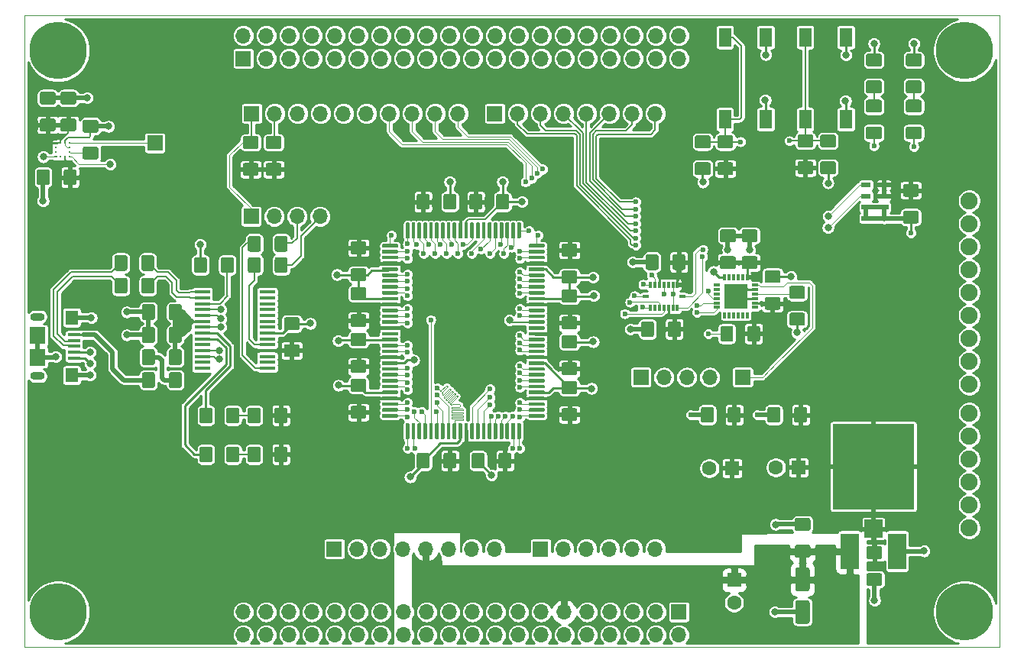
<source format=gbr>
G04 #@! TF.GenerationSoftware,KiCad,Pcbnew,5.1.4-e60b266~84~ubuntu16.04.1*
G04 #@! TF.CreationDate,2019-11-21T17:23:13+01:00*
G04 #@! TF.ProjectId,SRAM_board,5352414d-5f62-46f6-9172-642e6b696361,rev?*
G04 #@! TF.SameCoordinates,Original*
G04 #@! TF.FileFunction,Copper,L1,Top*
G04 #@! TF.FilePolarity,Positive*
%FSLAX46Y46*%
G04 Gerber Fmt 4.6, Leading zero omitted, Abs format (unit mm)*
G04 Created by KiCad (PCBNEW 5.1.4-e60b266~84~ubuntu16.04.1) date 2019-11-21 17:23:13*
%MOMM*%
%LPD*%
G04 APERTURE LIST*
%ADD10C,0.050000*%
%ADD11C,0.150000*%
%ADD12C,1.425000*%
%ADD13C,0.400000*%
%ADD14R,0.250000X0.275000*%
%ADD15R,0.325000X0.275000*%
%ADD16R,0.275000X0.250000*%
%ADD17C,6.350000*%
%ADD18R,1.600000X1.600000*%
%ADD19C,1.600000*%
%ADD20R,1.700000X1.700000*%
%ADD21O,1.700000X1.700000*%
%ADD22R,1.700000X1.900000*%
%ADD23R,1.350000X0.400000*%
%ADD24R,1.400000X1.600000*%
%ADD25O,1.600000X0.900000*%
%ADD26R,1.400000X2.100000*%
%ADD27R,2.000000X4.000000*%
%ADD28C,2.000000*%
%ADD29R,9.000000X9.500000*%
%ADD30R,1.000000X0.600000*%
%ADD31R,0.300000X0.800000*%
%ADD32R,0.800000X0.300000*%
%ADD33R,0.300000X0.700000*%
%ADD34R,0.700000X0.300000*%
%ADD35R,2.650000X2.750000*%
%ADD36R,1.750000X0.450000*%
%ADD37C,1.900000*%
%ADD38C,0.600000*%
%ADD39C,0.800000*%
%ADD40C,0.254000*%
%ADD41C,0.508000*%
%ADD42C,0.088900*%
%ADD43C,0.152400*%
%ADD44C,0.200000*%
G04 APERTURE END LIST*
D10*
X104280000Y66110000D02*
X104280000Y66030000D01*
X104280000Y-3885000D02*
X104280000Y-3800000D01*
X-3720000Y-3800000D02*
X-3720000Y-3885000D01*
X-3720000Y66030000D02*
X-3720000Y66110000D01*
X104280000Y-3800000D02*
X104280000Y66030000D01*
X-3720000Y-3885000D02*
X104280000Y-3885000D01*
X-3720000Y66110000D02*
X104280000Y66110000D01*
X-3720000Y-3800000D02*
X-3720000Y66030000D01*
D11*
G36*
X79795904Y34910796D02*
G01*
X79820173Y34907196D01*
X79843971Y34901235D01*
X79867071Y34892970D01*
X79889249Y34882480D01*
X79910293Y34869867D01*
X79929998Y34855253D01*
X79948177Y34838777D01*
X79964653Y34820598D01*
X79979267Y34800893D01*
X79991880Y34779849D01*
X80002370Y34757671D01*
X80010635Y34734571D01*
X80016596Y34710773D01*
X80020196Y34686504D01*
X80021400Y34662000D01*
X80021400Y33737000D01*
X80020196Y33712496D01*
X80016596Y33688227D01*
X80010635Y33664429D01*
X80002370Y33641329D01*
X79991880Y33619151D01*
X79979267Y33598107D01*
X79964653Y33578402D01*
X79948177Y33560223D01*
X79929998Y33543747D01*
X79910293Y33529133D01*
X79889249Y33516520D01*
X79867071Y33506030D01*
X79843971Y33497765D01*
X79820173Y33491804D01*
X79795904Y33488204D01*
X79771400Y33487000D01*
X78521400Y33487000D01*
X78496896Y33488204D01*
X78472627Y33491804D01*
X78448829Y33497765D01*
X78425729Y33506030D01*
X78403551Y33516520D01*
X78382507Y33529133D01*
X78362802Y33543747D01*
X78344623Y33560223D01*
X78328147Y33578402D01*
X78313533Y33598107D01*
X78300920Y33619151D01*
X78290430Y33641329D01*
X78282165Y33664429D01*
X78276204Y33688227D01*
X78272604Y33712496D01*
X78271400Y33737000D01*
X78271400Y34662000D01*
X78272604Y34686504D01*
X78276204Y34710773D01*
X78282165Y34734571D01*
X78290430Y34757671D01*
X78300920Y34779849D01*
X78313533Y34800893D01*
X78328147Y34820598D01*
X78344623Y34838777D01*
X78362802Y34855253D01*
X78382507Y34869867D01*
X78403551Y34882480D01*
X78425729Y34892970D01*
X78448829Y34901235D01*
X78472627Y34907196D01*
X78496896Y34910796D01*
X78521400Y34912000D01*
X79771400Y34912000D01*
X79795904Y34910796D01*
X79795904Y34910796D01*
G37*
D12*
X79146400Y34199500D03*
D11*
G36*
X79795904Y37885796D02*
G01*
X79820173Y37882196D01*
X79843971Y37876235D01*
X79867071Y37867970D01*
X79889249Y37857480D01*
X79910293Y37844867D01*
X79929998Y37830253D01*
X79948177Y37813777D01*
X79964653Y37795598D01*
X79979267Y37775893D01*
X79991880Y37754849D01*
X80002370Y37732671D01*
X80010635Y37709571D01*
X80016596Y37685773D01*
X80020196Y37661504D01*
X80021400Y37637000D01*
X80021400Y36712000D01*
X80020196Y36687496D01*
X80016596Y36663227D01*
X80010635Y36639429D01*
X80002370Y36616329D01*
X79991880Y36594151D01*
X79979267Y36573107D01*
X79964653Y36553402D01*
X79948177Y36535223D01*
X79929998Y36518747D01*
X79910293Y36504133D01*
X79889249Y36491520D01*
X79867071Y36481030D01*
X79843971Y36472765D01*
X79820173Y36466804D01*
X79795904Y36463204D01*
X79771400Y36462000D01*
X78521400Y36462000D01*
X78496896Y36463204D01*
X78472627Y36466804D01*
X78448829Y36472765D01*
X78425729Y36481030D01*
X78403551Y36491520D01*
X78382507Y36504133D01*
X78362802Y36518747D01*
X78344623Y36535223D01*
X78328147Y36553402D01*
X78313533Y36573107D01*
X78300920Y36594151D01*
X78290430Y36616329D01*
X78282165Y36639429D01*
X78276204Y36663227D01*
X78272604Y36687496D01*
X78271400Y36712000D01*
X78271400Y37637000D01*
X78272604Y37661504D01*
X78276204Y37685773D01*
X78282165Y37709571D01*
X78290430Y37732671D01*
X78300920Y37754849D01*
X78313533Y37775893D01*
X78328147Y37795598D01*
X78344623Y37813777D01*
X78362802Y37830253D01*
X78382507Y37844867D01*
X78403551Y37857480D01*
X78425729Y37867970D01*
X78448829Y37876235D01*
X78472627Y37882196D01*
X78496896Y37885796D01*
X78521400Y37887000D01*
X79771400Y37887000D01*
X79795904Y37885796D01*
X79795904Y37885796D01*
G37*
D12*
X79146400Y37174500D03*
D11*
G36*
X53791602Y21935238D02*
G01*
X53801309Y21933799D01*
X53810828Y21931414D01*
X53820068Y21928108D01*
X53828940Y21923912D01*
X53837357Y21918867D01*
X53845239Y21913021D01*
X53852511Y21906431D01*
X53859101Y21899159D01*
X53864947Y21891277D01*
X53869992Y21882860D01*
X53874188Y21873988D01*
X53877494Y21864748D01*
X53879879Y21855229D01*
X53881318Y21845522D01*
X53881800Y21835720D01*
X53881800Y21635720D01*
X53881318Y21625918D01*
X53879879Y21616211D01*
X53877494Y21606692D01*
X53874188Y21597452D01*
X53869992Y21588580D01*
X53864947Y21580163D01*
X53859101Y21572281D01*
X53852511Y21565009D01*
X53845239Y21558419D01*
X53837357Y21552573D01*
X53828940Y21547528D01*
X53820068Y21543332D01*
X53810828Y21540026D01*
X53801309Y21537641D01*
X53791602Y21536202D01*
X53781800Y21535720D01*
X52231800Y21535720D01*
X52221998Y21536202D01*
X52212291Y21537641D01*
X52202772Y21540026D01*
X52193532Y21543332D01*
X52184660Y21547528D01*
X52176243Y21552573D01*
X52168361Y21558419D01*
X52161089Y21565009D01*
X52154499Y21572281D01*
X52148653Y21580163D01*
X52143608Y21588580D01*
X52139412Y21597452D01*
X52136106Y21606692D01*
X52133721Y21616211D01*
X52132282Y21625918D01*
X52131800Y21635720D01*
X52131800Y21835720D01*
X52132282Y21845522D01*
X52133721Y21855229D01*
X52136106Y21864748D01*
X52139412Y21873988D01*
X52143608Y21882860D01*
X52148653Y21891277D01*
X52154499Y21899159D01*
X52161089Y21906431D01*
X52168361Y21913021D01*
X52176243Y21918867D01*
X52184660Y21923912D01*
X52193532Y21928108D01*
X52202772Y21931414D01*
X52212291Y21933799D01*
X52221998Y21935238D01*
X52231800Y21935720D01*
X53781800Y21935720D01*
X53791602Y21935238D01*
X53791602Y21935238D01*
G37*
D13*
X53006800Y21735720D03*
D11*
G36*
X53791602Y22585238D02*
G01*
X53801309Y22583799D01*
X53810828Y22581414D01*
X53820068Y22578108D01*
X53828940Y22573912D01*
X53837357Y22568867D01*
X53845239Y22563021D01*
X53852511Y22556431D01*
X53859101Y22549159D01*
X53864947Y22541277D01*
X53869992Y22532860D01*
X53874188Y22523988D01*
X53877494Y22514748D01*
X53879879Y22505229D01*
X53881318Y22495522D01*
X53881800Y22485720D01*
X53881800Y22285720D01*
X53881318Y22275918D01*
X53879879Y22266211D01*
X53877494Y22256692D01*
X53874188Y22247452D01*
X53869992Y22238580D01*
X53864947Y22230163D01*
X53859101Y22222281D01*
X53852511Y22215009D01*
X53845239Y22208419D01*
X53837357Y22202573D01*
X53828940Y22197528D01*
X53820068Y22193332D01*
X53810828Y22190026D01*
X53801309Y22187641D01*
X53791602Y22186202D01*
X53781800Y22185720D01*
X52231800Y22185720D01*
X52221998Y22186202D01*
X52212291Y22187641D01*
X52202772Y22190026D01*
X52193532Y22193332D01*
X52184660Y22197528D01*
X52176243Y22202573D01*
X52168361Y22208419D01*
X52161089Y22215009D01*
X52154499Y22222281D01*
X52148653Y22230163D01*
X52143608Y22238580D01*
X52139412Y22247452D01*
X52136106Y22256692D01*
X52133721Y22266211D01*
X52132282Y22275918D01*
X52131800Y22285720D01*
X52131800Y22485720D01*
X52132282Y22495522D01*
X52133721Y22505229D01*
X52136106Y22514748D01*
X52139412Y22523988D01*
X52143608Y22532860D01*
X52148653Y22541277D01*
X52154499Y22549159D01*
X52161089Y22556431D01*
X52168361Y22563021D01*
X52176243Y22568867D01*
X52184660Y22573912D01*
X52193532Y22578108D01*
X52202772Y22581414D01*
X52212291Y22583799D01*
X52221998Y22585238D01*
X52231800Y22585720D01*
X53781800Y22585720D01*
X53791602Y22585238D01*
X53791602Y22585238D01*
G37*
D13*
X53006800Y22385720D03*
D11*
G36*
X53791602Y23235238D02*
G01*
X53801309Y23233799D01*
X53810828Y23231414D01*
X53820068Y23228108D01*
X53828940Y23223912D01*
X53837357Y23218867D01*
X53845239Y23213021D01*
X53852511Y23206431D01*
X53859101Y23199159D01*
X53864947Y23191277D01*
X53869992Y23182860D01*
X53874188Y23173988D01*
X53877494Y23164748D01*
X53879879Y23155229D01*
X53881318Y23145522D01*
X53881800Y23135720D01*
X53881800Y22935720D01*
X53881318Y22925918D01*
X53879879Y22916211D01*
X53877494Y22906692D01*
X53874188Y22897452D01*
X53869992Y22888580D01*
X53864947Y22880163D01*
X53859101Y22872281D01*
X53852511Y22865009D01*
X53845239Y22858419D01*
X53837357Y22852573D01*
X53828940Y22847528D01*
X53820068Y22843332D01*
X53810828Y22840026D01*
X53801309Y22837641D01*
X53791602Y22836202D01*
X53781800Y22835720D01*
X52231800Y22835720D01*
X52221998Y22836202D01*
X52212291Y22837641D01*
X52202772Y22840026D01*
X52193532Y22843332D01*
X52184660Y22847528D01*
X52176243Y22852573D01*
X52168361Y22858419D01*
X52161089Y22865009D01*
X52154499Y22872281D01*
X52148653Y22880163D01*
X52143608Y22888580D01*
X52139412Y22897452D01*
X52136106Y22906692D01*
X52133721Y22916211D01*
X52132282Y22925918D01*
X52131800Y22935720D01*
X52131800Y23135720D01*
X52132282Y23145522D01*
X52133721Y23155229D01*
X52136106Y23164748D01*
X52139412Y23173988D01*
X52143608Y23182860D01*
X52148653Y23191277D01*
X52154499Y23199159D01*
X52161089Y23206431D01*
X52168361Y23213021D01*
X52176243Y23218867D01*
X52184660Y23223912D01*
X52193532Y23228108D01*
X52202772Y23231414D01*
X52212291Y23233799D01*
X52221998Y23235238D01*
X52231800Y23235720D01*
X53781800Y23235720D01*
X53791602Y23235238D01*
X53791602Y23235238D01*
G37*
D13*
X53006800Y23035720D03*
D11*
G36*
X53791602Y23885238D02*
G01*
X53801309Y23883799D01*
X53810828Y23881414D01*
X53820068Y23878108D01*
X53828940Y23873912D01*
X53837357Y23868867D01*
X53845239Y23863021D01*
X53852511Y23856431D01*
X53859101Y23849159D01*
X53864947Y23841277D01*
X53869992Y23832860D01*
X53874188Y23823988D01*
X53877494Y23814748D01*
X53879879Y23805229D01*
X53881318Y23795522D01*
X53881800Y23785720D01*
X53881800Y23585720D01*
X53881318Y23575918D01*
X53879879Y23566211D01*
X53877494Y23556692D01*
X53874188Y23547452D01*
X53869992Y23538580D01*
X53864947Y23530163D01*
X53859101Y23522281D01*
X53852511Y23515009D01*
X53845239Y23508419D01*
X53837357Y23502573D01*
X53828940Y23497528D01*
X53820068Y23493332D01*
X53810828Y23490026D01*
X53801309Y23487641D01*
X53791602Y23486202D01*
X53781800Y23485720D01*
X52231800Y23485720D01*
X52221998Y23486202D01*
X52212291Y23487641D01*
X52202772Y23490026D01*
X52193532Y23493332D01*
X52184660Y23497528D01*
X52176243Y23502573D01*
X52168361Y23508419D01*
X52161089Y23515009D01*
X52154499Y23522281D01*
X52148653Y23530163D01*
X52143608Y23538580D01*
X52139412Y23547452D01*
X52136106Y23556692D01*
X52133721Y23566211D01*
X52132282Y23575918D01*
X52131800Y23585720D01*
X52131800Y23785720D01*
X52132282Y23795522D01*
X52133721Y23805229D01*
X52136106Y23814748D01*
X52139412Y23823988D01*
X52143608Y23832860D01*
X52148653Y23841277D01*
X52154499Y23849159D01*
X52161089Y23856431D01*
X52168361Y23863021D01*
X52176243Y23868867D01*
X52184660Y23873912D01*
X52193532Y23878108D01*
X52202772Y23881414D01*
X52212291Y23883799D01*
X52221998Y23885238D01*
X52231800Y23885720D01*
X53781800Y23885720D01*
X53791602Y23885238D01*
X53791602Y23885238D01*
G37*
D13*
X53006800Y23685720D03*
D11*
G36*
X53791602Y24535238D02*
G01*
X53801309Y24533799D01*
X53810828Y24531414D01*
X53820068Y24528108D01*
X53828940Y24523912D01*
X53837357Y24518867D01*
X53845239Y24513021D01*
X53852511Y24506431D01*
X53859101Y24499159D01*
X53864947Y24491277D01*
X53869992Y24482860D01*
X53874188Y24473988D01*
X53877494Y24464748D01*
X53879879Y24455229D01*
X53881318Y24445522D01*
X53881800Y24435720D01*
X53881800Y24235720D01*
X53881318Y24225918D01*
X53879879Y24216211D01*
X53877494Y24206692D01*
X53874188Y24197452D01*
X53869992Y24188580D01*
X53864947Y24180163D01*
X53859101Y24172281D01*
X53852511Y24165009D01*
X53845239Y24158419D01*
X53837357Y24152573D01*
X53828940Y24147528D01*
X53820068Y24143332D01*
X53810828Y24140026D01*
X53801309Y24137641D01*
X53791602Y24136202D01*
X53781800Y24135720D01*
X52231800Y24135720D01*
X52221998Y24136202D01*
X52212291Y24137641D01*
X52202772Y24140026D01*
X52193532Y24143332D01*
X52184660Y24147528D01*
X52176243Y24152573D01*
X52168361Y24158419D01*
X52161089Y24165009D01*
X52154499Y24172281D01*
X52148653Y24180163D01*
X52143608Y24188580D01*
X52139412Y24197452D01*
X52136106Y24206692D01*
X52133721Y24216211D01*
X52132282Y24225918D01*
X52131800Y24235720D01*
X52131800Y24435720D01*
X52132282Y24445522D01*
X52133721Y24455229D01*
X52136106Y24464748D01*
X52139412Y24473988D01*
X52143608Y24482860D01*
X52148653Y24491277D01*
X52154499Y24499159D01*
X52161089Y24506431D01*
X52168361Y24513021D01*
X52176243Y24518867D01*
X52184660Y24523912D01*
X52193532Y24528108D01*
X52202772Y24531414D01*
X52212291Y24533799D01*
X52221998Y24535238D01*
X52231800Y24535720D01*
X53781800Y24535720D01*
X53791602Y24535238D01*
X53791602Y24535238D01*
G37*
D13*
X53006800Y24335720D03*
D11*
G36*
X53791602Y25185238D02*
G01*
X53801309Y25183799D01*
X53810828Y25181414D01*
X53820068Y25178108D01*
X53828940Y25173912D01*
X53837357Y25168867D01*
X53845239Y25163021D01*
X53852511Y25156431D01*
X53859101Y25149159D01*
X53864947Y25141277D01*
X53869992Y25132860D01*
X53874188Y25123988D01*
X53877494Y25114748D01*
X53879879Y25105229D01*
X53881318Y25095522D01*
X53881800Y25085720D01*
X53881800Y24885720D01*
X53881318Y24875918D01*
X53879879Y24866211D01*
X53877494Y24856692D01*
X53874188Y24847452D01*
X53869992Y24838580D01*
X53864947Y24830163D01*
X53859101Y24822281D01*
X53852511Y24815009D01*
X53845239Y24808419D01*
X53837357Y24802573D01*
X53828940Y24797528D01*
X53820068Y24793332D01*
X53810828Y24790026D01*
X53801309Y24787641D01*
X53791602Y24786202D01*
X53781800Y24785720D01*
X52231800Y24785720D01*
X52221998Y24786202D01*
X52212291Y24787641D01*
X52202772Y24790026D01*
X52193532Y24793332D01*
X52184660Y24797528D01*
X52176243Y24802573D01*
X52168361Y24808419D01*
X52161089Y24815009D01*
X52154499Y24822281D01*
X52148653Y24830163D01*
X52143608Y24838580D01*
X52139412Y24847452D01*
X52136106Y24856692D01*
X52133721Y24866211D01*
X52132282Y24875918D01*
X52131800Y24885720D01*
X52131800Y25085720D01*
X52132282Y25095522D01*
X52133721Y25105229D01*
X52136106Y25114748D01*
X52139412Y25123988D01*
X52143608Y25132860D01*
X52148653Y25141277D01*
X52154499Y25149159D01*
X52161089Y25156431D01*
X52168361Y25163021D01*
X52176243Y25168867D01*
X52184660Y25173912D01*
X52193532Y25178108D01*
X52202772Y25181414D01*
X52212291Y25183799D01*
X52221998Y25185238D01*
X52231800Y25185720D01*
X53781800Y25185720D01*
X53791602Y25185238D01*
X53791602Y25185238D01*
G37*
D13*
X53006800Y24985720D03*
D11*
G36*
X53791602Y25835238D02*
G01*
X53801309Y25833799D01*
X53810828Y25831414D01*
X53820068Y25828108D01*
X53828940Y25823912D01*
X53837357Y25818867D01*
X53845239Y25813021D01*
X53852511Y25806431D01*
X53859101Y25799159D01*
X53864947Y25791277D01*
X53869992Y25782860D01*
X53874188Y25773988D01*
X53877494Y25764748D01*
X53879879Y25755229D01*
X53881318Y25745522D01*
X53881800Y25735720D01*
X53881800Y25535720D01*
X53881318Y25525918D01*
X53879879Y25516211D01*
X53877494Y25506692D01*
X53874188Y25497452D01*
X53869992Y25488580D01*
X53864947Y25480163D01*
X53859101Y25472281D01*
X53852511Y25465009D01*
X53845239Y25458419D01*
X53837357Y25452573D01*
X53828940Y25447528D01*
X53820068Y25443332D01*
X53810828Y25440026D01*
X53801309Y25437641D01*
X53791602Y25436202D01*
X53781800Y25435720D01*
X52231800Y25435720D01*
X52221998Y25436202D01*
X52212291Y25437641D01*
X52202772Y25440026D01*
X52193532Y25443332D01*
X52184660Y25447528D01*
X52176243Y25452573D01*
X52168361Y25458419D01*
X52161089Y25465009D01*
X52154499Y25472281D01*
X52148653Y25480163D01*
X52143608Y25488580D01*
X52139412Y25497452D01*
X52136106Y25506692D01*
X52133721Y25516211D01*
X52132282Y25525918D01*
X52131800Y25535720D01*
X52131800Y25735720D01*
X52132282Y25745522D01*
X52133721Y25755229D01*
X52136106Y25764748D01*
X52139412Y25773988D01*
X52143608Y25782860D01*
X52148653Y25791277D01*
X52154499Y25799159D01*
X52161089Y25806431D01*
X52168361Y25813021D01*
X52176243Y25818867D01*
X52184660Y25823912D01*
X52193532Y25828108D01*
X52202772Y25831414D01*
X52212291Y25833799D01*
X52221998Y25835238D01*
X52231800Y25835720D01*
X53781800Y25835720D01*
X53791602Y25835238D01*
X53791602Y25835238D01*
G37*
D13*
X53006800Y25635720D03*
D11*
G36*
X53791602Y26485238D02*
G01*
X53801309Y26483799D01*
X53810828Y26481414D01*
X53820068Y26478108D01*
X53828940Y26473912D01*
X53837357Y26468867D01*
X53845239Y26463021D01*
X53852511Y26456431D01*
X53859101Y26449159D01*
X53864947Y26441277D01*
X53869992Y26432860D01*
X53874188Y26423988D01*
X53877494Y26414748D01*
X53879879Y26405229D01*
X53881318Y26395522D01*
X53881800Y26385720D01*
X53881800Y26185720D01*
X53881318Y26175918D01*
X53879879Y26166211D01*
X53877494Y26156692D01*
X53874188Y26147452D01*
X53869992Y26138580D01*
X53864947Y26130163D01*
X53859101Y26122281D01*
X53852511Y26115009D01*
X53845239Y26108419D01*
X53837357Y26102573D01*
X53828940Y26097528D01*
X53820068Y26093332D01*
X53810828Y26090026D01*
X53801309Y26087641D01*
X53791602Y26086202D01*
X53781800Y26085720D01*
X52231800Y26085720D01*
X52221998Y26086202D01*
X52212291Y26087641D01*
X52202772Y26090026D01*
X52193532Y26093332D01*
X52184660Y26097528D01*
X52176243Y26102573D01*
X52168361Y26108419D01*
X52161089Y26115009D01*
X52154499Y26122281D01*
X52148653Y26130163D01*
X52143608Y26138580D01*
X52139412Y26147452D01*
X52136106Y26156692D01*
X52133721Y26166211D01*
X52132282Y26175918D01*
X52131800Y26185720D01*
X52131800Y26385720D01*
X52132282Y26395522D01*
X52133721Y26405229D01*
X52136106Y26414748D01*
X52139412Y26423988D01*
X52143608Y26432860D01*
X52148653Y26441277D01*
X52154499Y26449159D01*
X52161089Y26456431D01*
X52168361Y26463021D01*
X52176243Y26468867D01*
X52184660Y26473912D01*
X52193532Y26478108D01*
X52202772Y26481414D01*
X52212291Y26483799D01*
X52221998Y26485238D01*
X52231800Y26485720D01*
X53781800Y26485720D01*
X53791602Y26485238D01*
X53791602Y26485238D01*
G37*
D13*
X53006800Y26285720D03*
D11*
G36*
X53791602Y27135238D02*
G01*
X53801309Y27133799D01*
X53810828Y27131414D01*
X53820068Y27128108D01*
X53828940Y27123912D01*
X53837357Y27118867D01*
X53845239Y27113021D01*
X53852511Y27106431D01*
X53859101Y27099159D01*
X53864947Y27091277D01*
X53869992Y27082860D01*
X53874188Y27073988D01*
X53877494Y27064748D01*
X53879879Y27055229D01*
X53881318Y27045522D01*
X53881800Y27035720D01*
X53881800Y26835720D01*
X53881318Y26825918D01*
X53879879Y26816211D01*
X53877494Y26806692D01*
X53874188Y26797452D01*
X53869992Y26788580D01*
X53864947Y26780163D01*
X53859101Y26772281D01*
X53852511Y26765009D01*
X53845239Y26758419D01*
X53837357Y26752573D01*
X53828940Y26747528D01*
X53820068Y26743332D01*
X53810828Y26740026D01*
X53801309Y26737641D01*
X53791602Y26736202D01*
X53781800Y26735720D01*
X52231800Y26735720D01*
X52221998Y26736202D01*
X52212291Y26737641D01*
X52202772Y26740026D01*
X52193532Y26743332D01*
X52184660Y26747528D01*
X52176243Y26752573D01*
X52168361Y26758419D01*
X52161089Y26765009D01*
X52154499Y26772281D01*
X52148653Y26780163D01*
X52143608Y26788580D01*
X52139412Y26797452D01*
X52136106Y26806692D01*
X52133721Y26816211D01*
X52132282Y26825918D01*
X52131800Y26835720D01*
X52131800Y27035720D01*
X52132282Y27045522D01*
X52133721Y27055229D01*
X52136106Y27064748D01*
X52139412Y27073988D01*
X52143608Y27082860D01*
X52148653Y27091277D01*
X52154499Y27099159D01*
X52161089Y27106431D01*
X52168361Y27113021D01*
X52176243Y27118867D01*
X52184660Y27123912D01*
X52193532Y27128108D01*
X52202772Y27131414D01*
X52212291Y27133799D01*
X52221998Y27135238D01*
X52231800Y27135720D01*
X53781800Y27135720D01*
X53791602Y27135238D01*
X53791602Y27135238D01*
G37*
D13*
X53006800Y26935720D03*
D11*
G36*
X53791602Y27785238D02*
G01*
X53801309Y27783799D01*
X53810828Y27781414D01*
X53820068Y27778108D01*
X53828940Y27773912D01*
X53837357Y27768867D01*
X53845239Y27763021D01*
X53852511Y27756431D01*
X53859101Y27749159D01*
X53864947Y27741277D01*
X53869992Y27732860D01*
X53874188Y27723988D01*
X53877494Y27714748D01*
X53879879Y27705229D01*
X53881318Y27695522D01*
X53881800Y27685720D01*
X53881800Y27485720D01*
X53881318Y27475918D01*
X53879879Y27466211D01*
X53877494Y27456692D01*
X53874188Y27447452D01*
X53869992Y27438580D01*
X53864947Y27430163D01*
X53859101Y27422281D01*
X53852511Y27415009D01*
X53845239Y27408419D01*
X53837357Y27402573D01*
X53828940Y27397528D01*
X53820068Y27393332D01*
X53810828Y27390026D01*
X53801309Y27387641D01*
X53791602Y27386202D01*
X53781800Y27385720D01*
X52231800Y27385720D01*
X52221998Y27386202D01*
X52212291Y27387641D01*
X52202772Y27390026D01*
X52193532Y27393332D01*
X52184660Y27397528D01*
X52176243Y27402573D01*
X52168361Y27408419D01*
X52161089Y27415009D01*
X52154499Y27422281D01*
X52148653Y27430163D01*
X52143608Y27438580D01*
X52139412Y27447452D01*
X52136106Y27456692D01*
X52133721Y27466211D01*
X52132282Y27475918D01*
X52131800Y27485720D01*
X52131800Y27685720D01*
X52132282Y27695522D01*
X52133721Y27705229D01*
X52136106Y27714748D01*
X52139412Y27723988D01*
X52143608Y27732860D01*
X52148653Y27741277D01*
X52154499Y27749159D01*
X52161089Y27756431D01*
X52168361Y27763021D01*
X52176243Y27768867D01*
X52184660Y27773912D01*
X52193532Y27778108D01*
X52202772Y27781414D01*
X52212291Y27783799D01*
X52221998Y27785238D01*
X52231800Y27785720D01*
X53781800Y27785720D01*
X53791602Y27785238D01*
X53791602Y27785238D01*
G37*
D13*
X53006800Y27585720D03*
D11*
G36*
X53791602Y28435238D02*
G01*
X53801309Y28433799D01*
X53810828Y28431414D01*
X53820068Y28428108D01*
X53828940Y28423912D01*
X53837357Y28418867D01*
X53845239Y28413021D01*
X53852511Y28406431D01*
X53859101Y28399159D01*
X53864947Y28391277D01*
X53869992Y28382860D01*
X53874188Y28373988D01*
X53877494Y28364748D01*
X53879879Y28355229D01*
X53881318Y28345522D01*
X53881800Y28335720D01*
X53881800Y28135720D01*
X53881318Y28125918D01*
X53879879Y28116211D01*
X53877494Y28106692D01*
X53874188Y28097452D01*
X53869992Y28088580D01*
X53864947Y28080163D01*
X53859101Y28072281D01*
X53852511Y28065009D01*
X53845239Y28058419D01*
X53837357Y28052573D01*
X53828940Y28047528D01*
X53820068Y28043332D01*
X53810828Y28040026D01*
X53801309Y28037641D01*
X53791602Y28036202D01*
X53781800Y28035720D01*
X52231800Y28035720D01*
X52221998Y28036202D01*
X52212291Y28037641D01*
X52202772Y28040026D01*
X52193532Y28043332D01*
X52184660Y28047528D01*
X52176243Y28052573D01*
X52168361Y28058419D01*
X52161089Y28065009D01*
X52154499Y28072281D01*
X52148653Y28080163D01*
X52143608Y28088580D01*
X52139412Y28097452D01*
X52136106Y28106692D01*
X52133721Y28116211D01*
X52132282Y28125918D01*
X52131800Y28135720D01*
X52131800Y28335720D01*
X52132282Y28345522D01*
X52133721Y28355229D01*
X52136106Y28364748D01*
X52139412Y28373988D01*
X52143608Y28382860D01*
X52148653Y28391277D01*
X52154499Y28399159D01*
X52161089Y28406431D01*
X52168361Y28413021D01*
X52176243Y28418867D01*
X52184660Y28423912D01*
X52193532Y28428108D01*
X52202772Y28431414D01*
X52212291Y28433799D01*
X52221998Y28435238D01*
X52231800Y28435720D01*
X53781800Y28435720D01*
X53791602Y28435238D01*
X53791602Y28435238D01*
G37*
D13*
X53006800Y28235720D03*
D11*
G36*
X53791602Y29085238D02*
G01*
X53801309Y29083799D01*
X53810828Y29081414D01*
X53820068Y29078108D01*
X53828940Y29073912D01*
X53837357Y29068867D01*
X53845239Y29063021D01*
X53852511Y29056431D01*
X53859101Y29049159D01*
X53864947Y29041277D01*
X53869992Y29032860D01*
X53874188Y29023988D01*
X53877494Y29014748D01*
X53879879Y29005229D01*
X53881318Y28995522D01*
X53881800Y28985720D01*
X53881800Y28785720D01*
X53881318Y28775918D01*
X53879879Y28766211D01*
X53877494Y28756692D01*
X53874188Y28747452D01*
X53869992Y28738580D01*
X53864947Y28730163D01*
X53859101Y28722281D01*
X53852511Y28715009D01*
X53845239Y28708419D01*
X53837357Y28702573D01*
X53828940Y28697528D01*
X53820068Y28693332D01*
X53810828Y28690026D01*
X53801309Y28687641D01*
X53791602Y28686202D01*
X53781800Y28685720D01*
X52231800Y28685720D01*
X52221998Y28686202D01*
X52212291Y28687641D01*
X52202772Y28690026D01*
X52193532Y28693332D01*
X52184660Y28697528D01*
X52176243Y28702573D01*
X52168361Y28708419D01*
X52161089Y28715009D01*
X52154499Y28722281D01*
X52148653Y28730163D01*
X52143608Y28738580D01*
X52139412Y28747452D01*
X52136106Y28756692D01*
X52133721Y28766211D01*
X52132282Y28775918D01*
X52131800Y28785720D01*
X52131800Y28985720D01*
X52132282Y28995522D01*
X52133721Y29005229D01*
X52136106Y29014748D01*
X52139412Y29023988D01*
X52143608Y29032860D01*
X52148653Y29041277D01*
X52154499Y29049159D01*
X52161089Y29056431D01*
X52168361Y29063021D01*
X52176243Y29068867D01*
X52184660Y29073912D01*
X52193532Y29078108D01*
X52202772Y29081414D01*
X52212291Y29083799D01*
X52221998Y29085238D01*
X52231800Y29085720D01*
X53781800Y29085720D01*
X53791602Y29085238D01*
X53791602Y29085238D01*
G37*
D13*
X53006800Y28885720D03*
D11*
G36*
X53791602Y29735238D02*
G01*
X53801309Y29733799D01*
X53810828Y29731414D01*
X53820068Y29728108D01*
X53828940Y29723912D01*
X53837357Y29718867D01*
X53845239Y29713021D01*
X53852511Y29706431D01*
X53859101Y29699159D01*
X53864947Y29691277D01*
X53869992Y29682860D01*
X53874188Y29673988D01*
X53877494Y29664748D01*
X53879879Y29655229D01*
X53881318Y29645522D01*
X53881800Y29635720D01*
X53881800Y29435720D01*
X53881318Y29425918D01*
X53879879Y29416211D01*
X53877494Y29406692D01*
X53874188Y29397452D01*
X53869992Y29388580D01*
X53864947Y29380163D01*
X53859101Y29372281D01*
X53852511Y29365009D01*
X53845239Y29358419D01*
X53837357Y29352573D01*
X53828940Y29347528D01*
X53820068Y29343332D01*
X53810828Y29340026D01*
X53801309Y29337641D01*
X53791602Y29336202D01*
X53781800Y29335720D01*
X52231800Y29335720D01*
X52221998Y29336202D01*
X52212291Y29337641D01*
X52202772Y29340026D01*
X52193532Y29343332D01*
X52184660Y29347528D01*
X52176243Y29352573D01*
X52168361Y29358419D01*
X52161089Y29365009D01*
X52154499Y29372281D01*
X52148653Y29380163D01*
X52143608Y29388580D01*
X52139412Y29397452D01*
X52136106Y29406692D01*
X52133721Y29416211D01*
X52132282Y29425918D01*
X52131800Y29435720D01*
X52131800Y29635720D01*
X52132282Y29645522D01*
X52133721Y29655229D01*
X52136106Y29664748D01*
X52139412Y29673988D01*
X52143608Y29682860D01*
X52148653Y29691277D01*
X52154499Y29699159D01*
X52161089Y29706431D01*
X52168361Y29713021D01*
X52176243Y29718867D01*
X52184660Y29723912D01*
X52193532Y29728108D01*
X52202772Y29731414D01*
X52212291Y29733799D01*
X52221998Y29735238D01*
X52231800Y29735720D01*
X53781800Y29735720D01*
X53791602Y29735238D01*
X53791602Y29735238D01*
G37*
D13*
X53006800Y29535720D03*
D11*
G36*
X53791602Y30385238D02*
G01*
X53801309Y30383799D01*
X53810828Y30381414D01*
X53820068Y30378108D01*
X53828940Y30373912D01*
X53837357Y30368867D01*
X53845239Y30363021D01*
X53852511Y30356431D01*
X53859101Y30349159D01*
X53864947Y30341277D01*
X53869992Y30332860D01*
X53874188Y30323988D01*
X53877494Y30314748D01*
X53879879Y30305229D01*
X53881318Y30295522D01*
X53881800Y30285720D01*
X53881800Y30085720D01*
X53881318Y30075918D01*
X53879879Y30066211D01*
X53877494Y30056692D01*
X53874188Y30047452D01*
X53869992Y30038580D01*
X53864947Y30030163D01*
X53859101Y30022281D01*
X53852511Y30015009D01*
X53845239Y30008419D01*
X53837357Y30002573D01*
X53828940Y29997528D01*
X53820068Y29993332D01*
X53810828Y29990026D01*
X53801309Y29987641D01*
X53791602Y29986202D01*
X53781800Y29985720D01*
X52231800Y29985720D01*
X52221998Y29986202D01*
X52212291Y29987641D01*
X52202772Y29990026D01*
X52193532Y29993332D01*
X52184660Y29997528D01*
X52176243Y30002573D01*
X52168361Y30008419D01*
X52161089Y30015009D01*
X52154499Y30022281D01*
X52148653Y30030163D01*
X52143608Y30038580D01*
X52139412Y30047452D01*
X52136106Y30056692D01*
X52133721Y30066211D01*
X52132282Y30075918D01*
X52131800Y30085720D01*
X52131800Y30285720D01*
X52132282Y30295522D01*
X52133721Y30305229D01*
X52136106Y30314748D01*
X52139412Y30323988D01*
X52143608Y30332860D01*
X52148653Y30341277D01*
X52154499Y30349159D01*
X52161089Y30356431D01*
X52168361Y30363021D01*
X52176243Y30368867D01*
X52184660Y30373912D01*
X52193532Y30378108D01*
X52202772Y30381414D01*
X52212291Y30383799D01*
X52221998Y30385238D01*
X52231800Y30385720D01*
X53781800Y30385720D01*
X53791602Y30385238D01*
X53791602Y30385238D01*
G37*
D13*
X53006800Y30185720D03*
D11*
G36*
X53791602Y31035238D02*
G01*
X53801309Y31033799D01*
X53810828Y31031414D01*
X53820068Y31028108D01*
X53828940Y31023912D01*
X53837357Y31018867D01*
X53845239Y31013021D01*
X53852511Y31006431D01*
X53859101Y30999159D01*
X53864947Y30991277D01*
X53869992Y30982860D01*
X53874188Y30973988D01*
X53877494Y30964748D01*
X53879879Y30955229D01*
X53881318Y30945522D01*
X53881800Y30935720D01*
X53881800Y30735720D01*
X53881318Y30725918D01*
X53879879Y30716211D01*
X53877494Y30706692D01*
X53874188Y30697452D01*
X53869992Y30688580D01*
X53864947Y30680163D01*
X53859101Y30672281D01*
X53852511Y30665009D01*
X53845239Y30658419D01*
X53837357Y30652573D01*
X53828940Y30647528D01*
X53820068Y30643332D01*
X53810828Y30640026D01*
X53801309Y30637641D01*
X53791602Y30636202D01*
X53781800Y30635720D01*
X52231800Y30635720D01*
X52221998Y30636202D01*
X52212291Y30637641D01*
X52202772Y30640026D01*
X52193532Y30643332D01*
X52184660Y30647528D01*
X52176243Y30652573D01*
X52168361Y30658419D01*
X52161089Y30665009D01*
X52154499Y30672281D01*
X52148653Y30680163D01*
X52143608Y30688580D01*
X52139412Y30697452D01*
X52136106Y30706692D01*
X52133721Y30716211D01*
X52132282Y30725918D01*
X52131800Y30735720D01*
X52131800Y30935720D01*
X52132282Y30945522D01*
X52133721Y30955229D01*
X52136106Y30964748D01*
X52139412Y30973988D01*
X52143608Y30982860D01*
X52148653Y30991277D01*
X52154499Y30999159D01*
X52161089Y31006431D01*
X52168361Y31013021D01*
X52176243Y31018867D01*
X52184660Y31023912D01*
X52193532Y31028108D01*
X52202772Y31031414D01*
X52212291Y31033799D01*
X52221998Y31035238D01*
X52231800Y31035720D01*
X53781800Y31035720D01*
X53791602Y31035238D01*
X53791602Y31035238D01*
G37*
D13*
X53006800Y30835720D03*
D11*
G36*
X53791602Y31685238D02*
G01*
X53801309Y31683799D01*
X53810828Y31681414D01*
X53820068Y31678108D01*
X53828940Y31673912D01*
X53837357Y31668867D01*
X53845239Y31663021D01*
X53852511Y31656431D01*
X53859101Y31649159D01*
X53864947Y31641277D01*
X53869992Y31632860D01*
X53874188Y31623988D01*
X53877494Y31614748D01*
X53879879Y31605229D01*
X53881318Y31595522D01*
X53881800Y31585720D01*
X53881800Y31385720D01*
X53881318Y31375918D01*
X53879879Y31366211D01*
X53877494Y31356692D01*
X53874188Y31347452D01*
X53869992Y31338580D01*
X53864947Y31330163D01*
X53859101Y31322281D01*
X53852511Y31315009D01*
X53845239Y31308419D01*
X53837357Y31302573D01*
X53828940Y31297528D01*
X53820068Y31293332D01*
X53810828Y31290026D01*
X53801309Y31287641D01*
X53791602Y31286202D01*
X53781800Y31285720D01*
X52231800Y31285720D01*
X52221998Y31286202D01*
X52212291Y31287641D01*
X52202772Y31290026D01*
X52193532Y31293332D01*
X52184660Y31297528D01*
X52176243Y31302573D01*
X52168361Y31308419D01*
X52161089Y31315009D01*
X52154499Y31322281D01*
X52148653Y31330163D01*
X52143608Y31338580D01*
X52139412Y31347452D01*
X52136106Y31356692D01*
X52133721Y31366211D01*
X52132282Y31375918D01*
X52131800Y31385720D01*
X52131800Y31585720D01*
X52132282Y31595522D01*
X52133721Y31605229D01*
X52136106Y31614748D01*
X52139412Y31623988D01*
X52143608Y31632860D01*
X52148653Y31641277D01*
X52154499Y31649159D01*
X52161089Y31656431D01*
X52168361Y31663021D01*
X52176243Y31668867D01*
X52184660Y31673912D01*
X52193532Y31678108D01*
X52202772Y31681414D01*
X52212291Y31683799D01*
X52221998Y31685238D01*
X52231800Y31685720D01*
X53781800Y31685720D01*
X53791602Y31685238D01*
X53791602Y31685238D01*
G37*
D13*
X53006800Y31485720D03*
D11*
G36*
X53791602Y32335238D02*
G01*
X53801309Y32333799D01*
X53810828Y32331414D01*
X53820068Y32328108D01*
X53828940Y32323912D01*
X53837357Y32318867D01*
X53845239Y32313021D01*
X53852511Y32306431D01*
X53859101Y32299159D01*
X53864947Y32291277D01*
X53869992Y32282860D01*
X53874188Y32273988D01*
X53877494Y32264748D01*
X53879879Y32255229D01*
X53881318Y32245522D01*
X53881800Y32235720D01*
X53881800Y32035720D01*
X53881318Y32025918D01*
X53879879Y32016211D01*
X53877494Y32006692D01*
X53874188Y31997452D01*
X53869992Y31988580D01*
X53864947Y31980163D01*
X53859101Y31972281D01*
X53852511Y31965009D01*
X53845239Y31958419D01*
X53837357Y31952573D01*
X53828940Y31947528D01*
X53820068Y31943332D01*
X53810828Y31940026D01*
X53801309Y31937641D01*
X53791602Y31936202D01*
X53781800Y31935720D01*
X52231800Y31935720D01*
X52221998Y31936202D01*
X52212291Y31937641D01*
X52202772Y31940026D01*
X52193532Y31943332D01*
X52184660Y31947528D01*
X52176243Y31952573D01*
X52168361Y31958419D01*
X52161089Y31965009D01*
X52154499Y31972281D01*
X52148653Y31980163D01*
X52143608Y31988580D01*
X52139412Y31997452D01*
X52136106Y32006692D01*
X52133721Y32016211D01*
X52132282Y32025918D01*
X52131800Y32035720D01*
X52131800Y32235720D01*
X52132282Y32245522D01*
X52133721Y32255229D01*
X52136106Y32264748D01*
X52139412Y32273988D01*
X52143608Y32282860D01*
X52148653Y32291277D01*
X52154499Y32299159D01*
X52161089Y32306431D01*
X52168361Y32313021D01*
X52176243Y32318867D01*
X52184660Y32323912D01*
X52193532Y32328108D01*
X52202772Y32331414D01*
X52212291Y32333799D01*
X52221998Y32335238D01*
X52231800Y32335720D01*
X53781800Y32335720D01*
X53791602Y32335238D01*
X53791602Y32335238D01*
G37*
D13*
X53006800Y32135720D03*
D11*
G36*
X53791602Y32985238D02*
G01*
X53801309Y32983799D01*
X53810828Y32981414D01*
X53820068Y32978108D01*
X53828940Y32973912D01*
X53837357Y32968867D01*
X53845239Y32963021D01*
X53852511Y32956431D01*
X53859101Y32949159D01*
X53864947Y32941277D01*
X53869992Y32932860D01*
X53874188Y32923988D01*
X53877494Y32914748D01*
X53879879Y32905229D01*
X53881318Y32895522D01*
X53881800Y32885720D01*
X53881800Y32685720D01*
X53881318Y32675918D01*
X53879879Y32666211D01*
X53877494Y32656692D01*
X53874188Y32647452D01*
X53869992Y32638580D01*
X53864947Y32630163D01*
X53859101Y32622281D01*
X53852511Y32615009D01*
X53845239Y32608419D01*
X53837357Y32602573D01*
X53828940Y32597528D01*
X53820068Y32593332D01*
X53810828Y32590026D01*
X53801309Y32587641D01*
X53791602Y32586202D01*
X53781800Y32585720D01*
X52231800Y32585720D01*
X52221998Y32586202D01*
X52212291Y32587641D01*
X52202772Y32590026D01*
X52193532Y32593332D01*
X52184660Y32597528D01*
X52176243Y32602573D01*
X52168361Y32608419D01*
X52161089Y32615009D01*
X52154499Y32622281D01*
X52148653Y32630163D01*
X52143608Y32638580D01*
X52139412Y32647452D01*
X52136106Y32656692D01*
X52133721Y32666211D01*
X52132282Y32675918D01*
X52131800Y32685720D01*
X52131800Y32885720D01*
X52132282Y32895522D01*
X52133721Y32905229D01*
X52136106Y32914748D01*
X52139412Y32923988D01*
X52143608Y32932860D01*
X52148653Y32941277D01*
X52154499Y32949159D01*
X52161089Y32956431D01*
X52168361Y32963021D01*
X52176243Y32968867D01*
X52184660Y32973912D01*
X52193532Y32978108D01*
X52202772Y32981414D01*
X52212291Y32983799D01*
X52221998Y32985238D01*
X52231800Y32985720D01*
X53781800Y32985720D01*
X53791602Y32985238D01*
X53791602Y32985238D01*
G37*
D13*
X53006800Y32785720D03*
D11*
G36*
X53791602Y33635238D02*
G01*
X53801309Y33633799D01*
X53810828Y33631414D01*
X53820068Y33628108D01*
X53828940Y33623912D01*
X53837357Y33618867D01*
X53845239Y33613021D01*
X53852511Y33606431D01*
X53859101Y33599159D01*
X53864947Y33591277D01*
X53869992Y33582860D01*
X53874188Y33573988D01*
X53877494Y33564748D01*
X53879879Y33555229D01*
X53881318Y33545522D01*
X53881800Y33535720D01*
X53881800Y33335720D01*
X53881318Y33325918D01*
X53879879Y33316211D01*
X53877494Y33306692D01*
X53874188Y33297452D01*
X53869992Y33288580D01*
X53864947Y33280163D01*
X53859101Y33272281D01*
X53852511Y33265009D01*
X53845239Y33258419D01*
X53837357Y33252573D01*
X53828940Y33247528D01*
X53820068Y33243332D01*
X53810828Y33240026D01*
X53801309Y33237641D01*
X53791602Y33236202D01*
X53781800Y33235720D01*
X52231800Y33235720D01*
X52221998Y33236202D01*
X52212291Y33237641D01*
X52202772Y33240026D01*
X52193532Y33243332D01*
X52184660Y33247528D01*
X52176243Y33252573D01*
X52168361Y33258419D01*
X52161089Y33265009D01*
X52154499Y33272281D01*
X52148653Y33280163D01*
X52143608Y33288580D01*
X52139412Y33297452D01*
X52136106Y33306692D01*
X52133721Y33316211D01*
X52132282Y33325918D01*
X52131800Y33335720D01*
X52131800Y33535720D01*
X52132282Y33545522D01*
X52133721Y33555229D01*
X52136106Y33564748D01*
X52139412Y33573988D01*
X52143608Y33582860D01*
X52148653Y33591277D01*
X52154499Y33599159D01*
X52161089Y33606431D01*
X52168361Y33613021D01*
X52176243Y33618867D01*
X52184660Y33623912D01*
X52193532Y33628108D01*
X52202772Y33631414D01*
X52212291Y33633799D01*
X52221998Y33635238D01*
X52231800Y33635720D01*
X53781800Y33635720D01*
X53791602Y33635238D01*
X53791602Y33635238D01*
G37*
D13*
X53006800Y33435720D03*
D11*
G36*
X53791602Y34285238D02*
G01*
X53801309Y34283799D01*
X53810828Y34281414D01*
X53820068Y34278108D01*
X53828940Y34273912D01*
X53837357Y34268867D01*
X53845239Y34263021D01*
X53852511Y34256431D01*
X53859101Y34249159D01*
X53864947Y34241277D01*
X53869992Y34232860D01*
X53874188Y34223988D01*
X53877494Y34214748D01*
X53879879Y34205229D01*
X53881318Y34195522D01*
X53881800Y34185720D01*
X53881800Y33985720D01*
X53881318Y33975918D01*
X53879879Y33966211D01*
X53877494Y33956692D01*
X53874188Y33947452D01*
X53869992Y33938580D01*
X53864947Y33930163D01*
X53859101Y33922281D01*
X53852511Y33915009D01*
X53845239Y33908419D01*
X53837357Y33902573D01*
X53828940Y33897528D01*
X53820068Y33893332D01*
X53810828Y33890026D01*
X53801309Y33887641D01*
X53791602Y33886202D01*
X53781800Y33885720D01*
X52231800Y33885720D01*
X52221998Y33886202D01*
X52212291Y33887641D01*
X52202772Y33890026D01*
X52193532Y33893332D01*
X52184660Y33897528D01*
X52176243Y33902573D01*
X52168361Y33908419D01*
X52161089Y33915009D01*
X52154499Y33922281D01*
X52148653Y33930163D01*
X52143608Y33938580D01*
X52139412Y33947452D01*
X52136106Y33956692D01*
X52133721Y33966211D01*
X52132282Y33975918D01*
X52131800Y33985720D01*
X52131800Y34185720D01*
X52132282Y34195522D01*
X52133721Y34205229D01*
X52136106Y34214748D01*
X52139412Y34223988D01*
X52143608Y34232860D01*
X52148653Y34241277D01*
X52154499Y34249159D01*
X52161089Y34256431D01*
X52168361Y34263021D01*
X52176243Y34268867D01*
X52184660Y34273912D01*
X52193532Y34278108D01*
X52202772Y34281414D01*
X52212291Y34283799D01*
X52221998Y34285238D01*
X52231800Y34285720D01*
X53781800Y34285720D01*
X53791602Y34285238D01*
X53791602Y34285238D01*
G37*
D13*
X53006800Y34085720D03*
D11*
G36*
X53791602Y34935238D02*
G01*
X53801309Y34933799D01*
X53810828Y34931414D01*
X53820068Y34928108D01*
X53828940Y34923912D01*
X53837357Y34918867D01*
X53845239Y34913021D01*
X53852511Y34906431D01*
X53859101Y34899159D01*
X53864947Y34891277D01*
X53869992Y34882860D01*
X53874188Y34873988D01*
X53877494Y34864748D01*
X53879879Y34855229D01*
X53881318Y34845522D01*
X53881800Y34835720D01*
X53881800Y34635720D01*
X53881318Y34625918D01*
X53879879Y34616211D01*
X53877494Y34606692D01*
X53874188Y34597452D01*
X53869992Y34588580D01*
X53864947Y34580163D01*
X53859101Y34572281D01*
X53852511Y34565009D01*
X53845239Y34558419D01*
X53837357Y34552573D01*
X53828940Y34547528D01*
X53820068Y34543332D01*
X53810828Y34540026D01*
X53801309Y34537641D01*
X53791602Y34536202D01*
X53781800Y34535720D01*
X52231800Y34535720D01*
X52221998Y34536202D01*
X52212291Y34537641D01*
X52202772Y34540026D01*
X52193532Y34543332D01*
X52184660Y34547528D01*
X52176243Y34552573D01*
X52168361Y34558419D01*
X52161089Y34565009D01*
X52154499Y34572281D01*
X52148653Y34580163D01*
X52143608Y34588580D01*
X52139412Y34597452D01*
X52136106Y34606692D01*
X52133721Y34616211D01*
X52132282Y34625918D01*
X52131800Y34635720D01*
X52131800Y34835720D01*
X52132282Y34845522D01*
X52133721Y34855229D01*
X52136106Y34864748D01*
X52139412Y34873988D01*
X52143608Y34882860D01*
X52148653Y34891277D01*
X52154499Y34899159D01*
X52161089Y34906431D01*
X52168361Y34913021D01*
X52176243Y34918867D01*
X52184660Y34923912D01*
X52193532Y34928108D01*
X52202772Y34931414D01*
X52212291Y34933799D01*
X52221998Y34935238D01*
X52231800Y34935720D01*
X53781800Y34935720D01*
X53791602Y34935238D01*
X53791602Y34935238D01*
G37*
D13*
X53006800Y34735720D03*
D11*
G36*
X53791602Y35585238D02*
G01*
X53801309Y35583799D01*
X53810828Y35581414D01*
X53820068Y35578108D01*
X53828940Y35573912D01*
X53837357Y35568867D01*
X53845239Y35563021D01*
X53852511Y35556431D01*
X53859101Y35549159D01*
X53864947Y35541277D01*
X53869992Y35532860D01*
X53874188Y35523988D01*
X53877494Y35514748D01*
X53879879Y35505229D01*
X53881318Y35495522D01*
X53881800Y35485720D01*
X53881800Y35285720D01*
X53881318Y35275918D01*
X53879879Y35266211D01*
X53877494Y35256692D01*
X53874188Y35247452D01*
X53869992Y35238580D01*
X53864947Y35230163D01*
X53859101Y35222281D01*
X53852511Y35215009D01*
X53845239Y35208419D01*
X53837357Y35202573D01*
X53828940Y35197528D01*
X53820068Y35193332D01*
X53810828Y35190026D01*
X53801309Y35187641D01*
X53791602Y35186202D01*
X53781800Y35185720D01*
X52231800Y35185720D01*
X52221998Y35186202D01*
X52212291Y35187641D01*
X52202772Y35190026D01*
X52193532Y35193332D01*
X52184660Y35197528D01*
X52176243Y35202573D01*
X52168361Y35208419D01*
X52161089Y35215009D01*
X52154499Y35222281D01*
X52148653Y35230163D01*
X52143608Y35238580D01*
X52139412Y35247452D01*
X52136106Y35256692D01*
X52133721Y35266211D01*
X52132282Y35275918D01*
X52131800Y35285720D01*
X52131800Y35485720D01*
X52132282Y35495522D01*
X52133721Y35505229D01*
X52136106Y35514748D01*
X52139412Y35523988D01*
X52143608Y35532860D01*
X52148653Y35541277D01*
X52154499Y35549159D01*
X52161089Y35556431D01*
X52168361Y35563021D01*
X52176243Y35568867D01*
X52184660Y35573912D01*
X52193532Y35578108D01*
X52202772Y35581414D01*
X52212291Y35583799D01*
X52221998Y35585238D01*
X52231800Y35585720D01*
X53781800Y35585720D01*
X53791602Y35585238D01*
X53791602Y35585238D01*
G37*
D13*
X53006800Y35385720D03*
D11*
G36*
X53791602Y36235238D02*
G01*
X53801309Y36233799D01*
X53810828Y36231414D01*
X53820068Y36228108D01*
X53828940Y36223912D01*
X53837357Y36218867D01*
X53845239Y36213021D01*
X53852511Y36206431D01*
X53859101Y36199159D01*
X53864947Y36191277D01*
X53869992Y36182860D01*
X53874188Y36173988D01*
X53877494Y36164748D01*
X53879879Y36155229D01*
X53881318Y36145522D01*
X53881800Y36135720D01*
X53881800Y35935720D01*
X53881318Y35925918D01*
X53879879Y35916211D01*
X53877494Y35906692D01*
X53874188Y35897452D01*
X53869992Y35888580D01*
X53864947Y35880163D01*
X53859101Y35872281D01*
X53852511Y35865009D01*
X53845239Y35858419D01*
X53837357Y35852573D01*
X53828940Y35847528D01*
X53820068Y35843332D01*
X53810828Y35840026D01*
X53801309Y35837641D01*
X53791602Y35836202D01*
X53781800Y35835720D01*
X52231800Y35835720D01*
X52221998Y35836202D01*
X52212291Y35837641D01*
X52202772Y35840026D01*
X52193532Y35843332D01*
X52184660Y35847528D01*
X52176243Y35852573D01*
X52168361Y35858419D01*
X52161089Y35865009D01*
X52154499Y35872281D01*
X52148653Y35880163D01*
X52143608Y35888580D01*
X52139412Y35897452D01*
X52136106Y35906692D01*
X52133721Y35916211D01*
X52132282Y35925918D01*
X52131800Y35935720D01*
X52131800Y36135720D01*
X52132282Y36145522D01*
X52133721Y36155229D01*
X52136106Y36164748D01*
X52139412Y36173988D01*
X52143608Y36182860D01*
X52148653Y36191277D01*
X52154499Y36199159D01*
X52161089Y36206431D01*
X52168361Y36213021D01*
X52176243Y36218867D01*
X52184660Y36223912D01*
X52193532Y36228108D01*
X52202772Y36231414D01*
X52212291Y36233799D01*
X52221998Y36235238D01*
X52231800Y36235720D01*
X53781800Y36235720D01*
X53791602Y36235238D01*
X53791602Y36235238D01*
G37*
D13*
X53006800Y36035720D03*
D11*
G36*
X53791602Y36885238D02*
G01*
X53801309Y36883799D01*
X53810828Y36881414D01*
X53820068Y36878108D01*
X53828940Y36873912D01*
X53837357Y36868867D01*
X53845239Y36863021D01*
X53852511Y36856431D01*
X53859101Y36849159D01*
X53864947Y36841277D01*
X53869992Y36832860D01*
X53874188Y36823988D01*
X53877494Y36814748D01*
X53879879Y36805229D01*
X53881318Y36795522D01*
X53881800Y36785720D01*
X53881800Y36585720D01*
X53881318Y36575918D01*
X53879879Y36566211D01*
X53877494Y36556692D01*
X53874188Y36547452D01*
X53869992Y36538580D01*
X53864947Y36530163D01*
X53859101Y36522281D01*
X53852511Y36515009D01*
X53845239Y36508419D01*
X53837357Y36502573D01*
X53828940Y36497528D01*
X53820068Y36493332D01*
X53810828Y36490026D01*
X53801309Y36487641D01*
X53791602Y36486202D01*
X53781800Y36485720D01*
X52231800Y36485720D01*
X52221998Y36486202D01*
X52212291Y36487641D01*
X52202772Y36490026D01*
X52193532Y36493332D01*
X52184660Y36497528D01*
X52176243Y36502573D01*
X52168361Y36508419D01*
X52161089Y36515009D01*
X52154499Y36522281D01*
X52148653Y36530163D01*
X52143608Y36538580D01*
X52139412Y36547452D01*
X52136106Y36556692D01*
X52133721Y36566211D01*
X52132282Y36575918D01*
X52131800Y36585720D01*
X52131800Y36785720D01*
X52132282Y36795522D01*
X52133721Y36805229D01*
X52136106Y36814748D01*
X52139412Y36823988D01*
X52143608Y36832860D01*
X52148653Y36841277D01*
X52154499Y36849159D01*
X52161089Y36856431D01*
X52168361Y36863021D01*
X52176243Y36868867D01*
X52184660Y36873912D01*
X52193532Y36878108D01*
X52202772Y36881414D01*
X52212291Y36883799D01*
X52221998Y36885238D01*
X52231800Y36885720D01*
X53781800Y36885720D01*
X53791602Y36885238D01*
X53791602Y36885238D01*
G37*
D13*
X53006800Y36685720D03*
D11*
G36*
X53791602Y37535238D02*
G01*
X53801309Y37533799D01*
X53810828Y37531414D01*
X53820068Y37528108D01*
X53828940Y37523912D01*
X53837357Y37518867D01*
X53845239Y37513021D01*
X53852511Y37506431D01*
X53859101Y37499159D01*
X53864947Y37491277D01*
X53869992Y37482860D01*
X53874188Y37473988D01*
X53877494Y37464748D01*
X53879879Y37455229D01*
X53881318Y37445522D01*
X53881800Y37435720D01*
X53881800Y37235720D01*
X53881318Y37225918D01*
X53879879Y37216211D01*
X53877494Y37206692D01*
X53874188Y37197452D01*
X53869992Y37188580D01*
X53864947Y37180163D01*
X53859101Y37172281D01*
X53852511Y37165009D01*
X53845239Y37158419D01*
X53837357Y37152573D01*
X53828940Y37147528D01*
X53820068Y37143332D01*
X53810828Y37140026D01*
X53801309Y37137641D01*
X53791602Y37136202D01*
X53781800Y37135720D01*
X52231800Y37135720D01*
X52221998Y37136202D01*
X52212291Y37137641D01*
X52202772Y37140026D01*
X52193532Y37143332D01*
X52184660Y37147528D01*
X52176243Y37152573D01*
X52168361Y37158419D01*
X52161089Y37165009D01*
X52154499Y37172281D01*
X52148653Y37180163D01*
X52143608Y37188580D01*
X52139412Y37197452D01*
X52136106Y37206692D01*
X52133721Y37216211D01*
X52132282Y37225918D01*
X52131800Y37235720D01*
X52131800Y37435720D01*
X52132282Y37445522D01*
X52133721Y37455229D01*
X52136106Y37464748D01*
X52139412Y37473988D01*
X52143608Y37482860D01*
X52148653Y37491277D01*
X52154499Y37499159D01*
X52161089Y37506431D01*
X52168361Y37513021D01*
X52176243Y37518867D01*
X52184660Y37523912D01*
X52193532Y37528108D01*
X52202772Y37531414D01*
X52212291Y37533799D01*
X52221998Y37535238D01*
X52231800Y37535720D01*
X53781800Y37535720D01*
X53791602Y37535238D01*
X53791602Y37535238D01*
G37*
D13*
X53006800Y37335720D03*
D11*
G36*
X53791602Y38185238D02*
G01*
X53801309Y38183799D01*
X53810828Y38181414D01*
X53820068Y38178108D01*
X53828940Y38173912D01*
X53837357Y38168867D01*
X53845239Y38163021D01*
X53852511Y38156431D01*
X53859101Y38149159D01*
X53864947Y38141277D01*
X53869992Y38132860D01*
X53874188Y38123988D01*
X53877494Y38114748D01*
X53879879Y38105229D01*
X53881318Y38095522D01*
X53881800Y38085720D01*
X53881800Y37885720D01*
X53881318Y37875918D01*
X53879879Y37866211D01*
X53877494Y37856692D01*
X53874188Y37847452D01*
X53869992Y37838580D01*
X53864947Y37830163D01*
X53859101Y37822281D01*
X53852511Y37815009D01*
X53845239Y37808419D01*
X53837357Y37802573D01*
X53828940Y37797528D01*
X53820068Y37793332D01*
X53810828Y37790026D01*
X53801309Y37787641D01*
X53791602Y37786202D01*
X53781800Y37785720D01*
X52231800Y37785720D01*
X52221998Y37786202D01*
X52212291Y37787641D01*
X52202772Y37790026D01*
X52193532Y37793332D01*
X52184660Y37797528D01*
X52176243Y37802573D01*
X52168361Y37808419D01*
X52161089Y37815009D01*
X52154499Y37822281D01*
X52148653Y37830163D01*
X52143608Y37838580D01*
X52139412Y37847452D01*
X52136106Y37856692D01*
X52133721Y37866211D01*
X52132282Y37875918D01*
X52131800Y37885720D01*
X52131800Y38085720D01*
X52132282Y38095522D01*
X52133721Y38105229D01*
X52136106Y38114748D01*
X52139412Y38123988D01*
X52143608Y38132860D01*
X52148653Y38141277D01*
X52154499Y38149159D01*
X52161089Y38156431D01*
X52168361Y38163021D01*
X52176243Y38168867D01*
X52184660Y38173912D01*
X52193532Y38178108D01*
X52202772Y38181414D01*
X52212291Y38183799D01*
X52221998Y38185238D01*
X52231800Y38185720D01*
X53781800Y38185720D01*
X53791602Y38185238D01*
X53791602Y38185238D01*
G37*
D13*
X53006800Y37985720D03*
D11*
G36*
X53791602Y38835238D02*
G01*
X53801309Y38833799D01*
X53810828Y38831414D01*
X53820068Y38828108D01*
X53828940Y38823912D01*
X53837357Y38818867D01*
X53845239Y38813021D01*
X53852511Y38806431D01*
X53859101Y38799159D01*
X53864947Y38791277D01*
X53869992Y38782860D01*
X53874188Y38773988D01*
X53877494Y38764748D01*
X53879879Y38755229D01*
X53881318Y38745522D01*
X53881800Y38735720D01*
X53881800Y38535720D01*
X53881318Y38525918D01*
X53879879Y38516211D01*
X53877494Y38506692D01*
X53874188Y38497452D01*
X53869992Y38488580D01*
X53864947Y38480163D01*
X53859101Y38472281D01*
X53852511Y38465009D01*
X53845239Y38458419D01*
X53837357Y38452573D01*
X53828940Y38447528D01*
X53820068Y38443332D01*
X53810828Y38440026D01*
X53801309Y38437641D01*
X53791602Y38436202D01*
X53781800Y38435720D01*
X52231800Y38435720D01*
X52221998Y38436202D01*
X52212291Y38437641D01*
X52202772Y38440026D01*
X52193532Y38443332D01*
X52184660Y38447528D01*
X52176243Y38452573D01*
X52168361Y38458419D01*
X52161089Y38465009D01*
X52154499Y38472281D01*
X52148653Y38480163D01*
X52143608Y38488580D01*
X52139412Y38497452D01*
X52136106Y38506692D01*
X52133721Y38516211D01*
X52132282Y38525918D01*
X52131800Y38535720D01*
X52131800Y38735720D01*
X52132282Y38745522D01*
X52133721Y38755229D01*
X52136106Y38764748D01*
X52139412Y38773988D01*
X52143608Y38782860D01*
X52148653Y38791277D01*
X52154499Y38799159D01*
X52161089Y38806431D01*
X52168361Y38813021D01*
X52176243Y38818867D01*
X52184660Y38823912D01*
X52193532Y38828108D01*
X52202772Y38831414D01*
X52212291Y38833799D01*
X52221998Y38835238D01*
X52231800Y38835720D01*
X53781800Y38835720D01*
X53791602Y38835238D01*
X53791602Y38835238D01*
G37*
D13*
X53006800Y38635720D03*
D11*
G36*
X53791602Y39485238D02*
G01*
X53801309Y39483799D01*
X53810828Y39481414D01*
X53820068Y39478108D01*
X53828940Y39473912D01*
X53837357Y39468867D01*
X53845239Y39463021D01*
X53852511Y39456431D01*
X53859101Y39449159D01*
X53864947Y39441277D01*
X53869992Y39432860D01*
X53874188Y39423988D01*
X53877494Y39414748D01*
X53879879Y39405229D01*
X53881318Y39395522D01*
X53881800Y39385720D01*
X53881800Y39185720D01*
X53881318Y39175918D01*
X53879879Y39166211D01*
X53877494Y39156692D01*
X53874188Y39147452D01*
X53869992Y39138580D01*
X53864947Y39130163D01*
X53859101Y39122281D01*
X53852511Y39115009D01*
X53845239Y39108419D01*
X53837357Y39102573D01*
X53828940Y39097528D01*
X53820068Y39093332D01*
X53810828Y39090026D01*
X53801309Y39087641D01*
X53791602Y39086202D01*
X53781800Y39085720D01*
X52231800Y39085720D01*
X52221998Y39086202D01*
X52212291Y39087641D01*
X52202772Y39090026D01*
X52193532Y39093332D01*
X52184660Y39097528D01*
X52176243Y39102573D01*
X52168361Y39108419D01*
X52161089Y39115009D01*
X52154499Y39122281D01*
X52148653Y39130163D01*
X52143608Y39138580D01*
X52139412Y39147452D01*
X52136106Y39156692D01*
X52133721Y39166211D01*
X52132282Y39175918D01*
X52131800Y39185720D01*
X52131800Y39385720D01*
X52132282Y39395522D01*
X52133721Y39405229D01*
X52136106Y39414748D01*
X52139412Y39423988D01*
X52143608Y39432860D01*
X52148653Y39441277D01*
X52154499Y39449159D01*
X52161089Y39456431D01*
X52168361Y39463021D01*
X52176243Y39468867D01*
X52184660Y39473912D01*
X52193532Y39478108D01*
X52202772Y39481414D01*
X52212291Y39483799D01*
X52221998Y39485238D01*
X52231800Y39485720D01*
X53781800Y39485720D01*
X53791602Y39485238D01*
X53791602Y39485238D01*
G37*
D13*
X53006800Y39285720D03*
D11*
G36*
X53791602Y40135238D02*
G01*
X53801309Y40133799D01*
X53810828Y40131414D01*
X53820068Y40128108D01*
X53828940Y40123912D01*
X53837357Y40118867D01*
X53845239Y40113021D01*
X53852511Y40106431D01*
X53859101Y40099159D01*
X53864947Y40091277D01*
X53869992Y40082860D01*
X53874188Y40073988D01*
X53877494Y40064748D01*
X53879879Y40055229D01*
X53881318Y40045522D01*
X53881800Y40035720D01*
X53881800Y39835720D01*
X53881318Y39825918D01*
X53879879Y39816211D01*
X53877494Y39806692D01*
X53874188Y39797452D01*
X53869992Y39788580D01*
X53864947Y39780163D01*
X53859101Y39772281D01*
X53852511Y39765009D01*
X53845239Y39758419D01*
X53837357Y39752573D01*
X53828940Y39747528D01*
X53820068Y39743332D01*
X53810828Y39740026D01*
X53801309Y39737641D01*
X53791602Y39736202D01*
X53781800Y39735720D01*
X52231800Y39735720D01*
X52221998Y39736202D01*
X52212291Y39737641D01*
X52202772Y39740026D01*
X52193532Y39743332D01*
X52184660Y39747528D01*
X52176243Y39752573D01*
X52168361Y39758419D01*
X52161089Y39765009D01*
X52154499Y39772281D01*
X52148653Y39780163D01*
X52143608Y39788580D01*
X52139412Y39797452D01*
X52136106Y39806692D01*
X52133721Y39816211D01*
X52132282Y39825918D01*
X52131800Y39835720D01*
X52131800Y40035720D01*
X52132282Y40045522D01*
X52133721Y40055229D01*
X52136106Y40064748D01*
X52139412Y40073988D01*
X52143608Y40082860D01*
X52148653Y40091277D01*
X52154499Y40099159D01*
X52161089Y40106431D01*
X52168361Y40113021D01*
X52176243Y40118867D01*
X52184660Y40123912D01*
X52193532Y40128108D01*
X52202772Y40131414D01*
X52212291Y40133799D01*
X52221998Y40135238D01*
X52231800Y40135720D01*
X53781800Y40135720D01*
X53791602Y40135238D01*
X53791602Y40135238D01*
G37*
D13*
X53006800Y39935720D03*
D11*
G36*
X53791602Y40785238D02*
G01*
X53801309Y40783799D01*
X53810828Y40781414D01*
X53820068Y40778108D01*
X53828940Y40773912D01*
X53837357Y40768867D01*
X53845239Y40763021D01*
X53852511Y40756431D01*
X53859101Y40749159D01*
X53864947Y40741277D01*
X53869992Y40732860D01*
X53874188Y40723988D01*
X53877494Y40714748D01*
X53879879Y40705229D01*
X53881318Y40695522D01*
X53881800Y40685720D01*
X53881800Y40485720D01*
X53881318Y40475918D01*
X53879879Y40466211D01*
X53877494Y40456692D01*
X53874188Y40447452D01*
X53869992Y40438580D01*
X53864947Y40430163D01*
X53859101Y40422281D01*
X53852511Y40415009D01*
X53845239Y40408419D01*
X53837357Y40402573D01*
X53828940Y40397528D01*
X53820068Y40393332D01*
X53810828Y40390026D01*
X53801309Y40387641D01*
X53791602Y40386202D01*
X53781800Y40385720D01*
X52231800Y40385720D01*
X52221998Y40386202D01*
X52212291Y40387641D01*
X52202772Y40390026D01*
X52193532Y40393332D01*
X52184660Y40397528D01*
X52176243Y40402573D01*
X52168361Y40408419D01*
X52161089Y40415009D01*
X52154499Y40422281D01*
X52148653Y40430163D01*
X52143608Y40438580D01*
X52139412Y40447452D01*
X52136106Y40456692D01*
X52133721Y40466211D01*
X52132282Y40475918D01*
X52131800Y40485720D01*
X52131800Y40685720D01*
X52132282Y40695522D01*
X52133721Y40705229D01*
X52136106Y40714748D01*
X52139412Y40723988D01*
X52143608Y40732860D01*
X52148653Y40741277D01*
X52154499Y40749159D01*
X52161089Y40756431D01*
X52168361Y40763021D01*
X52176243Y40768867D01*
X52184660Y40773912D01*
X52193532Y40778108D01*
X52202772Y40781414D01*
X52212291Y40783799D01*
X52221998Y40785238D01*
X52231800Y40785720D01*
X53781800Y40785720D01*
X53791602Y40785238D01*
X53791602Y40785238D01*
G37*
D13*
X53006800Y40585720D03*
D11*
G36*
X51166602Y43160238D02*
G01*
X51176309Y43158799D01*
X51185828Y43156414D01*
X51195068Y43153108D01*
X51203940Y43148912D01*
X51212357Y43143867D01*
X51220239Y43138021D01*
X51227511Y43131431D01*
X51234101Y43124159D01*
X51239947Y43116277D01*
X51244992Y43107860D01*
X51249188Y43098988D01*
X51252494Y43089748D01*
X51254879Y43080229D01*
X51256318Y43070522D01*
X51256800Y43060720D01*
X51256800Y41510720D01*
X51256318Y41500918D01*
X51254879Y41491211D01*
X51252494Y41481692D01*
X51249188Y41472452D01*
X51244992Y41463580D01*
X51239947Y41455163D01*
X51234101Y41447281D01*
X51227511Y41440009D01*
X51220239Y41433419D01*
X51212357Y41427573D01*
X51203940Y41422528D01*
X51195068Y41418332D01*
X51185828Y41415026D01*
X51176309Y41412641D01*
X51166602Y41411202D01*
X51156800Y41410720D01*
X50956800Y41410720D01*
X50946998Y41411202D01*
X50937291Y41412641D01*
X50927772Y41415026D01*
X50918532Y41418332D01*
X50909660Y41422528D01*
X50901243Y41427573D01*
X50893361Y41433419D01*
X50886089Y41440009D01*
X50879499Y41447281D01*
X50873653Y41455163D01*
X50868608Y41463580D01*
X50864412Y41472452D01*
X50861106Y41481692D01*
X50858721Y41491211D01*
X50857282Y41500918D01*
X50856800Y41510720D01*
X50856800Y43060720D01*
X50857282Y43070522D01*
X50858721Y43080229D01*
X50861106Y43089748D01*
X50864412Y43098988D01*
X50868608Y43107860D01*
X50873653Y43116277D01*
X50879499Y43124159D01*
X50886089Y43131431D01*
X50893361Y43138021D01*
X50901243Y43143867D01*
X50909660Y43148912D01*
X50918532Y43153108D01*
X50927772Y43156414D01*
X50937291Y43158799D01*
X50946998Y43160238D01*
X50956800Y43160720D01*
X51156800Y43160720D01*
X51166602Y43160238D01*
X51166602Y43160238D01*
G37*
D13*
X51056800Y42285720D03*
D11*
G36*
X50516602Y43160238D02*
G01*
X50526309Y43158799D01*
X50535828Y43156414D01*
X50545068Y43153108D01*
X50553940Y43148912D01*
X50562357Y43143867D01*
X50570239Y43138021D01*
X50577511Y43131431D01*
X50584101Y43124159D01*
X50589947Y43116277D01*
X50594992Y43107860D01*
X50599188Y43098988D01*
X50602494Y43089748D01*
X50604879Y43080229D01*
X50606318Y43070522D01*
X50606800Y43060720D01*
X50606800Y41510720D01*
X50606318Y41500918D01*
X50604879Y41491211D01*
X50602494Y41481692D01*
X50599188Y41472452D01*
X50594992Y41463580D01*
X50589947Y41455163D01*
X50584101Y41447281D01*
X50577511Y41440009D01*
X50570239Y41433419D01*
X50562357Y41427573D01*
X50553940Y41422528D01*
X50545068Y41418332D01*
X50535828Y41415026D01*
X50526309Y41412641D01*
X50516602Y41411202D01*
X50506800Y41410720D01*
X50306800Y41410720D01*
X50296998Y41411202D01*
X50287291Y41412641D01*
X50277772Y41415026D01*
X50268532Y41418332D01*
X50259660Y41422528D01*
X50251243Y41427573D01*
X50243361Y41433419D01*
X50236089Y41440009D01*
X50229499Y41447281D01*
X50223653Y41455163D01*
X50218608Y41463580D01*
X50214412Y41472452D01*
X50211106Y41481692D01*
X50208721Y41491211D01*
X50207282Y41500918D01*
X50206800Y41510720D01*
X50206800Y43060720D01*
X50207282Y43070522D01*
X50208721Y43080229D01*
X50211106Y43089748D01*
X50214412Y43098988D01*
X50218608Y43107860D01*
X50223653Y43116277D01*
X50229499Y43124159D01*
X50236089Y43131431D01*
X50243361Y43138021D01*
X50251243Y43143867D01*
X50259660Y43148912D01*
X50268532Y43153108D01*
X50277772Y43156414D01*
X50287291Y43158799D01*
X50296998Y43160238D01*
X50306800Y43160720D01*
X50506800Y43160720D01*
X50516602Y43160238D01*
X50516602Y43160238D01*
G37*
D13*
X50406800Y42285720D03*
D11*
G36*
X49866602Y43160238D02*
G01*
X49876309Y43158799D01*
X49885828Y43156414D01*
X49895068Y43153108D01*
X49903940Y43148912D01*
X49912357Y43143867D01*
X49920239Y43138021D01*
X49927511Y43131431D01*
X49934101Y43124159D01*
X49939947Y43116277D01*
X49944992Y43107860D01*
X49949188Y43098988D01*
X49952494Y43089748D01*
X49954879Y43080229D01*
X49956318Y43070522D01*
X49956800Y43060720D01*
X49956800Y41510720D01*
X49956318Y41500918D01*
X49954879Y41491211D01*
X49952494Y41481692D01*
X49949188Y41472452D01*
X49944992Y41463580D01*
X49939947Y41455163D01*
X49934101Y41447281D01*
X49927511Y41440009D01*
X49920239Y41433419D01*
X49912357Y41427573D01*
X49903940Y41422528D01*
X49895068Y41418332D01*
X49885828Y41415026D01*
X49876309Y41412641D01*
X49866602Y41411202D01*
X49856800Y41410720D01*
X49656800Y41410720D01*
X49646998Y41411202D01*
X49637291Y41412641D01*
X49627772Y41415026D01*
X49618532Y41418332D01*
X49609660Y41422528D01*
X49601243Y41427573D01*
X49593361Y41433419D01*
X49586089Y41440009D01*
X49579499Y41447281D01*
X49573653Y41455163D01*
X49568608Y41463580D01*
X49564412Y41472452D01*
X49561106Y41481692D01*
X49558721Y41491211D01*
X49557282Y41500918D01*
X49556800Y41510720D01*
X49556800Y43060720D01*
X49557282Y43070522D01*
X49558721Y43080229D01*
X49561106Y43089748D01*
X49564412Y43098988D01*
X49568608Y43107860D01*
X49573653Y43116277D01*
X49579499Y43124159D01*
X49586089Y43131431D01*
X49593361Y43138021D01*
X49601243Y43143867D01*
X49609660Y43148912D01*
X49618532Y43153108D01*
X49627772Y43156414D01*
X49637291Y43158799D01*
X49646998Y43160238D01*
X49656800Y43160720D01*
X49856800Y43160720D01*
X49866602Y43160238D01*
X49866602Y43160238D01*
G37*
D13*
X49756800Y42285720D03*
D11*
G36*
X49216602Y43160238D02*
G01*
X49226309Y43158799D01*
X49235828Y43156414D01*
X49245068Y43153108D01*
X49253940Y43148912D01*
X49262357Y43143867D01*
X49270239Y43138021D01*
X49277511Y43131431D01*
X49284101Y43124159D01*
X49289947Y43116277D01*
X49294992Y43107860D01*
X49299188Y43098988D01*
X49302494Y43089748D01*
X49304879Y43080229D01*
X49306318Y43070522D01*
X49306800Y43060720D01*
X49306800Y41510720D01*
X49306318Y41500918D01*
X49304879Y41491211D01*
X49302494Y41481692D01*
X49299188Y41472452D01*
X49294992Y41463580D01*
X49289947Y41455163D01*
X49284101Y41447281D01*
X49277511Y41440009D01*
X49270239Y41433419D01*
X49262357Y41427573D01*
X49253940Y41422528D01*
X49245068Y41418332D01*
X49235828Y41415026D01*
X49226309Y41412641D01*
X49216602Y41411202D01*
X49206800Y41410720D01*
X49006800Y41410720D01*
X48996998Y41411202D01*
X48987291Y41412641D01*
X48977772Y41415026D01*
X48968532Y41418332D01*
X48959660Y41422528D01*
X48951243Y41427573D01*
X48943361Y41433419D01*
X48936089Y41440009D01*
X48929499Y41447281D01*
X48923653Y41455163D01*
X48918608Y41463580D01*
X48914412Y41472452D01*
X48911106Y41481692D01*
X48908721Y41491211D01*
X48907282Y41500918D01*
X48906800Y41510720D01*
X48906800Y43060720D01*
X48907282Y43070522D01*
X48908721Y43080229D01*
X48911106Y43089748D01*
X48914412Y43098988D01*
X48918608Y43107860D01*
X48923653Y43116277D01*
X48929499Y43124159D01*
X48936089Y43131431D01*
X48943361Y43138021D01*
X48951243Y43143867D01*
X48959660Y43148912D01*
X48968532Y43153108D01*
X48977772Y43156414D01*
X48987291Y43158799D01*
X48996998Y43160238D01*
X49006800Y43160720D01*
X49206800Y43160720D01*
X49216602Y43160238D01*
X49216602Y43160238D01*
G37*
D13*
X49106800Y42285720D03*
D11*
G36*
X48566602Y43160238D02*
G01*
X48576309Y43158799D01*
X48585828Y43156414D01*
X48595068Y43153108D01*
X48603940Y43148912D01*
X48612357Y43143867D01*
X48620239Y43138021D01*
X48627511Y43131431D01*
X48634101Y43124159D01*
X48639947Y43116277D01*
X48644992Y43107860D01*
X48649188Y43098988D01*
X48652494Y43089748D01*
X48654879Y43080229D01*
X48656318Y43070522D01*
X48656800Y43060720D01*
X48656800Y41510720D01*
X48656318Y41500918D01*
X48654879Y41491211D01*
X48652494Y41481692D01*
X48649188Y41472452D01*
X48644992Y41463580D01*
X48639947Y41455163D01*
X48634101Y41447281D01*
X48627511Y41440009D01*
X48620239Y41433419D01*
X48612357Y41427573D01*
X48603940Y41422528D01*
X48595068Y41418332D01*
X48585828Y41415026D01*
X48576309Y41412641D01*
X48566602Y41411202D01*
X48556800Y41410720D01*
X48356800Y41410720D01*
X48346998Y41411202D01*
X48337291Y41412641D01*
X48327772Y41415026D01*
X48318532Y41418332D01*
X48309660Y41422528D01*
X48301243Y41427573D01*
X48293361Y41433419D01*
X48286089Y41440009D01*
X48279499Y41447281D01*
X48273653Y41455163D01*
X48268608Y41463580D01*
X48264412Y41472452D01*
X48261106Y41481692D01*
X48258721Y41491211D01*
X48257282Y41500918D01*
X48256800Y41510720D01*
X48256800Y43060720D01*
X48257282Y43070522D01*
X48258721Y43080229D01*
X48261106Y43089748D01*
X48264412Y43098988D01*
X48268608Y43107860D01*
X48273653Y43116277D01*
X48279499Y43124159D01*
X48286089Y43131431D01*
X48293361Y43138021D01*
X48301243Y43143867D01*
X48309660Y43148912D01*
X48318532Y43153108D01*
X48327772Y43156414D01*
X48337291Y43158799D01*
X48346998Y43160238D01*
X48356800Y43160720D01*
X48556800Y43160720D01*
X48566602Y43160238D01*
X48566602Y43160238D01*
G37*
D13*
X48456800Y42285720D03*
D11*
G36*
X47916602Y43160238D02*
G01*
X47926309Y43158799D01*
X47935828Y43156414D01*
X47945068Y43153108D01*
X47953940Y43148912D01*
X47962357Y43143867D01*
X47970239Y43138021D01*
X47977511Y43131431D01*
X47984101Y43124159D01*
X47989947Y43116277D01*
X47994992Y43107860D01*
X47999188Y43098988D01*
X48002494Y43089748D01*
X48004879Y43080229D01*
X48006318Y43070522D01*
X48006800Y43060720D01*
X48006800Y41510720D01*
X48006318Y41500918D01*
X48004879Y41491211D01*
X48002494Y41481692D01*
X47999188Y41472452D01*
X47994992Y41463580D01*
X47989947Y41455163D01*
X47984101Y41447281D01*
X47977511Y41440009D01*
X47970239Y41433419D01*
X47962357Y41427573D01*
X47953940Y41422528D01*
X47945068Y41418332D01*
X47935828Y41415026D01*
X47926309Y41412641D01*
X47916602Y41411202D01*
X47906800Y41410720D01*
X47706800Y41410720D01*
X47696998Y41411202D01*
X47687291Y41412641D01*
X47677772Y41415026D01*
X47668532Y41418332D01*
X47659660Y41422528D01*
X47651243Y41427573D01*
X47643361Y41433419D01*
X47636089Y41440009D01*
X47629499Y41447281D01*
X47623653Y41455163D01*
X47618608Y41463580D01*
X47614412Y41472452D01*
X47611106Y41481692D01*
X47608721Y41491211D01*
X47607282Y41500918D01*
X47606800Y41510720D01*
X47606800Y43060720D01*
X47607282Y43070522D01*
X47608721Y43080229D01*
X47611106Y43089748D01*
X47614412Y43098988D01*
X47618608Y43107860D01*
X47623653Y43116277D01*
X47629499Y43124159D01*
X47636089Y43131431D01*
X47643361Y43138021D01*
X47651243Y43143867D01*
X47659660Y43148912D01*
X47668532Y43153108D01*
X47677772Y43156414D01*
X47687291Y43158799D01*
X47696998Y43160238D01*
X47706800Y43160720D01*
X47906800Y43160720D01*
X47916602Y43160238D01*
X47916602Y43160238D01*
G37*
D13*
X47806800Y42285720D03*
D11*
G36*
X47266602Y43160238D02*
G01*
X47276309Y43158799D01*
X47285828Y43156414D01*
X47295068Y43153108D01*
X47303940Y43148912D01*
X47312357Y43143867D01*
X47320239Y43138021D01*
X47327511Y43131431D01*
X47334101Y43124159D01*
X47339947Y43116277D01*
X47344992Y43107860D01*
X47349188Y43098988D01*
X47352494Y43089748D01*
X47354879Y43080229D01*
X47356318Y43070522D01*
X47356800Y43060720D01*
X47356800Y41510720D01*
X47356318Y41500918D01*
X47354879Y41491211D01*
X47352494Y41481692D01*
X47349188Y41472452D01*
X47344992Y41463580D01*
X47339947Y41455163D01*
X47334101Y41447281D01*
X47327511Y41440009D01*
X47320239Y41433419D01*
X47312357Y41427573D01*
X47303940Y41422528D01*
X47295068Y41418332D01*
X47285828Y41415026D01*
X47276309Y41412641D01*
X47266602Y41411202D01*
X47256800Y41410720D01*
X47056800Y41410720D01*
X47046998Y41411202D01*
X47037291Y41412641D01*
X47027772Y41415026D01*
X47018532Y41418332D01*
X47009660Y41422528D01*
X47001243Y41427573D01*
X46993361Y41433419D01*
X46986089Y41440009D01*
X46979499Y41447281D01*
X46973653Y41455163D01*
X46968608Y41463580D01*
X46964412Y41472452D01*
X46961106Y41481692D01*
X46958721Y41491211D01*
X46957282Y41500918D01*
X46956800Y41510720D01*
X46956800Y43060720D01*
X46957282Y43070522D01*
X46958721Y43080229D01*
X46961106Y43089748D01*
X46964412Y43098988D01*
X46968608Y43107860D01*
X46973653Y43116277D01*
X46979499Y43124159D01*
X46986089Y43131431D01*
X46993361Y43138021D01*
X47001243Y43143867D01*
X47009660Y43148912D01*
X47018532Y43153108D01*
X47027772Y43156414D01*
X47037291Y43158799D01*
X47046998Y43160238D01*
X47056800Y43160720D01*
X47256800Y43160720D01*
X47266602Y43160238D01*
X47266602Y43160238D01*
G37*
D13*
X47156800Y42285720D03*
D11*
G36*
X46616602Y43160238D02*
G01*
X46626309Y43158799D01*
X46635828Y43156414D01*
X46645068Y43153108D01*
X46653940Y43148912D01*
X46662357Y43143867D01*
X46670239Y43138021D01*
X46677511Y43131431D01*
X46684101Y43124159D01*
X46689947Y43116277D01*
X46694992Y43107860D01*
X46699188Y43098988D01*
X46702494Y43089748D01*
X46704879Y43080229D01*
X46706318Y43070522D01*
X46706800Y43060720D01*
X46706800Y41510720D01*
X46706318Y41500918D01*
X46704879Y41491211D01*
X46702494Y41481692D01*
X46699188Y41472452D01*
X46694992Y41463580D01*
X46689947Y41455163D01*
X46684101Y41447281D01*
X46677511Y41440009D01*
X46670239Y41433419D01*
X46662357Y41427573D01*
X46653940Y41422528D01*
X46645068Y41418332D01*
X46635828Y41415026D01*
X46626309Y41412641D01*
X46616602Y41411202D01*
X46606800Y41410720D01*
X46406800Y41410720D01*
X46396998Y41411202D01*
X46387291Y41412641D01*
X46377772Y41415026D01*
X46368532Y41418332D01*
X46359660Y41422528D01*
X46351243Y41427573D01*
X46343361Y41433419D01*
X46336089Y41440009D01*
X46329499Y41447281D01*
X46323653Y41455163D01*
X46318608Y41463580D01*
X46314412Y41472452D01*
X46311106Y41481692D01*
X46308721Y41491211D01*
X46307282Y41500918D01*
X46306800Y41510720D01*
X46306800Y43060720D01*
X46307282Y43070522D01*
X46308721Y43080229D01*
X46311106Y43089748D01*
X46314412Y43098988D01*
X46318608Y43107860D01*
X46323653Y43116277D01*
X46329499Y43124159D01*
X46336089Y43131431D01*
X46343361Y43138021D01*
X46351243Y43143867D01*
X46359660Y43148912D01*
X46368532Y43153108D01*
X46377772Y43156414D01*
X46387291Y43158799D01*
X46396998Y43160238D01*
X46406800Y43160720D01*
X46606800Y43160720D01*
X46616602Y43160238D01*
X46616602Y43160238D01*
G37*
D13*
X46506800Y42285720D03*
D11*
G36*
X45966602Y43160238D02*
G01*
X45976309Y43158799D01*
X45985828Y43156414D01*
X45995068Y43153108D01*
X46003940Y43148912D01*
X46012357Y43143867D01*
X46020239Y43138021D01*
X46027511Y43131431D01*
X46034101Y43124159D01*
X46039947Y43116277D01*
X46044992Y43107860D01*
X46049188Y43098988D01*
X46052494Y43089748D01*
X46054879Y43080229D01*
X46056318Y43070522D01*
X46056800Y43060720D01*
X46056800Y41510720D01*
X46056318Y41500918D01*
X46054879Y41491211D01*
X46052494Y41481692D01*
X46049188Y41472452D01*
X46044992Y41463580D01*
X46039947Y41455163D01*
X46034101Y41447281D01*
X46027511Y41440009D01*
X46020239Y41433419D01*
X46012357Y41427573D01*
X46003940Y41422528D01*
X45995068Y41418332D01*
X45985828Y41415026D01*
X45976309Y41412641D01*
X45966602Y41411202D01*
X45956800Y41410720D01*
X45756800Y41410720D01*
X45746998Y41411202D01*
X45737291Y41412641D01*
X45727772Y41415026D01*
X45718532Y41418332D01*
X45709660Y41422528D01*
X45701243Y41427573D01*
X45693361Y41433419D01*
X45686089Y41440009D01*
X45679499Y41447281D01*
X45673653Y41455163D01*
X45668608Y41463580D01*
X45664412Y41472452D01*
X45661106Y41481692D01*
X45658721Y41491211D01*
X45657282Y41500918D01*
X45656800Y41510720D01*
X45656800Y43060720D01*
X45657282Y43070522D01*
X45658721Y43080229D01*
X45661106Y43089748D01*
X45664412Y43098988D01*
X45668608Y43107860D01*
X45673653Y43116277D01*
X45679499Y43124159D01*
X45686089Y43131431D01*
X45693361Y43138021D01*
X45701243Y43143867D01*
X45709660Y43148912D01*
X45718532Y43153108D01*
X45727772Y43156414D01*
X45737291Y43158799D01*
X45746998Y43160238D01*
X45756800Y43160720D01*
X45956800Y43160720D01*
X45966602Y43160238D01*
X45966602Y43160238D01*
G37*
D13*
X45856800Y42285720D03*
D11*
G36*
X45316602Y43160238D02*
G01*
X45326309Y43158799D01*
X45335828Y43156414D01*
X45345068Y43153108D01*
X45353940Y43148912D01*
X45362357Y43143867D01*
X45370239Y43138021D01*
X45377511Y43131431D01*
X45384101Y43124159D01*
X45389947Y43116277D01*
X45394992Y43107860D01*
X45399188Y43098988D01*
X45402494Y43089748D01*
X45404879Y43080229D01*
X45406318Y43070522D01*
X45406800Y43060720D01*
X45406800Y41510720D01*
X45406318Y41500918D01*
X45404879Y41491211D01*
X45402494Y41481692D01*
X45399188Y41472452D01*
X45394992Y41463580D01*
X45389947Y41455163D01*
X45384101Y41447281D01*
X45377511Y41440009D01*
X45370239Y41433419D01*
X45362357Y41427573D01*
X45353940Y41422528D01*
X45345068Y41418332D01*
X45335828Y41415026D01*
X45326309Y41412641D01*
X45316602Y41411202D01*
X45306800Y41410720D01*
X45106800Y41410720D01*
X45096998Y41411202D01*
X45087291Y41412641D01*
X45077772Y41415026D01*
X45068532Y41418332D01*
X45059660Y41422528D01*
X45051243Y41427573D01*
X45043361Y41433419D01*
X45036089Y41440009D01*
X45029499Y41447281D01*
X45023653Y41455163D01*
X45018608Y41463580D01*
X45014412Y41472452D01*
X45011106Y41481692D01*
X45008721Y41491211D01*
X45007282Y41500918D01*
X45006800Y41510720D01*
X45006800Y43060720D01*
X45007282Y43070522D01*
X45008721Y43080229D01*
X45011106Y43089748D01*
X45014412Y43098988D01*
X45018608Y43107860D01*
X45023653Y43116277D01*
X45029499Y43124159D01*
X45036089Y43131431D01*
X45043361Y43138021D01*
X45051243Y43143867D01*
X45059660Y43148912D01*
X45068532Y43153108D01*
X45077772Y43156414D01*
X45087291Y43158799D01*
X45096998Y43160238D01*
X45106800Y43160720D01*
X45306800Y43160720D01*
X45316602Y43160238D01*
X45316602Y43160238D01*
G37*
D13*
X45206800Y42285720D03*
D11*
G36*
X44666602Y43160238D02*
G01*
X44676309Y43158799D01*
X44685828Y43156414D01*
X44695068Y43153108D01*
X44703940Y43148912D01*
X44712357Y43143867D01*
X44720239Y43138021D01*
X44727511Y43131431D01*
X44734101Y43124159D01*
X44739947Y43116277D01*
X44744992Y43107860D01*
X44749188Y43098988D01*
X44752494Y43089748D01*
X44754879Y43080229D01*
X44756318Y43070522D01*
X44756800Y43060720D01*
X44756800Y41510720D01*
X44756318Y41500918D01*
X44754879Y41491211D01*
X44752494Y41481692D01*
X44749188Y41472452D01*
X44744992Y41463580D01*
X44739947Y41455163D01*
X44734101Y41447281D01*
X44727511Y41440009D01*
X44720239Y41433419D01*
X44712357Y41427573D01*
X44703940Y41422528D01*
X44695068Y41418332D01*
X44685828Y41415026D01*
X44676309Y41412641D01*
X44666602Y41411202D01*
X44656800Y41410720D01*
X44456800Y41410720D01*
X44446998Y41411202D01*
X44437291Y41412641D01*
X44427772Y41415026D01*
X44418532Y41418332D01*
X44409660Y41422528D01*
X44401243Y41427573D01*
X44393361Y41433419D01*
X44386089Y41440009D01*
X44379499Y41447281D01*
X44373653Y41455163D01*
X44368608Y41463580D01*
X44364412Y41472452D01*
X44361106Y41481692D01*
X44358721Y41491211D01*
X44357282Y41500918D01*
X44356800Y41510720D01*
X44356800Y43060720D01*
X44357282Y43070522D01*
X44358721Y43080229D01*
X44361106Y43089748D01*
X44364412Y43098988D01*
X44368608Y43107860D01*
X44373653Y43116277D01*
X44379499Y43124159D01*
X44386089Y43131431D01*
X44393361Y43138021D01*
X44401243Y43143867D01*
X44409660Y43148912D01*
X44418532Y43153108D01*
X44427772Y43156414D01*
X44437291Y43158799D01*
X44446998Y43160238D01*
X44456800Y43160720D01*
X44656800Y43160720D01*
X44666602Y43160238D01*
X44666602Y43160238D01*
G37*
D13*
X44556800Y42285720D03*
D11*
G36*
X44016602Y43160238D02*
G01*
X44026309Y43158799D01*
X44035828Y43156414D01*
X44045068Y43153108D01*
X44053940Y43148912D01*
X44062357Y43143867D01*
X44070239Y43138021D01*
X44077511Y43131431D01*
X44084101Y43124159D01*
X44089947Y43116277D01*
X44094992Y43107860D01*
X44099188Y43098988D01*
X44102494Y43089748D01*
X44104879Y43080229D01*
X44106318Y43070522D01*
X44106800Y43060720D01*
X44106800Y41510720D01*
X44106318Y41500918D01*
X44104879Y41491211D01*
X44102494Y41481692D01*
X44099188Y41472452D01*
X44094992Y41463580D01*
X44089947Y41455163D01*
X44084101Y41447281D01*
X44077511Y41440009D01*
X44070239Y41433419D01*
X44062357Y41427573D01*
X44053940Y41422528D01*
X44045068Y41418332D01*
X44035828Y41415026D01*
X44026309Y41412641D01*
X44016602Y41411202D01*
X44006800Y41410720D01*
X43806800Y41410720D01*
X43796998Y41411202D01*
X43787291Y41412641D01*
X43777772Y41415026D01*
X43768532Y41418332D01*
X43759660Y41422528D01*
X43751243Y41427573D01*
X43743361Y41433419D01*
X43736089Y41440009D01*
X43729499Y41447281D01*
X43723653Y41455163D01*
X43718608Y41463580D01*
X43714412Y41472452D01*
X43711106Y41481692D01*
X43708721Y41491211D01*
X43707282Y41500918D01*
X43706800Y41510720D01*
X43706800Y43060720D01*
X43707282Y43070522D01*
X43708721Y43080229D01*
X43711106Y43089748D01*
X43714412Y43098988D01*
X43718608Y43107860D01*
X43723653Y43116277D01*
X43729499Y43124159D01*
X43736089Y43131431D01*
X43743361Y43138021D01*
X43751243Y43143867D01*
X43759660Y43148912D01*
X43768532Y43153108D01*
X43777772Y43156414D01*
X43787291Y43158799D01*
X43796998Y43160238D01*
X43806800Y43160720D01*
X44006800Y43160720D01*
X44016602Y43160238D01*
X44016602Y43160238D01*
G37*
D13*
X43906800Y42285720D03*
D11*
G36*
X43366602Y43160238D02*
G01*
X43376309Y43158799D01*
X43385828Y43156414D01*
X43395068Y43153108D01*
X43403940Y43148912D01*
X43412357Y43143867D01*
X43420239Y43138021D01*
X43427511Y43131431D01*
X43434101Y43124159D01*
X43439947Y43116277D01*
X43444992Y43107860D01*
X43449188Y43098988D01*
X43452494Y43089748D01*
X43454879Y43080229D01*
X43456318Y43070522D01*
X43456800Y43060720D01*
X43456800Y41510720D01*
X43456318Y41500918D01*
X43454879Y41491211D01*
X43452494Y41481692D01*
X43449188Y41472452D01*
X43444992Y41463580D01*
X43439947Y41455163D01*
X43434101Y41447281D01*
X43427511Y41440009D01*
X43420239Y41433419D01*
X43412357Y41427573D01*
X43403940Y41422528D01*
X43395068Y41418332D01*
X43385828Y41415026D01*
X43376309Y41412641D01*
X43366602Y41411202D01*
X43356800Y41410720D01*
X43156800Y41410720D01*
X43146998Y41411202D01*
X43137291Y41412641D01*
X43127772Y41415026D01*
X43118532Y41418332D01*
X43109660Y41422528D01*
X43101243Y41427573D01*
X43093361Y41433419D01*
X43086089Y41440009D01*
X43079499Y41447281D01*
X43073653Y41455163D01*
X43068608Y41463580D01*
X43064412Y41472452D01*
X43061106Y41481692D01*
X43058721Y41491211D01*
X43057282Y41500918D01*
X43056800Y41510720D01*
X43056800Y43060720D01*
X43057282Y43070522D01*
X43058721Y43080229D01*
X43061106Y43089748D01*
X43064412Y43098988D01*
X43068608Y43107860D01*
X43073653Y43116277D01*
X43079499Y43124159D01*
X43086089Y43131431D01*
X43093361Y43138021D01*
X43101243Y43143867D01*
X43109660Y43148912D01*
X43118532Y43153108D01*
X43127772Y43156414D01*
X43137291Y43158799D01*
X43146998Y43160238D01*
X43156800Y43160720D01*
X43356800Y43160720D01*
X43366602Y43160238D01*
X43366602Y43160238D01*
G37*
D13*
X43256800Y42285720D03*
D11*
G36*
X42716602Y43160238D02*
G01*
X42726309Y43158799D01*
X42735828Y43156414D01*
X42745068Y43153108D01*
X42753940Y43148912D01*
X42762357Y43143867D01*
X42770239Y43138021D01*
X42777511Y43131431D01*
X42784101Y43124159D01*
X42789947Y43116277D01*
X42794992Y43107860D01*
X42799188Y43098988D01*
X42802494Y43089748D01*
X42804879Y43080229D01*
X42806318Y43070522D01*
X42806800Y43060720D01*
X42806800Y41510720D01*
X42806318Y41500918D01*
X42804879Y41491211D01*
X42802494Y41481692D01*
X42799188Y41472452D01*
X42794992Y41463580D01*
X42789947Y41455163D01*
X42784101Y41447281D01*
X42777511Y41440009D01*
X42770239Y41433419D01*
X42762357Y41427573D01*
X42753940Y41422528D01*
X42745068Y41418332D01*
X42735828Y41415026D01*
X42726309Y41412641D01*
X42716602Y41411202D01*
X42706800Y41410720D01*
X42506800Y41410720D01*
X42496998Y41411202D01*
X42487291Y41412641D01*
X42477772Y41415026D01*
X42468532Y41418332D01*
X42459660Y41422528D01*
X42451243Y41427573D01*
X42443361Y41433419D01*
X42436089Y41440009D01*
X42429499Y41447281D01*
X42423653Y41455163D01*
X42418608Y41463580D01*
X42414412Y41472452D01*
X42411106Y41481692D01*
X42408721Y41491211D01*
X42407282Y41500918D01*
X42406800Y41510720D01*
X42406800Y43060720D01*
X42407282Y43070522D01*
X42408721Y43080229D01*
X42411106Y43089748D01*
X42414412Y43098988D01*
X42418608Y43107860D01*
X42423653Y43116277D01*
X42429499Y43124159D01*
X42436089Y43131431D01*
X42443361Y43138021D01*
X42451243Y43143867D01*
X42459660Y43148912D01*
X42468532Y43153108D01*
X42477772Y43156414D01*
X42487291Y43158799D01*
X42496998Y43160238D01*
X42506800Y43160720D01*
X42706800Y43160720D01*
X42716602Y43160238D01*
X42716602Y43160238D01*
G37*
D13*
X42606800Y42285720D03*
D11*
G36*
X42066602Y43160238D02*
G01*
X42076309Y43158799D01*
X42085828Y43156414D01*
X42095068Y43153108D01*
X42103940Y43148912D01*
X42112357Y43143867D01*
X42120239Y43138021D01*
X42127511Y43131431D01*
X42134101Y43124159D01*
X42139947Y43116277D01*
X42144992Y43107860D01*
X42149188Y43098988D01*
X42152494Y43089748D01*
X42154879Y43080229D01*
X42156318Y43070522D01*
X42156800Y43060720D01*
X42156800Y41510720D01*
X42156318Y41500918D01*
X42154879Y41491211D01*
X42152494Y41481692D01*
X42149188Y41472452D01*
X42144992Y41463580D01*
X42139947Y41455163D01*
X42134101Y41447281D01*
X42127511Y41440009D01*
X42120239Y41433419D01*
X42112357Y41427573D01*
X42103940Y41422528D01*
X42095068Y41418332D01*
X42085828Y41415026D01*
X42076309Y41412641D01*
X42066602Y41411202D01*
X42056800Y41410720D01*
X41856800Y41410720D01*
X41846998Y41411202D01*
X41837291Y41412641D01*
X41827772Y41415026D01*
X41818532Y41418332D01*
X41809660Y41422528D01*
X41801243Y41427573D01*
X41793361Y41433419D01*
X41786089Y41440009D01*
X41779499Y41447281D01*
X41773653Y41455163D01*
X41768608Y41463580D01*
X41764412Y41472452D01*
X41761106Y41481692D01*
X41758721Y41491211D01*
X41757282Y41500918D01*
X41756800Y41510720D01*
X41756800Y43060720D01*
X41757282Y43070522D01*
X41758721Y43080229D01*
X41761106Y43089748D01*
X41764412Y43098988D01*
X41768608Y43107860D01*
X41773653Y43116277D01*
X41779499Y43124159D01*
X41786089Y43131431D01*
X41793361Y43138021D01*
X41801243Y43143867D01*
X41809660Y43148912D01*
X41818532Y43153108D01*
X41827772Y43156414D01*
X41837291Y43158799D01*
X41846998Y43160238D01*
X41856800Y43160720D01*
X42056800Y43160720D01*
X42066602Y43160238D01*
X42066602Y43160238D01*
G37*
D13*
X41956800Y42285720D03*
D11*
G36*
X41416602Y43160238D02*
G01*
X41426309Y43158799D01*
X41435828Y43156414D01*
X41445068Y43153108D01*
X41453940Y43148912D01*
X41462357Y43143867D01*
X41470239Y43138021D01*
X41477511Y43131431D01*
X41484101Y43124159D01*
X41489947Y43116277D01*
X41494992Y43107860D01*
X41499188Y43098988D01*
X41502494Y43089748D01*
X41504879Y43080229D01*
X41506318Y43070522D01*
X41506800Y43060720D01*
X41506800Y41510720D01*
X41506318Y41500918D01*
X41504879Y41491211D01*
X41502494Y41481692D01*
X41499188Y41472452D01*
X41494992Y41463580D01*
X41489947Y41455163D01*
X41484101Y41447281D01*
X41477511Y41440009D01*
X41470239Y41433419D01*
X41462357Y41427573D01*
X41453940Y41422528D01*
X41445068Y41418332D01*
X41435828Y41415026D01*
X41426309Y41412641D01*
X41416602Y41411202D01*
X41406800Y41410720D01*
X41206800Y41410720D01*
X41196998Y41411202D01*
X41187291Y41412641D01*
X41177772Y41415026D01*
X41168532Y41418332D01*
X41159660Y41422528D01*
X41151243Y41427573D01*
X41143361Y41433419D01*
X41136089Y41440009D01*
X41129499Y41447281D01*
X41123653Y41455163D01*
X41118608Y41463580D01*
X41114412Y41472452D01*
X41111106Y41481692D01*
X41108721Y41491211D01*
X41107282Y41500918D01*
X41106800Y41510720D01*
X41106800Y43060720D01*
X41107282Y43070522D01*
X41108721Y43080229D01*
X41111106Y43089748D01*
X41114412Y43098988D01*
X41118608Y43107860D01*
X41123653Y43116277D01*
X41129499Y43124159D01*
X41136089Y43131431D01*
X41143361Y43138021D01*
X41151243Y43143867D01*
X41159660Y43148912D01*
X41168532Y43153108D01*
X41177772Y43156414D01*
X41187291Y43158799D01*
X41196998Y43160238D01*
X41206800Y43160720D01*
X41406800Y43160720D01*
X41416602Y43160238D01*
X41416602Y43160238D01*
G37*
D13*
X41306800Y42285720D03*
D11*
G36*
X40766602Y43160238D02*
G01*
X40776309Y43158799D01*
X40785828Y43156414D01*
X40795068Y43153108D01*
X40803940Y43148912D01*
X40812357Y43143867D01*
X40820239Y43138021D01*
X40827511Y43131431D01*
X40834101Y43124159D01*
X40839947Y43116277D01*
X40844992Y43107860D01*
X40849188Y43098988D01*
X40852494Y43089748D01*
X40854879Y43080229D01*
X40856318Y43070522D01*
X40856800Y43060720D01*
X40856800Y41510720D01*
X40856318Y41500918D01*
X40854879Y41491211D01*
X40852494Y41481692D01*
X40849188Y41472452D01*
X40844992Y41463580D01*
X40839947Y41455163D01*
X40834101Y41447281D01*
X40827511Y41440009D01*
X40820239Y41433419D01*
X40812357Y41427573D01*
X40803940Y41422528D01*
X40795068Y41418332D01*
X40785828Y41415026D01*
X40776309Y41412641D01*
X40766602Y41411202D01*
X40756800Y41410720D01*
X40556800Y41410720D01*
X40546998Y41411202D01*
X40537291Y41412641D01*
X40527772Y41415026D01*
X40518532Y41418332D01*
X40509660Y41422528D01*
X40501243Y41427573D01*
X40493361Y41433419D01*
X40486089Y41440009D01*
X40479499Y41447281D01*
X40473653Y41455163D01*
X40468608Y41463580D01*
X40464412Y41472452D01*
X40461106Y41481692D01*
X40458721Y41491211D01*
X40457282Y41500918D01*
X40456800Y41510720D01*
X40456800Y43060720D01*
X40457282Y43070522D01*
X40458721Y43080229D01*
X40461106Y43089748D01*
X40464412Y43098988D01*
X40468608Y43107860D01*
X40473653Y43116277D01*
X40479499Y43124159D01*
X40486089Y43131431D01*
X40493361Y43138021D01*
X40501243Y43143867D01*
X40509660Y43148912D01*
X40518532Y43153108D01*
X40527772Y43156414D01*
X40537291Y43158799D01*
X40546998Y43160238D01*
X40556800Y43160720D01*
X40756800Y43160720D01*
X40766602Y43160238D01*
X40766602Y43160238D01*
G37*
D13*
X40656800Y42285720D03*
D11*
G36*
X40116602Y43160238D02*
G01*
X40126309Y43158799D01*
X40135828Y43156414D01*
X40145068Y43153108D01*
X40153940Y43148912D01*
X40162357Y43143867D01*
X40170239Y43138021D01*
X40177511Y43131431D01*
X40184101Y43124159D01*
X40189947Y43116277D01*
X40194992Y43107860D01*
X40199188Y43098988D01*
X40202494Y43089748D01*
X40204879Y43080229D01*
X40206318Y43070522D01*
X40206800Y43060720D01*
X40206800Y41510720D01*
X40206318Y41500918D01*
X40204879Y41491211D01*
X40202494Y41481692D01*
X40199188Y41472452D01*
X40194992Y41463580D01*
X40189947Y41455163D01*
X40184101Y41447281D01*
X40177511Y41440009D01*
X40170239Y41433419D01*
X40162357Y41427573D01*
X40153940Y41422528D01*
X40145068Y41418332D01*
X40135828Y41415026D01*
X40126309Y41412641D01*
X40116602Y41411202D01*
X40106800Y41410720D01*
X39906800Y41410720D01*
X39896998Y41411202D01*
X39887291Y41412641D01*
X39877772Y41415026D01*
X39868532Y41418332D01*
X39859660Y41422528D01*
X39851243Y41427573D01*
X39843361Y41433419D01*
X39836089Y41440009D01*
X39829499Y41447281D01*
X39823653Y41455163D01*
X39818608Y41463580D01*
X39814412Y41472452D01*
X39811106Y41481692D01*
X39808721Y41491211D01*
X39807282Y41500918D01*
X39806800Y41510720D01*
X39806800Y43060720D01*
X39807282Y43070522D01*
X39808721Y43080229D01*
X39811106Y43089748D01*
X39814412Y43098988D01*
X39818608Y43107860D01*
X39823653Y43116277D01*
X39829499Y43124159D01*
X39836089Y43131431D01*
X39843361Y43138021D01*
X39851243Y43143867D01*
X39859660Y43148912D01*
X39868532Y43153108D01*
X39877772Y43156414D01*
X39887291Y43158799D01*
X39896998Y43160238D01*
X39906800Y43160720D01*
X40106800Y43160720D01*
X40116602Y43160238D01*
X40116602Y43160238D01*
G37*
D13*
X40006800Y42285720D03*
D11*
G36*
X39466602Y43160238D02*
G01*
X39476309Y43158799D01*
X39485828Y43156414D01*
X39495068Y43153108D01*
X39503940Y43148912D01*
X39512357Y43143867D01*
X39520239Y43138021D01*
X39527511Y43131431D01*
X39534101Y43124159D01*
X39539947Y43116277D01*
X39544992Y43107860D01*
X39549188Y43098988D01*
X39552494Y43089748D01*
X39554879Y43080229D01*
X39556318Y43070522D01*
X39556800Y43060720D01*
X39556800Y41510720D01*
X39556318Y41500918D01*
X39554879Y41491211D01*
X39552494Y41481692D01*
X39549188Y41472452D01*
X39544992Y41463580D01*
X39539947Y41455163D01*
X39534101Y41447281D01*
X39527511Y41440009D01*
X39520239Y41433419D01*
X39512357Y41427573D01*
X39503940Y41422528D01*
X39495068Y41418332D01*
X39485828Y41415026D01*
X39476309Y41412641D01*
X39466602Y41411202D01*
X39456800Y41410720D01*
X39256800Y41410720D01*
X39246998Y41411202D01*
X39237291Y41412641D01*
X39227772Y41415026D01*
X39218532Y41418332D01*
X39209660Y41422528D01*
X39201243Y41427573D01*
X39193361Y41433419D01*
X39186089Y41440009D01*
X39179499Y41447281D01*
X39173653Y41455163D01*
X39168608Y41463580D01*
X39164412Y41472452D01*
X39161106Y41481692D01*
X39158721Y41491211D01*
X39157282Y41500918D01*
X39156800Y41510720D01*
X39156800Y43060720D01*
X39157282Y43070522D01*
X39158721Y43080229D01*
X39161106Y43089748D01*
X39164412Y43098988D01*
X39168608Y43107860D01*
X39173653Y43116277D01*
X39179499Y43124159D01*
X39186089Y43131431D01*
X39193361Y43138021D01*
X39201243Y43143867D01*
X39209660Y43148912D01*
X39218532Y43153108D01*
X39227772Y43156414D01*
X39237291Y43158799D01*
X39246998Y43160238D01*
X39256800Y43160720D01*
X39456800Y43160720D01*
X39466602Y43160238D01*
X39466602Y43160238D01*
G37*
D13*
X39356800Y42285720D03*
D11*
G36*
X38816602Y43160238D02*
G01*
X38826309Y43158799D01*
X38835828Y43156414D01*
X38845068Y43153108D01*
X38853940Y43148912D01*
X38862357Y43143867D01*
X38870239Y43138021D01*
X38877511Y43131431D01*
X38884101Y43124159D01*
X38889947Y43116277D01*
X38894992Y43107860D01*
X38899188Y43098988D01*
X38902494Y43089748D01*
X38904879Y43080229D01*
X38906318Y43070522D01*
X38906800Y43060720D01*
X38906800Y41510720D01*
X38906318Y41500918D01*
X38904879Y41491211D01*
X38902494Y41481692D01*
X38899188Y41472452D01*
X38894992Y41463580D01*
X38889947Y41455163D01*
X38884101Y41447281D01*
X38877511Y41440009D01*
X38870239Y41433419D01*
X38862357Y41427573D01*
X38853940Y41422528D01*
X38845068Y41418332D01*
X38835828Y41415026D01*
X38826309Y41412641D01*
X38816602Y41411202D01*
X38806800Y41410720D01*
X38606800Y41410720D01*
X38596998Y41411202D01*
X38587291Y41412641D01*
X38577772Y41415026D01*
X38568532Y41418332D01*
X38559660Y41422528D01*
X38551243Y41427573D01*
X38543361Y41433419D01*
X38536089Y41440009D01*
X38529499Y41447281D01*
X38523653Y41455163D01*
X38518608Y41463580D01*
X38514412Y41472452D01*
X38511106Y41481692D01*
X38508721Y41491211D01*
X38507282Y41500918D01*
X38506800Y41510720D01*
X38506800Y43060720D01*
X38507282Y43070522D01*
X38508721Y43080229D01*
X38511106Y43089748D01*
X38514412Y43098988D01*
X38518608Y43107860D01*
X38523653Y43116277D01*
X38529499Y43124159D01*
X38536089Y43131431D01*
X38543361Y43138021D01*
X38551243Y43143867D01*
X38559660Y43148912D01*
X38568532Y43153108D01*
X38577772Y43156414D01*
X38587291Y43158799D01*
X38596998Y43160238D01*
X38606800Y43160720D01*
X38806800Y43160720D01*
X38816602Y43160238D01*
X38816602Y43160238D01*
G37*
D13*
X38706800Y42285720D03*
D11*
G36*
X37541602Y40785238D02*
G01*
X37551309Y40783799D01*
X37560828Y40781414D01*
X37570068Y40778108D01*
X37578940Y40773912D01*
X37587357Y40768867D01*
X37595239Y40763021D01*
X37602511Y40756431D01*
X37609101Y40749159D01*
X37614947Y40741277D01*
X37619992Y40732860D01*
X37624188Y40723988D01*
X37627494Y40714748D01*
X37629879Y40705229D01*
X37631318Y40695522D01*
X37631800Y40685720D01*
X37631800Y40485720D01*
X37631318Y40475918D01*
X37629879Y40466211D01*
X37627494Y40456692D01*
X37624188Y40447452D01*
X37619992Y40438580D01*
X37614947Y40430163D01*
X37609101Y40422281D01*
X37602511Y40415009D01*
X37595239Y40408419D01*
X37587357Y40402573D01*
X37578940Y40397528D01*
X37570068Y40393332D01*
X37560828Y40390026D01*
X37551309Y40387641D01*
X37541602Y40386202D01*
X37531800Y40385720D01*
X35981800Y40385720D01*
X35971998Y40386202D01*
X35962291Y40387641D01*
X35952772Y40390026D01*
X35943532Y40393332D01*
X35934660Y40397528D01*
X35926243Y40402573D01*
X35918361Y40408419D01*
X35911089Y40415009D01*
X35904499Y40422281D01*
X35898653Y40430163D01*
X35893608Y40438580D01*
X35889412Y40447452D01*
X35886106Y40456692D01*
X35883721Y40466211D01*
X35882282Y40475918D01*
X35881800Y40485720D01*
X35881800Y40685720D01*
X35882282Y40695522D01*
X35883721Y40705229D01*
X35886106Y40714748D01*
X35889412Y40723988D01*
X35893608Y40732860D01*
X35898653Y40741277D01*
X35904499Y40749159D01*
X35911089Y40756431D01*
X35918361Y40763021D01*
X35926243Y40768867D01*
X35934660Y40773912D01*
X35943532Y40778108D01*
X35952772Y40781414D01*
X35962291Y40783799D01*
X35971998Y40785238D01*
X35981800Y40785720D01*
X37531800Y40785720D01*
X37541602Y40785238D01*
X37541602Y40785238D01*
G37*
D13*
X36756800Y40585720D03*
D11*
G36*
X37541602Y40135238D02*
G01*
X37551309Y40133799D01*
X37560828Y40131414D01*
X37570068Y40128108D01*
X37578940Y40123912D01*
X37587357Y40118867D01*
X37595239Y40113021D01*
X37602511Y40106431D01*
X37609101Y40099159D01*
X37614947Y40091277D01*
X37619992Y40082860D01*
X37624188Y40073988D01*
X37627494Y40064748D01*
X37629879Y40055229D01*
X37631318Y40045522D01*
X37631800Y40035720D01*
X37631800Y39835720D01*
X37631318Y39825918D01*
X37629879Y39816211D01*
X37627494Y39806692D01*
X37624188Y39797452D01*
X37619992Y39788580D01*
X37614947Y39780163D01*
X37609101Y39772281D01*
X37602511Y39765009D01*
X37595239Y39758419D01*
X37587357Y39752573D01*
X37578940Y39747528D01*
X37570068Y39743332D01*
X37560828Y39740026D01*
X37551309Y39737641D01*
X37541602Y39736202D01*
X37531800Y39735720D01*
X35981800Y39735720D01*
X35971998Y39736202D01*
X35962291Y39737641D01*
X35952772Y39740026D01*
X35943532Y39743332D01*
X35934660Y39747528D01*
X35926243Y39752573D01*
X35918361Y39758419D01*
X35911089Y39765009D01*
X35904499Y39772281D01*
X35898653Y39780163D01*
X35893608Y39788580D01*
X35889412Y39797452D01*
X35886106Y39806692D01*
X35883721Y39816211D01*
X35882282Y39825918D01*
X35881800Y39835720D01*
X35881800Y40035720D01*
X35882282Y40045522D01*
X35883721Y40055229D01*
X35886106Y40064748D01*
X35889412Y40073988D01*
X35893608Y40082860D01*
X35898653Y40091277D01*
X35904499Y40099159D01*
X35911089Y40106431D01*
X35918361Y40113021D01*
X35926243Y40118867D01*
X35934660Y40123912D01*
X35943532Y40128108D01*
X35952772Y40131414D01*
X35962291Y40133799D01*
X35971998Y40135238D01*
X35981800Y40135720D01*
X37531800Y40135720D01*
X37541602Y40135238D01*
X37541602Y40135238D01*
G37*
D13*
X36756800Y39935720D03*
D11*
G36*
X37541602Y39485238D02*
G01*
X37551309Y39483799D01*
X37560828Y39481414D01*
X37570068Y39478108D01*
X37578940Y39473912D01*
X37587357Y39468867D01*
X37595239Y39463021D01*
X37602511Y39456431D01*
X37609101Y39449159D01*
X37614947Y39441277D01*
X37619992Y39432860D01*
X37624188Y39423988D01*
X37627494Y39414748D01*
X37629879Y39405229D01*
X37631318Y39395522D01*
X37631800Y39385720D01*
X37631800Y39185720D01*
X37631318Y39175918D01*
X37629879Y39166211D01*
X37627494Y39156692D01*
X37624188Y39147452D01*
X37619992Y39138580D01*
X37614947Y39130163D01*
X37609101Y39122281D01*
X37602511Y39115009D01*
X37595239Y39108419D01*
X37587357Y39102573D01*
X37578940Y39097528D01*
X37570068Y39093332D01*
X37560828Y39090026D01*
X37551309Y39087641D01*
X37541602Y39086202D01*
X37531800Y39085720D01*
X35981800Y39085720D01*
X35971998Y39086202D01*
X35962291Y39087641D01*
X35952772Y39090026D01*
X35943532Y39093332D01*
X35934660Y39097528D01*
X35926243Y39102573D01*
X35918361Y39108419D01*
X35911089Y39115009D01*
X35904499Y39122281D01*
X35898653Y39130163D01*
X35893608Y39138580D01*
X35889412Y39147452D01*
X35886106Y39156692D01*
X35883721Y39166211D01*
X35882282Y39175918D01*
X35881800Y39185720D01*
X35881800Y39385720D01*
X35882282Y39395522D01*
X35883721Y39405229D01*
X35886106Y39414748D01*
X35889412Y39423988D01*
X35893608Y39432860D01*
X35898653Y39441277D01*
X35904499Y39449159D01*
X35911089Y39456431D01*
X35918361Y39463021D01*
X35926243Y39468867D01*
X35934660Y39473912D01*
X35943532Y39478108D01*
X35952772Y39481414D01*
X35962291Y39483799D01*
X35971998Y39485238D01*
X35981800Y39485720D01*
X37531800Y39485720D01*
X37541602Y39485238D01*
X37541602Y39485238D01*
G37*
D13*
X36756800Y39285720D03*
D11*
G36*
X37541602Y38835238D02*
G01*
X37551309Y38833799D01*
X37560828Y38831414D01*
X37570068Y38828108D01*
X37578940Y38823912D01*
X37587357Y38818867D01*
X37595239Y38813021D01*
X37602511Y38806431D01*
X37609101Y38799159D01*
X37614947Y38791277D01*
X37619992Y38782860D01*
X37624188Y38773988D01*
X37627494Y38764748D01*
X37629879Y38755229D01*
X37631318Y38745522D01*
X37631800Y38735720D01*
X37631800Y38535720D01*
X37631318Y38525918D01*
X37629879Y38516211D01*
X37627494Y38506692D01*
X37624188Y38497452D01*
X37619992Y38488580D01*
X37614947Y38480163D01*
X37609101Y38472281D01*
X37602511Y38465009D01*
X37595239Y38458419D01*
X37587357Y38452573D01*
X37578940Y38447528D01*
X37570068Y38443332D01*
X37560828Y38440026D01*
X37551309Y38437641D01*
X37541602Y38436202D01*
X37531800Y38435720D01*
X35981800Y38435720D01*
X35971998Y38436202D01*
X35962291Y38437641D01*
X35952772Y38440026D01*
X35943532Y38443332D01*
X35934660Y38447528D01*
X35926243Y38452573D01*
X35918361Y38458419D01*
X35911089Y38465009D01*
X35904499Y38472281D01*
X35898653Y38480163D01*
X35893608Y38488580D01*
X35889412Y38497452D01*
X35886106Y38506692D01*
X35883721Y38516211D01*
X35882282Y38525918D01*
X35881800Y38535720D01*
X35881800Y38735720D01*
X35882282Y38745522D01*
X35883721Y38755229D01*
X35886106Y38764748D01*
X35889412Y38773988D01*
X35893608Y38782860D01*
X35898653Y38791277D01*
X35904499Y38799159D01*
X35911089Y38806431D01*
X35918361Y38813021D01*
X35926243Y38818867D01*
X35934660Y38823912D01*
X35943532Y38828108D01*
X35952772Y38831414D01*
X35962291Y38833799D01*
X35971998Y38835238D01*
X35981800Y38835720D01*
X37531800Y38835720D01*
X37541602Y38835238D01*
X37541602Y38835238D01*
G37*
D13*
X36756800Y38635720D03*
D11*
G36*
X37541602Y38185238D02*
G01*
X37551309Y38183799D01*
X37560828Y38181414D01*
X37570068Y38178108D01*
X37578940Y38173912D01*
X37587357Y38168867D01*
X37595239Y38163021D01*
X37602511Y38156431D01*
X37609101Y38149159D01*
X37614947Y38141277D01*
X37619992Y38132860D01*
X37624188Y38123988D01*
X37627494Y38114748D01*
X37629879Y38105229D01*
X37631318Y38095522D01*
X37631800Y38085720D01*
X37631800Y37885720D01*
X37631318Y37875918D01*
X37629879Y37866211D01*
X37627494Y37856692D01*
X37624188Y37847452D01*
X37619992Y37838580D01*
X37614947Y37830163D01*
X37609101Y37822281D01*
X37602511Y37815009D01*
X37595239Y37808419D01*
X37587357Y37802573D01*
X37578940Y37797528D01*
X37570068Y37793332D01*
X37560828Y37790026D01*
X37551309Y37787641D01*
X37541602Y37786202D01*
X37531800Y37785720D01*
X35981800Y37785720D01*
X35971998Y37786202D01*
X35962291Y37787641D01*
X35952772Y37790026D01*
X35943532Y37793332D01*
X35934660Y37797528D01*
X35926243Y37802573D01*
X35918361Y37808419D01*
X35911089Y37815009D01*
X35904499Y37822281D01*
X35898653Y37830163D01*
X35893608Y37838580D01*
X35889412Y37847452D01*
X35886106Y37856692D01*
X35883721Y37866211D01*
X35882282Y37875918D01*
X35881800Y37885720D01*
X35881800Y38085720D01*
X35882282Y38095522D01*
X35883721Y38105229D01*
X35886106Y38114748D01*
X35889412Y38123988D01*
X35893608Y38132860D01*
X35898653Y38141277D01*
X35904499Y38149159D01*
X35911089Y38156431D01*
X35918361Y38163021D01*
X35926243Y38168867D01*
X35934660Y38173912D01*
X35943532Y38178108D01*
X35952772Y38181414D01*
X35962291Y38183799D01*
X35971998Y38185238D01*
X35981800Y38185720D01*
X37531800Y38185720D01*
X37541602Y38185238D01*
X37541602Y38185238D01*
G37*
D13*
X36756800Y37985720D03*
D11*
G36*
X37541602Y37535238D02*
G01*
X37551309Y37533799D01*
X37560828Y37531414D01*
X37570068Y37528108D01*
X37578940Y37523912D01*
X37587357Y37518867D01*
X37595239Y37513021D01*
X37602511Y37506431D01*
X37609101Y37499159D01*
X37614947Y37491277D01*
X37619992Y37482860D01*
X37624188Y37473988D01*
X37627494Y37464748D01*
X37629879Y37455229D01*
X37631318Y37445522D01*
X37631800Y37435720D01*
X37631800Y37235720D01*
X37631318Y37225918D01*
X37629879Y37216211D01*
X37627494Y37206692D01*
X37624188Y37197452D01*
X37619992Y37188580D01*
X37614947Y37180163D01*
X37609101Y37172281D01*
X37602511Y37165009D01*
X37595239Y37158419D01*
X37587357Y37152573D01*
X37578940Y37147528D01*
X37570068Y37143332D01*
X37560828Y37140026D01*
X37551309Y37137641D01*
X37541602Y37136202D01*
X37531800Y37135720D01*
X35981800Y37135720D01*
X35971998Y37136202D01*
X35962291Y37137641D01*
X35952772Y37140026D01*
X35943532Y37143332D01*
X35934660Y37147528D01*
X35926243Y37152573D01*
X35918361Y37158419D01*
X35911089Y37165009D01*
X35904499Y37172281D01*
X35898653Y37180163D01*
X35893608Y37188580D01*
X35889412Y37197452D01*
X35886106Y37206692D01*
X35883721Y37216211D01*
X35882282Y37225918D01*
X35881800Y37235720D01*
X35881800Y37435720D01*
X35882282Y37445522D01*
X35883721Y37455229D01*
X35886106Y37464748D01*
X35889412Y37473988D01*
X35893608Y37482860D01*
X35898653Y37491277D01*
X35904499Y37499159D01*
X35911089Y37506431D01*
X35918361Y37513021D01*
X35926243Y37518867D01*
X35934660Y37523912D01*
X35943532Y37528108D01*
X35952772Y37531414D01*
X35962291Y37533799D01*
X35971998Y37535238D01*
X35981800Y37535720D01*
X37531800Y37535720D01*
X37541602Y37535238D01*
X37541602Y37535238D01*
G37*
D13*
X36756800Y37335720D03*
D11*
G36*
X37541602Y36885238D02*
G01*
X37551309Y36883799D01*
X37560828Y36881414D01*
X37570068Y36878108D01*
X37578940Y36873912D01*
X37587357Y36868867D01*
X37595239Y36863021D01*
X37602511Y36856431D01*
X37609101Y36849159D01*
X37614947Y36841277D01*
X37619992Y36832860D01*
X37624188Y36823988D01*
X37627494Y36814748D01*
X37629879Y36805229D01*
X37631318Y36795522D01*
X37631800Y36785720D01*
X37631800Y36585720D01*
X37631318Y36575918D01*
X37629879Y36566211D01*
X37627494Y36556692D01*
X37624188Y36547452D01*
X37619992Y36538580D01*
X37614947Y36530163D01*
X37609101Y36522281D01*
X37602511Y36515009D01*
X37595239Y36508419D01*
X37587357Y36502573D01*
X37578940Y36497528D01*
X37570068Y36493332D01*
X37560828Y36490026D01*
X37551309Y36487641D01*
X37541602Y36486202D01*
X37531800Y36485720D01*
X35981800Y36485720D01*
X35971998Y36486202D01*
X35962291Y36487641D01*
X35952772Y36490026D01*
X35943532Y36493332D01*
X35934660Y36497528D01*
X35926243Y36502573D01*
X35918361Y36508419D01*
X35911089Y36515009D01*
X35904499Y36522281D01*
X35898653Y36530163D01*
X35893608Y36538580D01*
X35889412Y36547452D01*
X35886106Y36556692D01*
X35883721Y36566211D01*
X35882282Y36575918D01*
X35881800Y36585720D01*
X35881800Y36785720D01*
X35882282Y36795522D01*
X35883721Y36805229D01*
X35886106Y36814748D01*
X35889412Y36823988D01*
X35893608Y36832860D01*
X35898653Y36841277D01*
X35904499Y36849159D01*
X35911089Y36856431D01*
X35918361Y36863021D01*
X35926243Y36868867D01*
X35934660Y36873912D01*
X35943532Y36878108D01*
X35952772Y36881414D01*
X35962291Y36883799D01*
X35971998Y36885238D01*
X35981800Y36885720D01*
X37531800Y36885720D01*
X37541602Y36885238D01*
X37541602Y36885238D01*
G37*
D13*
X36756800Y36685720D03*
D11*
G36*
X37541602Y36235238D02*
G01*
X37551309Y36233799D01*
X37560828Y36231414D01*
X37570068Y36228108D01*
X37578940Y36223912D01*
X37587357Y36218867D01*
X37595239Y36213021D01*
X37602511Y36206431D01*
X37609101Y36199159D01*
X37614947Y36191277D01*
X37619992Y36182860D01*
X37624188Y36173988D01*
X37627494Y36164748D01*
X37629879Y36155229D01*
X37631318Y36145522D01*
X37631800Y36135720D01*
X37631800Y35935720D01*
X37631318Y35925918D01*
X37629879Y35916211D01*
X37627494Y35906692D01*
X37624188Y35897452D01*
X37619992Y35888580D01*
X37614947Y35880163D01*
X37609101Y35872281D01*
X37602511Y35865009D01*
X37595239Y35858419D01*
X37587357Y35852573D01*
X37578940Y35847528D01*
X37570068Y35843332D01*
X37560828Y35840026D01*
X37551309Y35837641D01*
X37541602Y35836202D01*
X37531800Y35835720D01*
X35981800Y35835720D01*
X35971998Y35836202D01*
X35962291Y35837641D01*
X35952772Y35840026D01*
X35943532Y35843332D01*
X35934660Y35847528D01*
X35926243Y35852573D01*
X35918361Y35858419D01*
X35911089Y35865009D01*
X35904499Y35872281D01*
X35898653Y35880163D01*
X35893608Y35888580D01*
X35889412Y35897452D01*
X35886106Y35906692D01*
X35883721Y35916211D01*
X35882282Y35925918D01*
X35881800Y35935720D01*
X35881800Y36135720D01*
X35882282Y36145522D01*
X35883721Y36155229D01*
X35886106Y36164748D01*
X35889412Y36173988D01*
X35893608Y36182860D01*
X35898653Y36191277D01*
X35904499Y36199159D01*
X35911089Y36206431D01*
X35918361Y36213021D01*
X35926243Y36218867D01*
X35934660Y36223912D01*
X35943532Y36228108D01*
X35952772Y36231414D01*
X35962291Y36233799D01*
X35971998Y36235238D01*
X35981800Y36235720D01*
X37531800Y36235720D01*
X37541602Y36235238D01*
X37541602Y36235238D01*
G37*
D13*
X36756800Y36035720D03*
D11*
G36*
X37541602Y35585238D02*
G01*
X37551309Y35583799D01*
X37560828Y35581414D01*
X37570068Y35578108D01*
X37578940Y35573912D01*
X37587357Y35568867D01*
X37595239Y35563021D01*
X37602511Y35556431D01*
X37609101Y35549159D01*
X37614947Y35541277D01*
X37619992Y35532860D01*
X37624188Y35523988D01*
X37627494Y35514748D01*
X37629879Y35505229D01*
X37631318Y35495522D01*
X37631800Y35485720D01*
X37631800Y35285720D01*
X37631318Y35275918D01*
X37629879Y35266211D01*
X37627494Y35256692D01*
X37624188Y35247452D01*
X37619992Y35238580D01*
X37614947Y35230163D01*
X37609101Y35222281D01*
X37602511Y35215009D01*
X37595239Y35208419D01*
X37587357Y35202573D01*
X37578940Y35197528D01*
X37570068Y35193332D01*
X37560828Y35190026D01*
X37551309Y35187641D01*
X37541602Y35186202D01*
X37531800Y35185720D01*
X35981800Y35185720D01*
X35971998Y35186202D01*
X35962291Y35187641D01*
X35952772Y35190026D01*
X35943532Y35193332D01*
X35934660Y35197528D01*
X35926243Y35202573D01*
X35918361Y35208419D01*
X35911089Y35215009D01*
X35904499Y35222281D01*
X35898653Y35230163D01*
X35893608Y35238580D01*
X35889412Y35247452D01*
X35886106Y35256692D01*
X35883721Y35266211D01*
X35882282Y35275918D01*
X35881800Y35285720D01*
X35881800Y35485720D01*
X35882282Y35495522D01*
X35883721Y35505229D01*
X35886106Y35514748D01*
X35889412Y35523988D01*
X35893608Y35532860D01*
X35898653Y35541277D01*
X35904499Y35549159D01*
X35911089Y35556431D01*
X35918361Y35563021D01*
X35926243Y35568867D01*
X35934660Y35573912D01*
X35943532Y35578108D01*
X35952772Y35581414D01*
X35962291Y35583799D01*
X35971998Y35585238D01*
X35981800Y35585720D01*
X37531800Y35585720D01*
X37541602Y35585238D01*
X37541602Y35585238D01*
G37*
D13*
X36756800Y35385720D03*
D11*
G36*
X37541602Y34935238D02*
G01*
X37551309Y34933799D01*
X37560828Y34931414D01*
X37570068Y34928108D01*
X37578940Y34923912D01*
X37587357Y34918867D01*
X37595239Y34913021D01*
X37602511Y34906431D01*
X37609101Y34899159D01*
X37614947Y34891277D01*
X37619992Y34882860D01*
X37624188Y34873988D01*
X37627494Y34864748D01*
X37629879Y34855229D01*
X37631318Y34845522D01*
X37631800Y34835720D01*
X37631800Y34635720D01*
X37631318Y34625918D01*
X37629879Y34616211D01*
X37627494Y34606692D01*
X37624188Y34597452D01*
X37619992Y34588580D01*
X37614947Y34580163D01*
X37609101Y34572281D01*
X37602511Y34565009D01*
X37595239Y34558419D01*
X37587357Y34552573D01*
X37578940Y34547528D01*
X37570068Y34543332D01*
X37560828Y34540026D01*
X37551309Y34537641D01*
X37541602Y34536202D01*
X37531800Y34535720D01*
X35981800Y34535720D01*
X35971998Y34536202D01*
X35962291Y34537641D01*
X35952772Y34540026D01*
X35943532Y34543332D01*
X35934660Y34547528D01*
X35926243Y34552573D01*
X35918361Y34558419D01*
X35911089Y34565009D01*
X35904499Y34572281D01*
X35898653Y34580163D01*
X35893608Y34588580D01*
X35889412Y34597452D01*
X35886106Y34606692D01*
X35883721Y34616211D01*
X35882282Y34625918D01*
X35881800Y34635720D01*
X35881800Y34835720D01*
X35882282Y34845522D01*
X35883721Y34855229D01*
X35886106Y34864748D01*
X35889412Y34873988D01*
X35893608Y34882860D01*
X35898653Y34891277D01*
X35904499Y34899159D01*
X35911089Y34906431D01*
X35918361Y34913021D01*
X35926243Y34918867D01*
X35934660Y34923912D01*
X35943532Y34928108D01*
X35952772Y34931414D01*
X35962291Y34933799D01*
X35971998Y34935238D01*
X35981800Y34935720D01*
X37531800Y34935720D01*
X37541602Y34935238D01*
X37541602Y34935238D01*
G37*
D13*
X36756800Y34735720D03*
D11*
G36*
X37541602Y34285238D02*
G01*
X37551309Y34283799D01*
X37560828Y34281414D01*
X37570068Y34278108D01*
X37578940Y34273912D01*
X37587357Y34268867D01*
X37595239Y34263021D01*
X37602511Y34256431D01*
X37609101Y34249159D01*
X37614947Y34241277D01*
X37619992Y34232860D01*
X37624188Y34223988D01*
X37627494Y34214748D01*
X37629879Y34205229D01*
X37631318Y34195522D01*
X37631800Y34185720D01*
X37631800Y33985720D01*
X37631318Y33975918D01*
X37629879Y33966211D01*
X37627494Y33956692D01*
X37624188Y33947452D01*
X37619992Y33938580D01*
X37614947Y33930163D01*
X37609101Y33922281D01*
X37602511Y33915009D01*
X37595239Y33908419D01*
X37587357Y33902573D01*
X37578940Y33897528D01*
X37570068Y33893332D01*
X37560828Y33890026D01*
X37551309Y33887641D01*
X37541602Y33886202D01*
X37531800Y33885720D01*
X35981800Y33885720D01*
X35971998Y33886202D01*
X35962291Y33887641D01*
X35952772Y33890026D01*
X35943532Y33893332D01*
X35934660Y33897528D01*
X35926243Y33902573D01*
X35918361Y33908419D01*
X35911089Y33915009D01*
X35904499Y33922281D01*
X35898653Y33930163D01*
X35893608Y33938580D01*
X35889412Y33947452D01*
X35886106Y33956692D01*
X35883721Y33966211D01*
X35882282Y33975918D01*
X35881800Y33985720D01*
X35881800Y34185720D01*
X35882282Y34195522D01*
X35883721Y34205229D01*
X35886106Y34214748D01*
X35889412Y34223988D01*
X35893608Y34232860D01*
X35898653Y34241277D01*
X35904499Y34249159D01*
X35911089Y34256431D01*
X35918361Y34263021D01*
X35926243Y34268867D01*
X35934660Y34273912D01*
X35943532Y34278108D01*
X35952772Y34281414D01*
X35962291Y34283799D01*
X35971998Y34285238D01*
X35981800Y34285720D01*
X37531800Y34285720D01*
X37541602Y34285238D01*
X37541602Y34285238D01*
G37*
D13*
X36756800Y34085720D03*
D11*
G36*
X37541602Y33635238D02*
G01*
X37551309Y33633799D01*
X37560828Y33631414D01*
X37570068Y33628108D01*
X37578940Y33623912D01*
X37587357Y33618867D01*
X37595239Y33613021D01*
X37602511Y33606431D01*
X37609101Y33599159D01*
X37614947Y33591277D01*
X37619992Y33582860D01*
X37624188Y33573988D01*
X37627494Y33564748D01*
X37629879Y33555229D01*
X37631318Y33545522D01*
X37631800Y33535720D01*
X37631800Y33335720D01*
X37631318Y33325918D01*
X37629879Y33316211D01*
X37627494Y33306692D01*
X37624188Y33297452D01*
X37619992Y33288580D01*
X37614947Y33280163D01*
X37609101Y33272281D01*
X37602511Y33265009D01*
X37595239Y33258419D01*
X37587357Y33252573D01*
X37578940Y33247528D01*
X37570068Y33243332D01*
X37560828Y33240026D01*
X37551309Y33237641D01*
X37541602Y33236202D01*
X37531800Y33235720D01*
X35981800Y33235720D01*
X35971998Y33236202D01*
X35962291Y33237641D01*
X35952772Y33240026D01*
X35943532Y33243332D01*
X35934660Y33247528D01*
X35926243Y33252573D01*
X35918361Y33258419D01*
X35911089Y33265009D01*
X35904499Y33272281D01*
X35898653Y33280163D01*
X35893608Y33288580D01*
X35889412Y33297452D01*
X35886106Y33306692D01*
X35883721Y33316211D01*
X35882282Y33325918D01*
X35881800Y33335720D01*
X35881800Y33535720D01*
X35882282Y33545522D01*
X35883721Y33555229D01*
X35886106Y33564748D01*
X35889412Y33573988D01*
X35893608Y33582860D01*
X35898653Y33591277D01*
X35904499Y33599159D01*
X35911089Y33606431D01*
X35918361Y33613021D01*
X35926243Y33618867D01*
X35934660Y33623912D01*
X35943532Y33628108D01*
X35952772Y33631414D01*
X35962291Y33633799D01*
X35971998Y33635238D01*
X35981800Y33635720D01*
X37531800Y33635720D01*
X37541602Y33635238D01*
X37541602Y33635238D01*
G37*
D13*
X36756800Y33435720D03*
D11*
G36*
X37541602Y32985238D02*
G01*
X37551309Y32983799D01*
X37560828Y32981414D01*
X37570068Y32978108D01*
X37578940Y32973912D01*
X37587357Y32968867D01*
X37595239Y32963021D01*
X37602511Y32956431D01*
X37609101Y32949159D01*
X37614947Y32941277D01*
X37619992Y32932860D01*
X37624188Y32923988D01*
X37627494Y32914748D01*
X37629879Y32905229D01*
X37631318Y32895522D01*
X37631800Y32885720D01*
X37631800Y32685720D01*
X37631318Y32675918D01*
X37629879Y32666211D01*
X37627494Y32656692D01*
X37624188Y32647452D01*
X37619992Y32638580D01*
X37614947Y32630163D01*
X37609101Y32622281D01*
X37602511Y32615009D01*
X37595239Y32608419D01*
X37587357Y32602573D01*
X37578940Y32597528D01*
X37570068Y32593332D01*
X37560828Y32590026D01*
X37551309Y32587641D01*
X37541602Y32586202D01*
X37531800Y32585720D01*
X35981800Y32585720D01*
X35971998Y32586202D01*
X35962291Y32587641D01*
X35952772Y32590026D01*
X35943532Y32593332D01*
X35934660Y32597528D01*
X35926243Y32602573D01*
X35918361Y32608419D01*
X35911089Y32615009D01*
X35904499Y32622281D01*
X35898653Y32630163D01*
X35893608Y32638580D01*
X35889412Y32647452D01*
X35886106Y32656692D01*
X35883721Y32666211D01*
X35882282Y32675918D01*
X35881800Y32685720D01*
X35881800Y32885720D01*
X35882282Y32895522D01*
X35883721Y32905229D01*
X35886106Y32914748D01*
X35889412Y32923988D01*
X35893608Y32932860D01*
X35898653Y32941277D01*
X35904499Y32949159D01*
X35911089Y32956431D01*
X35918361Y32963021D01*
X35926243Y32968867D01*
X35934660Y32973912D01*
X35943532Y32978108D01*
X35952772Y32981414D01*
X35962291Y32983799D01*
X35971998Y32985238D01*
X35981800Y32985720D01*
X37531800Y32985720D01*
X37541602Y32985238D01*
X37541602Y32985238D01*
G37*
D13*
X36756800Y32785720D03*
D11*
G36*
X37541602Y32335238D02*
G01*
X37551309Y32333799D01*
X37560828Y32331414D01*
X37570068Y32328108D01*
X37578940Y32323912D01*
X37587357Y32318867D01*
X37595239Y32313021D01*
X37602511Y32306431D01*
X37609101Y32299159D01*
X37614947Y32291277D01*
X37619992Y32282860D01*
X37624188Y32273988D01*
X37627494Y32264748D01*
X37629879Y32255229D01*
X37631318Y32245522D01*
X37631800Y32235720D01*
X37631800Y32035720D01*
X37631318Y32025918D01*
X37629879Y32016211D01*
X37627494Y32006692D01*
X37624188Y31997452D01*
X37619992Y31988580D01*
X37614947Y31980163D01*
X37609101Y31972281D01*
X37602511Y31965009D01*
X37595239Y31958419D01*
X37587357Y31952573D01*
X37578940Y31947528D01*
X37570068Y31943332D01*
X37560828Y31940026D01*
X37551309Y31937641D01*
X37541602Y31936202D01*
X37531800Y31935720D01*
X35981800Y31935720D01*
X35971998Y31936202D01*
X35962291Y31937641D01*
X35952772Y31940026D01*
X35943532Y31943332D01*
X35934660Y31947528D01*
X35926243Y31952573D01*
X35918361Y31958419D01*
X35911089Y31965009D01*
X35904499Y31972281D01*
X35898653Y31980163D01*
X35893608Y31988580D01*
X35889412Y31997452D01*
X35886106Y32006692D01*
X35883721Y32016211D01*
X35882282Y32025918D01*
X35881800Y32035720D01*
X35881800Y32235720D01*
X35882282Y32245522D01*
X35883721Y32255229D01*
X35886106Y32264748D01*
X35889412Y32273988D01*
X35893608Y32282860D01*
X35898653Y32291277D01*
X35904499Y32299159D01*
X35911089Y32306431D01*
X35918361Y32313021D01*
X35926243Y32318867D01*
X35934660Y32323912D01*
X35943532Y32328108D01*
X35952772Y32331414D01*
X35962291Y32333799D01*
X35971998Y32335238D01*
X35981800Y32335720D01*
X37531800Y32335720D01*
X37541602Y32335238D01*
X37541602Y32335238D01*
G37*
D13*
X36756800Y32135720D03*
D11*
G36*
X37541602Y31685238D02*
G01*
X37551309Y31683799D01*
X37560828Y31681414D01*
X37570068Y31678108D01*
X37578940Y31673912D01*
X37587357Y31668867D01*
X37595239Y31663021D01*
X37602511Y31656431D01*
X37609101Y31649159D01*
X37614947Y31641277D01*
X37619992Y31632860D01*
X37624188Y31623988D01*
X37627494Y31614748D01*
X37629879Y31605229D01*
X37631318Y31595522D01*
X37631800Y31585720D01*
X37631800Y31385720D01*
X37631318Y31375918D01*
X37629879Y31366211D01*
X37627494Y31356692D01*
X37624188Y31347452D01*
X37619992Y31338580D01*
X37614947Y31330163D01*
X37609101Y31322281D01*
X37602511Y31315009D01*
X37595239Y31308419D01*
X37587357Y31302573D01*
X37578940Y31297528D01*
X37570068Y31293332D01*
X37560828Y31290026D01*
X37551309Y31287641D01*
X37541602Y31286202D01*
X37531800Y31285720D01*
X35981800Y31285720D01*
X35971998Y31286202D01*
X35962291Y31287641D01*
X35952772Y31290026D01*
X35943532Y31293332D01*
X35934660Y31297528D01*
X35926243Y31302573D01*
X35918361Y31308419D01*
X35911089Y31315009D01*
X35904499Y31322281D01*
X35898653Y31330163D01*
X35893608Y31338580D01*
X35889412Y31347452D01*
X35886106Y31356692D01*
X35883721Y31366211D01*
X35882282Y31375918D01*
X35881800Y31385720D01*
X35881800Y31585720D01*
X35882282Y31595522D01*
X35883721Y31605229D01*
X35886106Y31614748D01*
X35889412Y31623988D01*
X35893608Y31632860D01*
X35898653Y31641277D01*
X35904499Y31649159D01*
X35911089Y31656431D01*
X35918361Y31663021D01*
X35926243Y31668867D01*
X35934660Y31673912D01*
X35943532Y31678108D01*
X35952772Y31681414D01*
X35962291Y31683799D01*
X35971998Y31685238D01*
X35981800Y31685720D01*
X37531800Y31685720D01*
X37541602Y31685238D01*
X37541602Y31685238D01*
G37*
D13*
X36756800Y31485720D03*
D11*
G36*
X37541602Y31035238D02*
G01*
X37551309Y31033799D01*
X37560828Y31031414D01*
X37570068Y31028108D01*
X37578940Y31023912D01*
X37587357Y31018867D01*
X37595239Y31013021D01*
X37602511Y31006431D01*
X37609101Y30999159D01*
X37614947Y30991277D01*
X37619992Y30982860D01*
X37624188Y30973988D01*
X37627494Y30964748D01*
X37629879Y30955229D01*
X37631318Y30945522D01*
X37631800Y30935720D01*
X37631800Y30735720D01*
X37631318Y30725918D01*
X37629879Y30716211D01*
X37627494Y30706692D01*
X37624188Y30697452D01*
X37619992Y30688580D01*
X37614947Y30680163D01*
X37609101Y30672281D01*
X37602511Y30665009D01*
X37595239Y30658419D01*
X37587357Y30652573D01*
X37578940Y30647528D01*
X37570068Y30643332D01*
X37560828Y30640026D01*
X37551309Y30637641D01*
X37541602Y30636202D01*
X37531800Y30635720D01*
X35981800Y30635720D01*
X35971998Y30636202D01*
X35962291Y30637641D01*
X35952772Y30640026D01*
X35943532Y30643332D01*
X35934660Y30647528D01*
X35926243Y30652573D01*
X35918361Y30658419D01*
X35911089Y30665009D01*
X35904499Y30672281D01*
X35898653Y30680163D01*
X35893608Y30688580D01*
X35889412Y30697452D01*
X35886106Y30706692D01*
X35883721Y30716211D01*
X35882282Y30725918D01*
X35881800Y30735720D01*
X35881800Y30935720D01*
X35882282Y30945522D01*
X35883721Y30955229D01*
X35886106Y30964748D01*
X35889412Y30973988D01*
X35893608Y30982860D01*
X35898653Y30991277D01*
X35904499Y30999159D01*
X35911089Y31006431D01*
X35918361Y31013021D01*
X35926243Y31018867D01*
X35934660Y31023912D01*
X35943532Y31028108D01*
X35952772Y31031414D01*
X35962291Y31033799D01*
X35971998Y31035238D01*
X35981800Y31035720D01*
X37531800Y31035720D01*
X37541602Y31035238D01*
X37541602Y31035238D01*
G37*
D13*
X36756800Y30835720D03*
D11*
G36*
X37541602Y30385238D02*
G01*
X37551309Y30383799D01*
X37560828Y30381414D01*
X37570068Y30378108D01*
X37578940Y30373912D01*
X37587357Y30368867D01*
X37595239Y30363021D01*
X37602511Y30356431D01*
X37609101Y30349159D01*
X37614947Y30341277D01*
X37619992Y30332860D01*
X37624188Y30323988D01*
X37627494Y30314748D01*
X37629879Y30305229D01*
X37631318Y30295522D01*
X37631800Y30285720D01*
X37631800Y30085720D01*
X37631318Y30075918D01*
X37629879Y30066211D01*
X37627494Y30056692D01*
X37624188Y30047452D01*
X37619992Y30038580D01*
X37614947Y30030163D01*
X37609101Y30022281D01*
X37602511Y30015009D01*
X37595239Y30008419D01*
X37587357Y30002573D01*
X37578940Y29997528D01*
X37570068Y29993332D01*
X37560828Y29990026D01*
X37551309Y29987641D01*
X37541602Y29986202D01*
X37531800Y29985720D01*
X35981800Y29985720D01*
X35971998Y29986202D01*
X35962291Y29987641D01*
X35952772Y29990026D01*
X35943532Y29993332D01*
X35934660Y29997528D01*
X35926243Y30002573D01*
X35918361Y30008419D01*
X35911089Y30015009D01*
X35904499Y30022281D01*
X35898653Y30030163D01*
X35893608Y30038580D01*
X35889412Y30047452D01*
X35886106Y30056692D01*
X35883721Y30066211D01*
X35882282Y30075918D01*
X35881800Y30085720D01*
X35881800Y30285720D01*
X35882282Y30295522D01*
X35883721Y30305229D01*
X35886106Y30314748D01*
X35889412Y30323988D01*
X35893608Y30332860D01*
X35898653Y30341277D01*
X35904499Y30349159D01*
X35911089Y30356431D01*
X35918361Y30363021D01*
X35926243Y30368867D01*
X35934660Y30373912D01*
X35943532Y30378108D01*
X35952772Y30381414D01*
X35962291Y30383799D01*
X35971998Y30385238D01*
X35981800Y30385720D01*
X37531800Y30385720D01*
X37541602Y30385238D01*
X37541602Y30385238D01*
G37*
D13*
X36756800Y30185720D03*
D11*
G36*
X37541602Y29735238D02*
G01*
X37551309Y29733799D01*
X37560828Y29731414D01*
X37570068Y29728108D01*
X37578940Y29723912D01*
X37587357Y29718867D01*
X37595239Y29713021D01*
X37602511Y29706431D01*
X37609101Y29699159D01*
X37614947Y29691277D01*
X37619992Y29682860D01*
X37624188Y29673988D01*
X37627494Y29664748D01*
X37629879Y29655229D01*
X37631318Y29645522D01*
X37631800Y29635720D01*
X37631800Y29435720D01*
X37631318Y29425918D01*
X37629879Y29416211D01*
X37627494Y29406692D01*
X37624188Y29397452D01*
X37619992Y29388580D01*
X37614947Y29380163D01*
X37609101Y29372281D01*
X37602511Y29365009D01*
X37595239Y29358419D01*
X37587357Y29352573D01*
X37578940Y29347528D01*
X37570068Y29343332D01*
X37560828Y29340026D01*
X37551309Y29337641D01*
X37541602Y29336202D01*
X37531800Y29335720D01*
X35981800Y29335720D01*
X35971998Y29336202D01*
X35962291Y29337641D01*
X35952772Y29340026D01*
X35943532Y29343332D01*
X35934660Y29347528D01*
X35926243Y29352573D01*
X35918361Y29358419D01*
X35911089Y29365009D01*
X35904499Y29372281D01*
X35898653Y29380163D01*
X35893608Y29388580D01*
X35889412Y29397452D01*
X35886106Y29406692D01*
X35883721Y29416211D01*
X35882282Y29425918D01*
X35881800Y29435720D01*
X35881800Y29635720D01*
X35882282Y29645522D01*
X35883721Y29655229D01*
X35886106Y29664748D01*
X35889412Y29673988D01*
X35893608Y29682860D01*
X35898653Y29691277D01*
X35904499Y29699159D01*
X35911089Y29706431D01*
X35918361Y29713021D01*
X35926243Y29718867D01*
X35934660Y29723912D01*
X35943532Y29728108D01*
X35952772Y29731414D01*
X35962291Y29733799D01*
X35971998Y29735238D01*
X35981800Y29735720D01*
X37531800Y29735720D01*
X37541602Y29735238D01*
X37541602Y29735238D01*
G37*
D13*
X36756800Y29535720D03*
D11*
G36*
X37541602Y29085238D02*
G01*
X37551309Y29083799D01*
X37560828Y29081414D01*
X37570068Y29078108D01*
X37578940Y29073912D01*
X37587357Y29068867D01*
X37595239Y29063021D01*
X37602511Y29056431D01*
X37609101Y29049159D01*
X37614947Y29041277D01*
X37619992Y29032860D01*
X37624188Y29023988D01*
X37627494Y29014748D01*
X37629879Y29005229D01*
X37631318Y28995522D01*
X37631800Y28985720D01*
X37631800Y28785720D01*
X37631318Y28775918D01*
X37629879Y28766211D01*
X37627494Y28756692D01*
X37624188Y28747452D01*
X37619992Y28738580D01*
X37614947Y28730163D01*
X37609101Y28722281D01*
X37602511Y28715009D01*
X37595239Y28708419D01*
X37587357Y28702573D01*
X37578940Y28697528D01*
X37570068Y28693332D01*
X37560828Y28690026D01*
X37551309Y28687641D01*
X37541602Y28686202D01*
X37531800Y28685720D01*
X35981800Y28685720D01*
X35971998Y28686202D01*
X35962291Y28687641D01*
X35952772Y28690026D01*
X35943532Y28693332D01*
X35934660Y28697528D01*
X35926243Y28702573D01*
X35918361Y28708419D01*
X35911089Y28715009D01*
X35904499Y28722281D01*
X35898653Y28730163D01*
X35893608Y28738580D01*
X35889412Y28747452D01*
X35886106Y28756692D01*
X35883721Y28766211D01*
X35882282Y28775918D01*
X35881800Y28785720D01*
X35881800Y28985720D01*
X35882282Y28995522D01*
X35883721Y29005229D01*
X35886106Y29014748D01*
X35889412Y29023988D01*
X35893608Y29032860D01*
X35898653Y29041277D01*
X35904499Y29049159D01*
X35911089Y29056431D01*
X35918361Y29063021D01*
X35926243Y29068867D01*
X35934660Y29073912D01*
X35943532Y29078108D01*
X35952772Y29081414D01*
X35962291Y29083799D01*
X35971998Y29085238D01*
X35981800Y29085720D01*
X37531800Y29085720D01*
X37541602Y29085238D01*
X37541602Y29085238D01*
G37*
D13*
X36756800Y28885720D03*
D11*
G36*
X37541602Y28435238D02*
G01*
X37551309Y28433799D01*
X37560828Y28431414D01*
X37570068Y28428108D01*
X37578940Y28423912D01*
X37587357Y28418867D01*
X37595239Y28413021D01*
X37602511Y28406431D01*
X37609101Y28399159D01*
X37614947Y28391277D01*
X37619992Y28382860D01*
X37624188Y28373988D01*
X37627494Y28364748D01*
X37629879Y28355229D01*
X37631318Y28345522D01*
X37631800Y28335720D01*
X37631800Y28135720D01*
X37631318Y28125918D01*
X37629879Y28116211D01*
X37627494Y28106692D01*
X37624188Y28097452D01*
X37619992Y28088580D01*
X37614947Y28080163D01*
X37609101Y28072281D01*
X37602511Y28065009D01*
X37595239Y28058419D01*
X37587357Y28052573D01*
X37578940Y28047528D01*
X37570068Y28043332D01*
X37560828Y28040026D01*
X37551309Y28037641D01*
X37541602Y28036202D01*
X37531800Y28035720D01*
X35981800Y28035720D01*
X35971998Y28036202D01*
X35962291Y28037641D01*
X35952772Y28040026D01*
X35943532Y28043332D01*
X35934660Y28047528D01*
X35926243Y28052573D01*
X35918361Y28058419D01*
X35911089Y28065009D01*
X35904499Y28072281D01*
X35898653Y28080163D01*
X35893608Y28088580D01*
X35889412Y28097452D01*
X35886106Y28106692D01*
X35883721Y28116211D01*
X35882282Y28125918D01*
X35881800Y28135720D01*
X35881800Y28335720D01*
X35882282Y28345522D01*
X35883721Y28355229D01*
X35886106Y28364748D01*
X35889412Y28373988D01*
X35893608Y28382860D01*
X35898653Y28391277D01*
X35904499Y28399159D01*
X35911089Y28406431D01*
X35918361Y28413021D01*
X35926243Y28418867D01*
X35934660Y28423912D01*
X35943532Y28428108D01*
X35952772Y28431414D01*
X35962291Y28433799D01*
X35971998Y28435238D01*
X35981800Y28435720D01*
X37531800Y28435720D01*
X37541602Y28435238D01*
X37541602Y28435238D01*
G37*
D13*
X36756800Y28235720D03*
D11*
G36*
X37541602Y27785238D02*
G01*
X37551309Y27783799D01*
X37560828Y27781414D01*
X37570068Y27778108D01*
X37578940Y27773912D01*
X37587357Y27768867D01*
X37595239Y27763021D01*
X37602511Y27756431D01*
X37609101Y27749159D01*
X37614947Y27741277D01*
X37619992Y27732860D01*
X37624188Y27723988D01*
X37627494Y27714748D01*
X37629879Y27705229D01*
X37631318Y27695522D01*
X37631800Y27685720D01*
X37631800Y27485720D01*
X37631318Y27475918D01*
X37629879Y27466211D01*
X37627494Y27456692D01*
X37624188Y27447452D01*
X37619992Y27438580D01*
X37614947Y27430163D01*
X37609101Y27422281D01*
X37602511Y27415009D01*
X37595239Y27408419D01*
X37587357Y27402573D01*
X37578940Y27397528D01*
X37570068Y27393332D01*
X37560828Y27390026D01*
X37551309Y27387641D01*
X37541602Y27386202D01*
X37531800Y27385720D01*
X35981800Y27385720D01*
X35971998Y27386202D01*
X35962291Y27387641D01*
X35952772Y27390026D01*
X35943532Y27393332D01*
X35934660Y27397528D01*
X35926243Y27402573D01*
X35918361Y27408419D01*
X35911089Y27415009D01*
X35904499Y27422281D01*
X35898653Y27430163D01*
X35893608Y27438580D01*
X35889412Y27447452D01*
X35886106Y27456692D01*
X35883721Y27466211D01*
X35882282Y27475918D01*
X35881800Y27485720D01*
X35881800Y27685720D01*
X35882282Y27695522D01*
X35883721Y27705229D01*
X35886106Y27714748D01*
X35889412Y27723988D01*
X35893608Y27732860D01*
X35898653Y27741277D01*
X35904499Y27749159D01*
X35911089Y27756431D01*
X35918361Y27763021D01*
X35926243Y27768867D01*
X35934660Y27773912D01*
X35943532Y27778108D01*
X35952772Y27781414D01*
X35962291Y27783799D01*
X35971998Y27785238D01*
X35981800Y27785720D01*
X37531800Y27785720D01*
X37541602Y27785238D01*
X37541602Y27785238D01*
G37*
D13*
X36756800Y27585720D03*
D11*
G36*
X37541602Y27135238D02*
G01*
X37551309Y27133799D01*
X37560828Y27131414D01*
X37570068Y27128108D01*
X37578940Y27123912D01*
X37587357Y27118867D01*
X37595239Y27113021D01*
X37602511Y27106431D01*
X37609101Y27099159D01*
X37614947Y27091277D01*
X37619992Y27082860D01*
X37624188Y27073988D01*
X37627494Y27064748D01*
X37629879Y27055229D01*
X37631318Y27045522D01*
X37631800Y27035720D01*
X37631800Y26835720D01*
X37631318Y26825918D01*
X37629879Y26816211D01*
X37627494Y26806692D01*
X37624188Y26797452D01*
X37619992Y26788580D01*
X37614947Y26780163D01*
X37609101Y26772281D01*
X37602511Y26765009D01*
X37595239Y26758419D01*
X37587357Y26752573D01*
X37578940Y26747528D01*
X37570068Y26743332D01*
X37560828Y26740026D01*
X37551309Y26737641D01*
X37541602Y26736202D01*
X37531800Y26735720D01*
X35981800Y26735720D01*
X35971998Y26736202D01*
X35962291Y26737641D01*
X35952772Y26740026D01*
X35943532Y26743332D01*
X35934660Y26747528D01*
X35926243Y26752573D01*
X35918361Y26758419D01*
X35911089Y26765009D01*
X35904499Y26772281D01*
X35898653Y26780163D01*
X35893608Y26788580D01*
X35889412Y26797452D01*
X35886106Y26806692D01*
X35883721Y26816211D01*
X35882282Y26825918D01*
X35881800Y26835720D01*
X35881800Y27035720D01*
X35882282Y27045522D01*
X35883721Y27055229D01*
X35886106Y27064748D01*
X35889412Y27073988D01*
X35893608Y27082860D01*
X35898653Y27091277D01*
X35904499Y27099159D01*
X35911089Y27106431D01*
X35918361Y27113021D01*
X35926243Y27118867D01*
X35934660Y27123912D01*
X35943532Y27128108D01*
X35952772Y27131414D01*
X35962291Y27133799D01*
X35971998Y27135238D01*
X35981800Y27135720D01*
X37531800Y27135720D01*
X37541602Y27135238D01*
X37541602Y27135238D01*
G37*
D13*
X36756800Y26935720D03*
D11*
G36*
X37541602Y26485238D02*
G01*
X37551309Y26483799D01*
X37560828Y26481414D01*
X37570068Y26478108D01*
X37578940Y26473912D01*
X37587357Y26468867D01*
X37595239Y26463021D01*
X37602511Y26456431D01*
X37609101Y26449159D01*
X37614947Y26441277D01*
X37619992Y26432860D01*
X37624188Y26423988D01*
X37627494Y26414748D01*
X37629879Y26405229D01*
X37631318Y26395522D01*
X37631800Y26385720D01*
X37631800Y26185720D01*
X37631318Y26175918D01*
X37629879Y26166211D01*
X37627494Y26156692D01*
X37624188Y26147452D01*
X37619992Y26138580D01*
X37614947Y26130163D01*
X37609101Y26122281D01*
X37602511Y26115009D01*
X37595239Y26108419D01*
X37587357Y26102573D01*
X37578940Y26097528D01*
X37570068Y26093332D01*
X37560828Y26090026D01*
X37551309Y26087641D01*
X37541602Y26086202D01*
X37531800Y26085720D01*
X35981800Y26085720D01*
X35971998Y26086202D01*
X35962291Y26087641D01*
X35952772Y26090026D01*
X35943532Y26093332D01*
X35934660Y26097528D01*
X35926243Y26102573D01*
X35918361Y26108419D01*
X35911089Y26115009D01*
X35904499Y26122281D01*
X35898653Y26130163D01*
X35893608Y26138580D01*
X35889412Y26147452D01*
X35886106Y26156692D01*
X35883721Y26166211D01*
X35882282Y26175918D01*
X35881800Y26185720D01*
X35881800Y26385720D01*
X35882282Y26395522D01*
X35883721Y26405229D01*
X35886106Y26414748D01*
X35889412Y26423988D01*
X35893608Y26432860D01*
X35898653Y26441277D01*
X35904499Y26449159D01*
X35911089Y26456431D01*
X35918361Y26463021D01*
X35926243Y26468867D01*
X35934660Y26473912D01*
X35943532Y26478108D01*
X35952772Y26481414D01*
X35962291Y26483799D01*
X35971998Y26485238D01*
X35981800Y26485720D01*
X37531800Y26485720D01*
X37541602Y26485238D01*
X37541602Y26485238D01*
G37*
D13*
X36756800Y26285720D03*
D11*
G36*
X37541602Y25835238D02*
G01*
X37551309Y25833799D01*
X37560828Y25831414D01*
X37570068Y25828108D01*
X37578940Y25823912D01*
X37587357Y25818867D01*
X37595239Y25813021D01*
X37602511Y25806431D01*
X37609101Y25799159D01*
X37614947Y25791277D01*
X37619992Y25782860D01*
X37624188Y25773988D01*
X37627494Y25764748D01*
X37629879Y25755229D01*
X37631318Y25745522D01*
X37631800Y25735720D01*
X37631800Y25535720D01*
X37631318Y25525918D01*
X37629879Y25516211D01*
X37627494Y25506692D01*
X37624188Y25497452D01*
X37619992Y25488580D01*
X37614947Y25480163D01*
X37609101Y25472281D01*
X37602511Y25465009D01*
X37595239Y25458419D01*
X37587357Y25452573D01*
X37578940Y25447528D01*
X37570068Y25443332D01*
X37560828Y25440026D01*
X37551309Y25437641D01*
X37541602Y25436202D01*
X37531800Y25435720D01*
X35981800Y25435720D01*
X35971998Y25436202D01*
X35962291Y25437641D01*
X35952772Y25440026D01*
X35943532Y25443332D01*
X35934660Y25447528D01*
X35926243Y25452573D01*
X35918361Y25458419D01*
X35911089Y25465009D01*
X35904499Y25472281D01*
X35898653Y25480163D01*
X35893608Y25488580D01*
X35889412Y25497452D01*
X35886106Y25506692D01*
X35883721Y25516211D01*
X35882282Y25525918D01*
X35881800Y25535720D01*
X35881800Y25735720D01*
X35882282Y25745522D01*
X35883721Y25755229D01*
X35886106Y25764748D01*
X35889412Y25773988D01*
X35893608Y25782860D01*
X35898653Y25791277D01*
X35904499Y25799159D01*
X35911089Y25806431D01*
X35918361Y25813021D01*
X35926243Y25818867D01*
X35934660Y25823912D01*
X35943532Y25828108D01*
X35952772Y25831414D01*
X35962291Y25833799D01*
X35971998Y25835238D01*
X35981800Y25835720D01*
X37531800Y25835720D01*
X37541602Y25835238D01*
X37541602Y25835238D01*
G37*
D13*
X36756800Y25635720D03*
D11*
G36*
X37541602Y25185238D02*
G01*
X37551309Y25183799D01*
X37560828Y25181414D01*
X37570068Y25178108D01*
X37578940Y25173912D01*
X37587357Y25168867D01*
X37595239Y25163021D01*
X37602511Y25156431D01*
X37609101Y25149159D01*
X37614947Y25141277D01*
X37619992Y25132860D01*
X37624188Y25123988D01*
X37627494Y25114748D01*
X37629879Y25105229D01*
X37631318Y25095522D01*
X37631800Y25085720D01*
X37631800Y24885720D01*
X37631318Y24875918D01*
X37629879Y24866211D01*
X37627494Y24856692D01*
X37624188Y24847452D01*
X37619992Y24838580D01*
X37614947Y24830163D01*
X37609101Y24822281D01*
X37602511Y24815009D01*
X37595239Y24808419D01*
X37587357Y24802573D01*
X37578940Y24797528D01*
X37570068Y24793332D01*
X37560828Y24790026D01*
X37551309Y24787641D01*
X37541602Y24786202D01*
X37531800Y24785720D01*
X35981800Y24785720D01*
X35971998Y24786202D01*
X35962291Y24787641D01*
X35952772Y24790026D01*
X35943532Y24793332D01*
X35934660Y24797528D01*
X35926243Y24802573D01*
X35918361Y24808419D01*
X35911089Y24815009D01*
X35904499Y24822281D01*
X35898653Y24830163D01*
X35893608Y24838580D01*
X35889412Y24847452D01*
X35886106Y24856692D01*
X35883721Y24866211D01*
X35882282Y24875918D01*
X35881800Y24885720D01*
X35881800Y25085720D01*
X35882282Y25095522D01*
X35883721Y25105229D01*
X35886106Y25114748D01*
X35889412Y25123988D01*
X35893608Y25132860D01*
X35898653Y25141277D01*
X35904499Y25149159D01*
X35911089Y25156431D01*
X35918361Y25163021D01*
X35926243Y25168867D01*
X35934660Y25173912D01*
X35943532Y25178108D01*
X35952772Y25181414D01*
X35962291Y25183799D01*
X35971998Y25185238D01*
X35981800Y25185720D01*
X37531800Y25185720D01*
X37541602Y25185238D01*
X37541602Y25185238D01*
G37*
D13*
X36756800Y24985720D03*
D11*
G36*
X37541602Y24535238D02*
G01*
X37551309Y24533799D01*
X37560828Y24531414D01*
X37570068Y24528108D01*
X37578940Y24523912D01*
X37587357Y24518867D01*
X37595239Y24513021D01*
X37602511Y24506431D01*
X37609101Y24499159D01*
X37614947Y24491277D01*
X37619992Y24482860D01*
X37624188Y24473988D01*
X37627494Y24464748D01*
X37629879Y24455229D01*
X37631318Y24445522D01*
X37631800Y24435720D01*
X37631800Y24235720D01*
X37631318Y24225918D01*
X37629879Y24216211D01*
X37627494Y24206692D01*
X37624188Y24197452D01*
X37619992Y24188580D01*
X37614947Y24180163D01*
X37609101Y24172281D01*
X37602511Y24165009D01*
X37595239Y24158419D01*
X37587357Y24152573D01*
X37578940Y24147528D01*
X37570068Y24143332D01*
X37560828Y24140026D01*
X37551309Y24137641D01*
X37541602Y24136202D01*
X37531800Y24135720D01*
X35981800Y24135720D01*
X35971998Y24136202D01*
X35962291Y24137641D01*
X35952772Y24140026D01*
X35943532Y24143332D01*
X35934660Y24147528D01*
X35926243Y24152573D01*
X35918361Y24158419D01*
X35911089Y24165009D01*
X35904499Y24172281D01*
X35898653Y24180163D01*
X35893608Y24188580D01*
X35889412Y24197452D01*
X35886106Y24206692D01*
X35883721Y24216211D01*
X35882282Y24225918D01*
X35881800Y24235720D01*
X35881800Y24435720D01*
X35882282Y24445522D01*
X35883721Y24455229D01*
X35886106Y24464748D01*
X35889412Y24473988D01*
X35893608Y24482860D01*
X35898653Y24491277D01*
X35904499Y24499159D01*
X35911089Y24506431D01*
X35918361Y24513021D01*
X35926243Y24518867D01*
X35934660Y24523912D01*
X35943532Y24528108D01*
X35952772Y24531414D01*
X35962291Y24533799D01*
X35971998Y24535238D01*
X35981800Y24535720D01*
X37531800Y24535720D01*
X37541602Y24535238D01*
X37541602Y24535238D01*
G37*
D13*
X36756800Y24335720D03*
D11*
G36*
X37541602Y23885238D02*
G01*
X37551309Y23883799D01*
X37560828Y23881414D01*
X37570068Y23878108D01*
X37578940Y23873912D01*
X37587357Y23868867D01*
X37595239Y23863021D01*
X37602511Y23856431D01*
X37609101Y23849159D01*
X37614947Y23841277D01*
X37619992Y23832860D01*
X37624188Y23823988D01*
X37627494Y23814748D01*
X37629879Y23805229D01*
X37631318Y23795522D01*
X37631800Y23785720D01*
X37631800Y23585720D01*
X37631318Y23575918D01*
X37629879Y23566211D01*
X37627494Y23556692D01*
X37624188Y23547452D01*
X37619992Y23538580D01*
X37614947Y23530163D01*
X37609101Y23522281D01*
X37602511Y23515009D01*
X37595239Y23508419D01*
X37587357Y23502573D01*
X37578940Y23497528D01*
X37570068Y23493332D01*
X37560828Y23490026D01*
X37551309Y23487641D01*
X37541602Y23486202D01*
X37531800Y23485720D01*
X35981800Y23485720D01*
X35971998Y23486202D01*
X35962291Y23487641D01*
X35952772Y23490026D01*
X35943532Y23493332D01*
X35934660Y23497528D01*
X35926243Y23502573D01*
X35918361Y23508419D01*
X35911089Y23515009D01*
X35904499Y23522281D01*
X35898653Y23530163D01*
X35893608Y23538580D01*
X35889412Y23547452D01*
X35886106Y23556692D01*
X35883721Y23566211D01*
X35882282Y23575918D01*
X35881800Y23585720D01*
X35881800Y23785720D01*
X35882282Y23795522D01*
X35883721Y23805229D01*
X35886106Y23814748D01*
X35889412Y23823988D01*
X35893608Y23832860D01*
X35898653Y23841277D01*
X35904499Y23849159D01*
X35911089Y23856431D01*
X35918361Y23863021D01*
X35926243Y23868867D01*
X35934660Y23873912D01*
X35943532Y23878108D01*
X35952772Y23881414D01*
X35962291Y23883799D01*
X35971998Y23885238D01*
X35981800Y23885720D01*
X37531800Y23885720D01*
X37541602Y23885238D01*
X37541602Y23885238D01*
G37*
D13*
X36756800Y23685720D03*
D11*
G36*
X37541602Y23235238D02*
G01*
X37551309Y23233799D01*
X37560828Y23231414D01*
X37570068Y23228108D01*
X37578940Y23223912D01*
X37587357Y23218867D01*
X37595239Y23213021D01*
X37602511Y23206431D01*
X37609101Y23199159D01*
X37614947Y23191277D01*
X37619992Y23182860D01*
X37624188Y23173988D01*
X37627494Y23164748D01*
X37629879Y23155229D01*
X37631318Y23145522D01*
X37631800Y23135720D01*
X37631800Y22935720D01*
X37631318Y22925918D01*
X37629879Y22916211D01*
X37627494Y22906692D01*
X37624188Y22897452D01*
X37619992Y22888580D01*
X37614947Y22880163D01*
X37609101Y22872281D01*
X37602511Y22865009D01*
X37595239Y22858419D01*
X37587357Y22852573D01*
X37578940Y22847528D01*
X37570068Y22843332D01*
X37560828Y22840026D01*
X37551309Y22837641D01*
X37541602Y22836202D01*
X37531800Y22835720D01*
X35981800Y22835720D01*
X35971998Y22836202D01*
X35962291Y22837641D01*
X35952772Y22840026D01*
X35943532Y22843332D01*
X35934660Y22847528D01*
X35926243Y22852573D01*
X35918361Y22858419D01*
X35911089Y22865009D01*
X35904499Y22872281D01*
X35898653Y22880163D01*
X35893608Y22888580D01*
X35889412Y22897452D01*
X35886106Y22906692D01*
X35883721Y22916211D01*
X35882282Y22925918D01*
X35881800Y22935720D01*
X35881800Y23135720D01*
X35882282Y23145522D01*
X35883721Y23155229D01*
X35886106Y23164748D01*
X35889412Y23173988D01*
X35893608Y23182860D01*
X35898653Y23191277D01*
X35904499Y23199159D01*
X35911089Y23206431D01*
X35918361Y23213021D01*
X35926243Y23218867D01*
X35934660Y23223912D01*
X35943532Y23228108D01*
X35952772Y23231414D01*
X35962291Y23233799D01*
X35971998Y23235238D01*
X35981800Y23235720D01*
X37531800Y23235720D01*
X37541602Y23235238D01*
X37541602Y23235238D01*
G37*
D13*
X36756800Y23035720D03*
D11*
G36*
X37541602Y22585238D02*
G01*
X37551309Y22583799D01*
X37560828Y22581414D01*
X37570068Y22578108D01*
X37578940Y22573912D01*
X37587357Y22568867D01*
X37595239Y22563021D01*
X37602511Y22556431D01*
X37609101Y22549159D01*
X37614947Y22541277D01*
X37619992Y22532860D01*
X37624188Y22523988D01*
X37627494Y22514748D01*
X37629879Y22505229D01*
X37631318Y22495522D01*
X37631800Y22485720D01*
X37631800Y22285720D01*
X37631318Y22275918D01*
X37629879Y22266211D01*
X37627494Y22256692D01*
X37624188Y22247452D01*
X37619992Y22238580D01*
X37614947Y22230163D01*
X37609101Y22222281D01*
X37602511Y22215009D01*
X37595239Y22208419D01*
X37587357Y22202573D01*
X37578940Y22197528D01*
X37570068Y22193332D01*
X37560828Y22190026D01*
X37551309Y22187641D01*
X37541602Y22186202D01*
X37531800Y22185720D01*
X35981800Y22185720D01*
X35971998Y22186202D01*
X35962291Y22187641D01*
X35952772Y22190026D01*
X35943532Y22193332D01*
X35934660Y22197528D01*
X35926243Y22202573D01*
X35918361Y22208419D01*
X35911089Y22215009D01*
X35904499Y22222281D01*
X35898653Y22230163D01*
X35893608Y22238580D01*
X35889412Y22247452D01*
X35886106Y22256692D01*
X35883721Y22266211D01*
X35882282Y22275918D01*
X35881800Y22285720D01*
X35881800Y22485720D01*
X35882282Y22495522D01*
X35883721Y22505229D01*
X35886106Y22514748D01*
X35889412Y22523988D01*
X35893608Y22532860D01*
X35898653Y22541277D01*
X35904499Y22549159D01*
X35911089Y22556431D01*
X35918361Y22563021D01*
X35926243Y22568867D01*
X35934660Y22573912D01*
X35943532Y22578108D01*
X35952772Y22581414D01*
X35962291Y22583799D01*
X35971998Y22585238D01*
X35981800Y22585720D01*
X37531800Y22585720D01*
X37541602Y22585238D01*
X37541602Y22585238D01*
G37*
D13*
X36756800Y22385720D03*
D11*
G36*
X37541602Y21935238D02*
G01*
X37551309Y21933799D01*
X37560828Y21931414D01*
X37570068Y21928108D01*
X37578940Y21923912D01*
X37587357Y21918867D01*
X37595239Y21913021D01*
X37602511Y21906431D01*
X37609101Y21899159D01*
X37614947Y21891277D01*
X37619992Y21882860D01*
X37624188Y21873988D01*
X37627494Y21864748D01*
X37629879Y21855229D01*
X37631318Y21845522D01*
X37631800Y21835720D01*
X37631800Y21635720D01*
X37631318Y21625918D01*
X37629879Y21616211D01*
X37627494Y21606692D01*
X37624188Y21597452D01*
X37619992Y21588580D01*
X37614947Y21580163D01*
X37609101Y21572281D01*
X37602511Y21565009D01*
X37595239Y21558419D01*
X37587357Y21552573D01*
X37578940Y21547528D01*
X37570068Y21543332D01*
X37560828Y21540026D01*
X37551309Y21537641D01*
X37541602Y21536202D01*
X37531800Y21535720D01*
X35981800Y21535720D01*
X35971998Y21536202D01*
X35962291Y21537641D01*
X35952772Y21540026D01*
X35943532Y21543332D01*
X35934660Y21547528D01*
X35926243Y21552573D01*
X35918361Y21558419D01*
X35911089Y21565009D01*
X35904499Y21572281D01*
X35898653Y21580163D01*
X35893608Y21588580D01*
X35889412Y21597452D01*
X35886106Y21606692D01*
X35883721Y21616211D01*
X35882282Y21625918D01*
X35881800Y21635720D01*
X35881800Y21835720D01*
X35882282Y21845522D01*
X35883721Y21855229D01*
X35886106Y21864748D01*
X35889412Y21873988D01*
X35893608Y21882860D01*
X35898653Y21891277D01*
X35904499Y21899159D01*
X35911089Y21906431D01*
X35918361Y21913021D01*
X35926243Y21918867D01*
X35934660Y21923912D01*
X35943532Y21928108D01*
X35952772Y21931414D01*
X35962291Y21933799D01*
X35971998Y21935238D01*
X35981800Y21935720D01*
X37531800Y21935720D01*
X37541602Y21935238D01*
X37541602Y21935238D01*
G37*
D13*
X36756800Y21735720D03*
D11*
G36*
X38816602Y20910238D02*
G01*
X38826309Y20908799D01*
X38835828Y20906414D01*
X38845068Y20903108D01*
X38853940Y20898912D01*
X38862357Y20893867D01*
X38870239Y20888021D01*
X38877511Y20881431D01*
X38884101Y20874159D01*
X38889947Y20866277D01*
X38894992Y20857860D01*
X38899188Y20848988D01*
X38902494Y20839748D01*
X38904879Y20830229D01*
X38906318Y20820522D01*
X38906800Y20810720D01*
X38906800Y19260720D01*
X38906318Y19250918D01*
X38904879Y19241211D01*
X38902494Y19231692D01*
X38899188Y19222452D01*
X38894992Y19213580D01*
X38889947Y19205163D01*
X38884101Y19197281D01*
X38877511Y19190009D01*
X38870239Y19183419D01*
X38862357Y19177573D01*
X38853940Y19172528D01*
X38845068Y19168332D01*
X38835828Y19165026D01*
X38826309Y19162641D01*
X38816602Y19161202D01*
X38806800Y19160720D01*
X38606800Y19160720D01*
X38596998Y19161202D01*
X38587291Y19162641D01*
X38577772Y19165026D01*
X38568532Y19168332D01*
X38559660Y19172528D01*
X38551243Y19177573D01*
X38543361Y19183419D01*
X38536089Y19190009D01*
X38529499Y19197281D01*
X38523653Y19205163D01*
X38518608Y19213580D01*
X38514412Y19222452D01*
X38511106Y19231692D01*
X38508721Y19241211D01*
X38507282Y19250918D01*
X38506800Y19260720D01*
X38506800Y20810720D01*
X38507282Y20820522D01*
X38508721Y20830229D01*
X38511106Y20839748D01*
X38514412Y20848988D01*
X38518608Y20857860D01*
X38523653Y20866277D01*
X38529499Y20874159D01*
X38536089Y20881431D01*
X38543361Y20888021D01*
X38551243Y20893867D01*
X38559660Y20898912D01*
X38568532Y20903108D01*
X38577772Y20906414D01*
X38587291Y20908799D01*
X38596998Y20910238D01*
X38606800Y20910720D01*
X38806800Y20910720D01*
X38816602Y20910238D01*
X38816602Y20910238D01*
G37*
D13*
X38706800Y20035720D03*
D11*
G36*
X39466602Y20910238D02*
G01*
X39476309Y20908799D01*
X39485828Y20906414D01*
X39495068Y20903108D01*
X39503940Y20898912D01*
X39512357Y20893867D01*
X39520239Y20888021D01*
X39527511Y20881431D01*
X39534101Y20874159D01*
X39539947Y20866277D01*
X39544992Y20857860D01*
X39549188Y20848988D01*
X39552494Y20839748D01*
X39554879Y20830229D01*
X39556318Y20820522D01*
X39556800Y20810720D01*
X39556800Y19260720D01*
X39556318Y19250918D01*
X39554879Y19241211D01*
X39552494Y19231692D01*
X39549188Y19222452D01*
X39544992Y19213580D01*
X39539947Y19205163D01*
X39534101Y19197281D01*
X39527511Y19190009D01*
X39520239Y19183419D01*
X39512357Y19177573D01*
X39503940Y19172528D01*
X39495068Y19168332D01*
X39485828Y19165026D01*
X39476309Y19162641D01*
X39466602Y19161202D01*
X39456800Y19160720D01*
X39256800Y19160720D01*
X39246998Y19161202D01*
X39237291Y19162641D01*
X39227772Y19165026D01*
X39218532Y19168332D01*
X39209660Y19172528D01*
X39201243Y19177573D01*
X39193361Y19183419D01*
X39186089Y19190009D01*
X39179499Y19197281D01*
X39173653Y19205163D01*
X39168608Y19213580D01*
X39164412Y19222452D01*
X39161106Y19231692D01*
X39158721Y19241211D01*
X39157282Y19250918D01*
X39156800Y19260720D01*
X39156800Y20810720D01*
X39157282Y20820522D01*
X39158721Y20830229D01*
X39161106Y20839748D01*
X39164412Y20848988D01*
X39168608Y20857860D01*
X39173653Y20866277D01*
X39179499Y20874159D01*
X39186089Y20881431D01*
X39193361Y20888021D01*
X39201243Y20893867D01*
X39209660Y20898912D01*
X39218532Y20903108D01*
X39227772Y20906414D01*
X39237291Y20908799D01*
X39246998Y20910238D01*
X39256800Y20910720D01*
X39456800Y20910720D01*
X39466602Y20910238D01*
X39466602Y20910238D01*
G37*
D13*
X39356800Y20035720D03*
D11*
G36*
X40116602Y20910238D02*
G01*
X40126309Y20908799D01*
X40135828Y20906414D01*
X40145068Y20903108D01*
X40153940Y20898912D01*
X40162357Y20893867D01*
X40170239Y20888021D01*
X40177511Y20881431D01*
X40184101Y20874159D01*
X40189947Y20866277D01*
X40194992Y20857860D01*
X40199188Y20848988D01*
X40202494Y20839748D01*
X40204879Y20830229D01*
X40206318Y20820522D01*
X40206800Y20810720D01*
X40206800Y19260720D01*
X40206318Y19250918D01*
X40204879Y19241211D01*
X40202494Y19231692D01*
X40199188Y19222452D01*
X40194992Y19213580D01*
X40189947Y19205163D01*
X40184101Y19197281D01*
X40177511Y19190009D01*
X40170239Y19183419D01*
X40162357Y19177573D01*
X40153940Y19172528D01*
X40145068Y19168332D01*
X40135828Y19165026D01*
X40126309Y19162641D01*
X40116602Y19161202D01*
X40106800Y19160720D01*
X39906800Y19160720D01*
X39896998Y19161202D01*
X39887291Y19162641D01*
X39877772Y19165026D01*
X39868532Y19168332D01*
X39859660Y19172528D01*
X39851243Y19177573D01*
X39843361Y19183419D01*
X39836089Y19190009D01*
X39829499Y19197281D01*
X39823653Y19205163D01*
X39818608Y19213580D01*
X39814412Y19222452D01*
X39811106Y19231692D01*
X39808721Y19241211D01*
X39807282Y19250918D01*
X39806800Y19260720D01*
X39806800Y20810720D01*
X39807282Y20820522D01*
X39808721Y20830229D01*
X39811106Y20839748D01*
X39814412Y20848988D01*
X39818608Y20857860D01*
X39823653Y20866277D01*
X39829499Y20874159D01*
X39836089Y20881431D01*
X39843361Y20888021D01*
X39851243Y20893867D01*
X39859660Y20898912D01*
X39868532Y20903108D01*
X39877772Y20906414D01*
X39887291Y20908799D01*
X39896998Y20910238D01*
X39906800Y20910720D01*
X40106800Y20910720D01*
X40116602Y20910238D01*
X40116602Y20910238D01*
G37*
D13*
X40006800Y20035720D03*
D11*
G36*
X40766602Y20910238D02*
G01*
X40776309Y20908799D01*
X40785828Y20906414D01*
X40795068Y20903108D01*
X40803940Y20898912D01*
X40812357Y20893867D01*
X40820239Y20888021D01*
X40827511Y20881431D01*
X40834101Y20874159D01*
X40839947Y20866277D01*
X40844992Y20857860D01*
X40849188Y20848988D01*
X40852494Y20839748D01*
X40854879Y20830229D01*
X40856318Y20820522D01*
X40856800Y20810720D01*
X40856800Y19260720D01*
X40856318Y19250918D01*
X40854879Y19241211D01*
X40852494Y19231692D01*
X40849188Y19222452D01*
X40844992Y19213580D01*
X40839947Y19205163D01*
X40834101Y19197281D01*
X40827511Y19190009D01*
X40820239Y19183419D01*
X40812357Y19177573D01*
X40803940Y19172528D01*
X40795068Y19168332D01*
X40785828Y19165026D01*
X40776309Y19162641D01*
X40766602Y19161202D01*
X40756800Y19160720D01*
X40556800Y19160720D01*
X40546998Y19161202D01*
X40537291Y19162641D01*
X40527772Y19165026D01*
X40518532Y19168332D01*
X40509660Y19172528D01*
X40501243Y19177573D01*
X40493361Y19183419D01*
X40486089Y19190009D01*
X40479499Y19197281D01*
X40473653Y19205163D01*
X40468608Y19213580D01*
X40464412Y19222452D01*
X40461106Y19231692D01*
X40458721Y19241211D01*
X40457282Y19250918D01*
X40456800Y19260720D01*
X40456800Y20810720D01*
X40457282Y20820522D01*
X40458721Y20830229D01*
X40461106Y20839748D01*
X40464412Y20848988D01*
X40468608Y20857860D01*
X40473653Y20866277D01*
X40479499Y20874159D01*
X40486089Y20881431D01*
X40493361Y20888021D01*
X40501243Y20893867D01*
X40509660Y20898912D01*
X40518532Y20903108D01*
X40527772Y20906414D01*
X40537291Y20908799D01*
X40546998Y20910238D01*
X40556800Y20910720D01*
X40756800Y20910720D01*
X40766602Y20910238D01*
X40766602Y20910238D01*
G37*
D13*
X40656800Y20035720D03*
D11*
G36*
X41416602Y20910238D02*
G01*
X41426309Y20908799D01*
X41435828Y20906414D01*
X41445068Y20903108D01*
X41453940Y20898912D01*
X41462357Y20893867D01*
X41470239Y20888021D01*
X41477511Y20881431D01*
X41484101Y20874159D01*
X41489947Y20866277D01*
X41494992Y20857860D01*
X41499188Y20848988D01*
X41502494Y20839748D01*
X41504879Y20830229D01*
X41506318Y20820522D01*
X41506800Y20810720D01*
X41506800Y19260720D01*
X41506318Y19250918D01*
X41504879Y19241211D01*
X41502494Y19231692D01*
X41499188Y19222452D01*
X41494992Y19213580D01*
X41489947Y19205163D01*
X41484101Y19197281D01*
X41477511Y19190009D01*
X41470239Y19183419D01*
X41462357Y19177573D01*
X41453940Y19172528D01*
X41445068Y19168332D01*
X41435828Y19165026D01*
X41426309Y19162641D01*
X41416602Y19161202D01*
X41406800Y19160720D01*
X41206800Y19160720D01*
X41196998Y19161202D01*
X41187291Y19162641D01*
X41177772Y19165026D01*
X41168532Y19168332D01*
X41159660Y19172528D01*
X41151243Y19177573D01*
X41143361Y19183419D01*
X41136089Y19190009D01*
X41129499Y19197281D01*
X41123653Y19205163D01*
X41118608Y19213580D01*
X41114412Y19222452D01*
X41111106Y19231692D01*
X41108721Y19241211D01*
X41107282Y19250918D01*
X41106800Y19260720D01*
X41106800Y20810720D01*
X41107282Y20820522D01*
X41108721Y20830229D01*
X41111106Y20839748D01*
X41114412Y20848988D01*
X41118608Y20857860D01*
X41123653Y20866277D01*
X41129499Y20874159D01*
X41136089Y20881431D01*
X41143361Y20888021D01*
X41151243Y20893867D01*
X41159660Y20898912D01*
X41168532Y20903108D01*
X41177772Y20906414D01*
X41187291Y20908799D01*
X41196998Y20910238D01*
X41206800Y20910720D01*
X41406800Y20910720D01*
X41416602Y20910238D01*
X41416602Y20910238D01*
G37*
D13*
X41306800Y20035720D03*
D11*
G36*
X42066602Y20910238D02*
G01*
X42076309Y20908799D01*
X42085828Y20906414D01*
X42095068Y20903108D01*
X42103940Y20898912D01*
X42112357Y20893867D01*
X42120239Y20888021D01*
X42127511Y20881431D01*
X42134101Y20874159D01*
X42139947Y20866277D01*
X42144992Y20857860D01*
X42149188Y20848988D01*
X42152494Y20839748D01*
X42154879Y20830229D01*
X42156318Y20820522D01*
X42156800Y20810720D01*
X42156800Y19260720D01*
X42156318Y19250918D01*
X42154879Y19241211D01*
X42152494Y19231692D01*
X42149188Y19222452D01*
X42144992Y19213580D01*
X42139947Y19205163D01*
X42134101Y19197281D01*
X42127511Y19190009D01*
X42120239Y19183419D01*
X42112357Y19177573D01*
X42103940Y19172528D01*
X42095068Y19168332D01*
X42085828Y19165026D01*
X42076309Y19162641D01*
X42066602Y19161202D01*
X42056800Y19160720D01*
X41856800Y19160720D01*
X41846998Y19161202D01*
X41837291Y19162641D01*
X41827772Y19165026D01*
X41818532Y19168332D01*
X41809660Y19172528D01*
X41801243Y19177573D01*
X41793361Y19183419D01*
X41786089Y19190009D01*
X41779499Y19197281D01*
X41773653Y19205163D01*
X41768608Y19213580D01*
X41764412Y19222452D01*
X41761106Y19231692D01*
X41758721Y19241211D01*
X41757282Y19250918D01*
X41756800Y19260720D01*
X41756800Y20810720D01*
X41757282Y20820522D01*
X41758721Y20830229D01*
X41761106Y20839748D01*
X41764412Y20848988D01*
X41768608Y20857860D01*
X41773653Y20866277D01*
X41779499Y20874159D01*
X41786089Y20881431D01*
X41793361Y20888021D01*
X41801243Y20893867D01*
X41809660Y20898912D01*
X41818532Y20903108D01*
X41827772Y20906414D01*
X41837291Y20908799D01*
X41846998Y20910238D01*
X41856800Y20910720D01*
X42056800Y20910720D01*
X42066602Y20910238D01*
X42066602Y20910238D01*
G37*
D13*
X41956800Y20035720D03*
D11*
G36*
X42716602Y20910238D02*
G01*
X42726309Y20908799D01*
X42735828Y20906414D01*
X42745068Y20903108D01*
X42753940Y20898912D01*
X42762357Y20893867D01*
X42770239Y20888021D01*
X42777511Y20881431D01*
X42784101Y20874159D01*
X42789947Y20866277D01*
X42794992Y20857860D01*
X42799188Y20848988D01*
X42802494Y20839748D01*
X42804879Y20830229D01*
X42806318Y20820522D01*
X42806800Y20810720D01*
X42806800Y19260720D01*
X42806318Y19250918D01*
X42804879Y19241211D01*
X42802494Y19231692D01*
X42799188Y19222452D01*
X42794992Y19213580D01*
X42789947Y19205163D01*
X42784101Y19197281D01*
X42777511Y19190009D01*
X42770239Y19183419D01*
X42762357Y19177573D01*
X42753940Y19172528D01*
X42745068Y19168332D01*
X42735828Y19165026D01*
X42726309Y19162641D01*
X42716602Y19161202D01*
X42706800Y19160720D01*
X42506800Y19160720D01*
X42496998Y19161202D01*
X42487291Y19162641D01*
X42477772Y19165026D01*
X42468532Y19168332D01*
X42459660Y19172528D01*
X42451243Y19177573D01*
X42443361Y19183419D01*
X42436089Y19190009D01*
X42429499Y19197281D01*
X42423653Y19205163D01*
X42418608Y19213580D01*
X42414412Y19222452D01*
X42411106Y19231692D01*
X42408721Y19241211D01*
X42407282Y19250918D01*
X42406800Y19260720D01*
X42406800Y20810720D01*
X42407282Y20820522D01*
X42408721Y20830229D01*
X42411106Y20839748D01*
X42414412Y20848988D01*
X42418608Y20857860D01*
X42423653Y20866277D01*
X42429499Y20874159D01*
X42436089Y20881431D01*
X42443361Y20888021D01*
X42451243Y20893867D01*
X42459660Y20898912D01*
X42468532Y20903108D01*
X42477772Y20906414D01*
X42487291Y20908799D01*
X42496998Y20910238D01*
X42506800Y20910720D01*
X42706800Y20910720D01*
X42716602Y20910238D01*
X42716602Y20910238D01*
G37*
D13*
X42606800Y20035720D03*
D11*
G36*
X43366602Y20910238D02*
G01*
X43376309Y20908799D01*
X43385828Y20906414D01*
X43395068Y20903108D01*
X43403940Y20898912D01*
X43412357Y20893867D01*
X43420239Y20888021D01*
X43427511Y20881431D01*
X43434101Y20874159D01*
X43439947Y20866277D01*
X43444992Y20857860D01*
X43449188Y20848988D01*
X43452494Y20839748D01*
X43454879Y20830229D01*
X43456318Y20820522D01*
X43456800Y20810720D01*
X43456800Y19260720D01*
X43456318Y19250918D01*
X43454879Y19241211D01*
X43452494Y19231692D01*
X43449188Y19222452D01*
X43444992Y19213580D01*
X43439947Y19205163D01*
X43434101Y19197281D01*
X43427511Y19190009D01*
X43420239Y19183419D01*
X43412357Y19177573D01*
X43403940Y19172528D01*
X43395068Y19168332D01*
X43385828Y19165026D01*
X43376309Y19162641D01*
X43366602Y19161202D01*
X43356800Y19160720D01*
X43156800Y19160720D01*
X43146998Y19161202D01*
X43137291Y19162641D01*
X43127772Y19165026D01*
X43118532Y19168332D01*
X43109660Y19172528D01*
X43101243Y19177573D01*
X43093361Y19183419D01*
X43086089Y19190009D01*
X43079499Y19197281D01*
X43073653Y19205163D01*
X43068608Y19213580D01*
X43064412Y19222452D01*
X43061106Y19231692D01*
X43058721Y19241211D01*
X43057282Y19250918D01*
X43056800Y19260720D01*
X43056800Y20810720D01*
X43057282Y20820522D01*
X43058721Y20830229D01*
X43061106Y20839748D01*
X43064412Y20848988D01*
X43068608Y20857860D01*
X43073653Y20866277D01*
X43079499Y20874159D01*
X43086089Y20881431D01*
X43093361Y20888021D01*
X43101243Y20893867D01*
X43109660Y20898912D01*
X43118532Y20903108D01*
X43127772Y20906414D01*
X43137291Y20908799D01*
X43146998Y20910238D01*
X43156800Y20910720D01*
X43356800Y20910720D01*
X43366602Y20910238D01*
X43366602Y20910238D01*
G37*
D13*
X43256800Y20035720D03*
D11*
G36*
X44016602Y20910238D02*
G01*
X44026309Y20908799D01*
X44035828Y20906414D01*
X44045068Y20903108D01*
X44053940Y20898912D01*
X44062357Y20893867D01*
X44070239Y20888021D01*
X44077511Y20881431D01*
X44084101Y20874159D01*
X44089947Y20866277D01*
X44094992Y20857860D01*
X44099188Y20848988D01*
X44102494Y20839748D01*
X44104879Y20830229D01*
X44106318Y20820522D01*
X44106800Y20810720D01*
X44106800Y19260720D01*
X44106318Y19250918D01*
X44104879Y19241211D01*
X44102494Y19231692D01*
X44099188Y19222452D01*
X44094992Y19213580D01*
X44089947Y19205163D01*
X44084101Y19197281D01*
X44077511Y19190009D01*
X44070239Y19183419D01*
X44062357Y19177573D01*
X44053940Y19172528D01*
X44045068Y19168332D01*
X44035828Y19165026D01*
X44026309Y19162641D01*
X44016602Y19161202D01*
X44006800Y19160720D01*
X43806800Y19160720D01*
X43796998Y19161202D01*
X43787291Y19162641D01*
X43777772Y19165026D01*
X43768532Y19168332D01*
X43759660Y19172528D01*
X43751243Y19177573D01*
X43743361Y19183419D01*
X43736089Y19190009D01*
X43729499Y19197281D01*
X43723653Y19205163D01*
X43718608Y19213580D01*
X43714412Y19222452D01*
X43711106Y19231692D01*
X43708721Y19241211D01*
X43707282Y19250918D01*
X43706800Y19260720D01*
X43706800Y20810720D01*
X43707282Y20820522D01*
X43708721Y20830229D01*
X43711106Y20839748D01*
X43714412Y20848988D01*
X43718608Y20857860D01*
X43723653Y20866277D01*
X43729499Y20874159D01*
X43736089Y20881431D01*
X43743361Y20888021D01*
X43751243Y20893867D01*
X43759660Y20898912D01*
X43768532Y20903108D01*
X43777772Y20906414D01*
X43787291Y20908799D01*
X43796998Y20910238D01*
X43806800Y20910720D01*
X44006800Y20910720D01*
X44016602Y20910238D01*
X44016602Y20910238D01*
G37*
D13*
X43906800Y20035720D03*
D11*
G36*
X44666602Y20910238D02*
G01*
X44676309Y20908799D01*
X44685828Y20906414D01*
X44695068Y20903108D01*
X44703940Y20898912D01*
X44712357Y20893867D01*
X44720239Y20888021D01*
X44727511Y20881431D01*
X44734101Y20874159D01*
X44739947Y20866277D01*
X44744992Y20857860D01*
X44749188Y20848988D01*
X44752494Y20839748D01*
X44754879Y20830229D01*
X44756318Y20820522D01*
X44756800Y20810720D01*
X44756800Y19260720D01*
X44756318Y19250918D01*
X44754879Y19241211D01*
X44752494Y19231692D01*
X44749188Y19222452D01*
X44744992Y19213580D01*
X44739947Y19205163D01*
X44734101Y19197281D01*
X44727511Y19190009D01*
X44720239Y19183419D01*
X44712357Y19177573D01*
X44703940Y19172528D01*
X44695068Y19168332D01*
X44685828Y19165026D01*
X44676309Y19162641D01*
X44666602Y19161202D01*
X44656800Y19160720D01*
X44456800Y19160720D01*
X44446998Y19161202D01*
X44437291Y19162641D01*
X44427772Y19165026D01*
X44418532Y19168332D01*
X44409660Y19172528D01*
X44401243Y19177573D01*
X44393361Y19183419D01*
X44386089Y19190009D01*
X44379499Y19197281D01*
X44373653Y19205163D01*
X44368608Y19213580D01*
X44364412Y19222452D01*
X44361106Y19231692D01*
X44358721Y19241211D01*
X44357282Y19250918D01*
X44356800Y19260720D01*
X44356800Y20810720D01*
X44357282Y20820522D01*
X44358721Y20830229D01*
X44361106Y20839748D01*
X44364412Y20848988D01*
X44368608Y20857860D01*
X44373653Y20866277D01*
X44379499Y20874159D01*
X44386089Y20881431D01*
X44393361Y20888021D01*
X44401243Y20893867D01*
X44409660Y20898912D01*
X44418532Y20903108D01*
X44427772Y20906414D01*
X44437291Y20908799D01*
X44446998Y20910238D01*
X44456800Y20910720D01*
X44656800Y20910720D01*
X44666602Y20910238D01*
X44666602Y20910238D01*
G37*
D13*
X44556800Y20035720D03*
D11*
G36*
X45316602Y20910238D02*
G01*
X45326309Y20908799D01*
X45335828Y20906414D01*
X45345068Y20903108D01*
X45353940Y20898912D01*
X45362357Y20893867D01*
X45370239Y20888021D01*
X45377511Y20881431D01*
X45384101Y20874159D01*
X45389947Y20866277D01*
X45394992Y20857860D01*
X45399188Y20848988D01*
X45402494Y20839748D01*
X45404879Y20830229D01*
X45406318Y20820522D01*
X45406800Y20810720D01*
X45406800Y19260720D01*
X45406318Y19250918D01*
X45404879Y19241211D01*
X45402494Y19231692D01*
X45399188Y19222452D01*
X45394992Y19213580D01*
X45389947Y19205163D01*
X45384101Y19197281D01*
X45377511Y19190009D01*
X45370239Y19183419D01*
X45362357Y19177573D01*
X45353940Y19172528D01*
X45345068Y19168332D01*
X45335828Y19165026D01*
X45326309Y19162641D01*
X45316602Y19161202D01*
X45306800Y19160720D01*
X45106800Y19160720D01*
X45096998Y19161202D01*
X45087291Y19162641D01*
X45077772Y19165026D01*
X45068532Y19168332D01*
X45059660Y19172528D01*
X45051243Y19177573D01*
X45043361Y19183419D01*
X45036089Y19190009D01*
X45029499Y19197281D01*
X45023653Y19205163D01*
X45018608Y19213580D01*
X45014412Y19222452D01*
X45011106Y19231692D01*
X45008721Y19241211D01*
X45007282Y19250918D01*
X45006800Y19260720D01*
X45006800Y20810720D01*
X45007282Y20820522D01*
X45008721Y20830229D01*
X45011106Y20839748D01*
X45014412Y20848988D01*
X45018608Y20857860D01*
X45023653Y20866277D01*
X45029499Y20874159D01*
X45036089Y20881431D01*
X45043361Y20888021D01*
X45051243Y20893867D01*
X45059660Y20898912D01*
X45068532Y20903108D01*
X45077772Y20906414D01*
X45087291Y20908799D01*
X45096998Y20910238D01*
X45106800Y20910720D01*
X45306800Y20910720D01*
X45316602Y20910238D01*
X45316602Y20910238D01*
G37*
D13*
X45206800Y20035720D03*
D11*
G36*
X45966602Y20910238D02*
G01*
X45976309Y20908799D01*
X45985828Y20906414D01*
X45995068Y20903108D01*
X46003940Y20898912D01*
X46012357Y20893867D01*
X46020239Y20888021D01*
X46027511Y20881431D01*
X46034101Y20874159D01*
X46039947Y20866277D01*
X46044992Y20857860D01*
X46049188Y20848988D01*
X46052494Y20839748D01*
X46054879Y20830229D01*
X46056318Y20820522D01*
X46056800Y20810720D01*
X46056800Y19260720D01*
X46056318Y19250918D01*
X46054879Y19241211D01*
X46052494Y19231692D01*
X46049188Y19222452D01*
X46044992Y19213580D01*
X46039947Y19205163D01*
X46034101Y19197281D01*
X46027511Y19190009D01*
X46020239Y19183419D01*
X46012357Y19177573D01*
X46003940Y19172528D01*
X45995068Y19168332D01*
X45985828Y19165026D01*
X45976309Y19162641D01*
X45966602Y19161202D01*
X45956800Y19160720D01*
X45756800Y19160720D01*
X45746998Y19161202D01*
X45737291Y19162641D01*
X45727772Y19165026D01*
X45718532Y19168332D01*
X45709660Y19172528D01*
X45701243Y19177573D01*
X45693361Y19183419D01*
X45686089Y19190009D01*
X45679499Y19197281D01*
X45673653Y19205163D01*
X45668608Y19213580D01*
X45664412Y19222452D01*
X45661106Y19231692D01*
X45658721Y19241211D01*
X45657282Y19250918D01*
X45656800Y19260720D01*
X45656800Y20810720D01*
X45657282Y20820522D01*
X45658721Y20830229D01*
X45661106Y20839748D01*
X45664412Y20848988D01*
X45668608Y20857860D01*
X45673653Y20866277D01*
X45679499Y20874159D01*
X45686089Y20881431D01*
X45693361Y20888021D01*
X45701243Y20893867D01*
X45709660Y20898912D01*
X45718532Y20903108D01*
X45727772Y20906414D01*
X45737291Y20908799D01*
X45746998Y20910238D01*
X45756800Y20910720D01*
X45956800Y20910720D01*
X45966602Y20910238D01*
X45966602Y20910238D01*
G37*
D13*
X45856800Y20035720D03*
D11*
G36*
X46616602Y20910238D02*
G01*
X46626309Y20908799D01*
X46635828Y20906414D01*
X46645068Y20903108D01*
X46653940Y20898912D01*
X46662357Y20893867D01*
X46670239Y20888021D01*
X46677511Y20881431D01*
X46684101Y20874159D01*
X46689947Y20866277D01*
X46694992Y20857860D01*
X46699188Y20848988D01*
X46702494Y20839748D01*
X46704879Y20830229D01*
X46706318Y20820522D01*
X46706800Y20810720D01*
X46706800Y19260720D01*
X46706318Y19250918D01*
X46704879Y19241211D01*
X46702494Y19231692D01*
X46699188Y19222452D01*
X46694992Y19213580D01*
X46689947Y19205163D01*
X46684101Y19197281D01*
X46677511Y19190009D01*
X46670239Y19183419D01*
X46662357Y19177573D01*
X46653940Y19172528D01*
X46645068Y19168332D01*
X46635828Y19165026D01*
X46626309Y19162641D01*
X46616602Y19161202D01*
X46606800Y19160720D01*
X46406800Y19160720D01*
X46396998Y19161202D01*
X46387291Y19162641D01*
X46377772Y19165026D01*
X46368532Y19168332D01*
X46359660Y19172528D01*
X46351243Y19177573D01*
X46343361Y19183419D01*
X46336089Y19190009D01*
X46329499Y19197281D01*
X46323653Y19205163D01*
X46318608Y19213580D01*
X46314412Y19222452D01*
X46311106Y19231692D01*
X46308721Y19241211D01*
X46307282Y19250918D01*
X46306800Y19260720D01*
X46306800Y20810720D01*
X46307282Y20820522D01*
X46308721Y20830229D01*
X46311106Y20839748D01*
X46314412Y20848988D01*
X46318608Y20857860D01*
X46323653Y20866277D01*
X46329499Y20874159D01*
X46336089Y20881431D01*
X46343361Y20888021D01*
X46351243Y20893867D01*
X46359660Y20898912D01*
X46368532Y20903108D01*
X46377772Y20906414D01*
X46387291Y20908799D01*
X46396998Y20910238D01*
X46406800Y20910720D01*
X46606800Y20910720D01*
X46616602Y20910238D01*
X46616602Y20910238D01*
G37*
D13*
X46506800Y20035720D03*
D11*
G36*
X47266602Y20910238D02*
G01*
X47276309Y20908799D01*
X47285828Y20906414D01*
X47295068Y20903108D01*
X47303940Y20898912D01*
X47312357Y20893867D01*
X47320239Y20888021D01*
X47327511Y20881431D01*
X47334101Y20874159D01*
X47339947Y20866277D01*
X47344992Y20857860D01*
X47349188Y20848988D01*
X47352494Y20839748D01*
X47354879Y20830229D01*
X47356318Y20820522D01*
X47356800Y20810720D01*
X47356800Y19260720D01*
X47356318Y19250918D01*
X47354879Y19241211D01*
X47352494Y19231692D01*
X47349188Y19222452D01*
X47344992Y19213580D01*
X47339947Y19205163D01*
X47334101Y19197281D01*
X47327511Y19190009D01*
X47320239Y19183419D01*
X47312357Y19177573D01*
X47303940Y19172528D01*
X47295068Y19168332D01*
X47285828Y19165026D01*
X47276309Y19162641D01*
X47266602Y19161202D01*
X47256800Y19160720D01*
X47056800Y19160720D01*
X47046998Y19161202D01*
X47037291Y19162641D01*
X47027772Y19165026D01*
X47018532Y19168332D01*
X47009660Y19172528D01*
X47001243Y19177573D01*
X46993361Y19183419D01*
X46986089Y19190009D01*
X46979499Y19197281D01*
X46973653Y19205163D01*
X46968608Y19213580D01*
X46964412Y19222452D01*
X46961106Y19231692D01*
X46958721Y19241211D01*
X46957282Y19250918D01*
X46956800Y19260720D01*
X46956800Y20810720D01*
X46957282Y20820522D01*
X46958721Y20830229D01*
X46961106Y20839748D01*
X46964412Y20848988D01*
X46968608Y20857860D01*
X46973653Y20866277D01*
X46979499Y20874159D01*
X46986089Y20881431D01*
X46993361Y20888021D01*
X47001243Y20893867D01*
X47009660Y20898912D01*
X47018532Y20903108D01*
X47027772Y20906414D01*
X47037291Y20908799D01*
X47046998Y20910238D01*
X47056800Y20910720D01*
X47256800Y20910720D01*
X47266602Y20910238D01*
X47266602Y20910238D01*
G37*
D13*
X47156800Y20035720D03*
D11*
G36*
X47916602Y20910238D02*
G01*
X47926309Y20908799D01*
X47935828Y20906414D01*
X47945068Y20903108D01*
X47953940Y20898912D01*
X47962357Y20893867D01*
X47970239Y20888021D01*
X47977511Y20881431D01*
X47984101Y20874159D01*
X47989947Y20866277D01*
X47994992Y20857860D01*
X47999188Y20848988D01*
X48002494Y20839748D01*
X48004879Y20830229D01*
X48006318Y20820522D01*
X48006800Y20810720D01*
X48006800Y19260720D01*
X48006318Y19250918D01*
X48004879Y19241211D01*
X48002494Y19231692D01*
X47999188Y19222452D01*
X47994992Y19213580D01*
X47989947Y19205163D01*
X47984101Y19197281D01*
X47977511Y19190009D01*
X47970239Y19183419D01*
X47962357Y19177573D01*
X47953940Y19172528D01*
X47945068Y19168332D01*
X47935828Y19165026D01*
X47926309Y19162641D01*
X47916602Y19161202D01*
X47906800Y19160720D01*
X47706800Y19160720D01*
X47696998Y19161202D01*
X47687291Y19162641D01*
X47677772Y19165026D01*
X47668532Y19168332D01*
X47659660Y19172528D01*
X47651243Y19177573D01*
X47643361Y19183419D01*
X47636089Y19190009D01*
X47629499Y19197281D01*
X47623653Y19205163D01*
X47618608Y19213580D01*
X47614412Y19222452D01*
X47611106Y19231692D01*
X47608721Y19241211D01*
X47607282Y19250918D01*
X47606800Y19260720D01*
X47606800Y20810720D01*
X47607282Y20820522D01*
X47608721Y20830229D01*
X47611106Y20839748D01*
X47614412Y20848988D01*
X47618608Y20857860D01*
X47623653Y20866277D01*
X47629499Y20874159D01*
X47636089Y20881431D01*
X47643361Y20888021D01*
X47651243Y20893867D01*
X47659660Y20898912D01*
X47668532Y20903108D01*
X47677772Y20906414D01*
X47687291Y20908799D01*
X47696998Y20910238D01*
X47706800Y20910720D01*
X47906800Y20910720D01*
X47916602Y20910238D01*
X47916602Y20910238D01*
G37*
D13*
X47806800Y20035720D03*
D11*
G36*
X48566602Y20910238D02*
G01*
X48576309Y20908799D01*
X48585828Y20906414D01*
X48595068Y20903108D01*
X48603940Y20898912D01*
X48612357Y20893867D01*
X48620239Y20888021D01*
X48627511Y20881431D01*
X48634101Y20874159D01*
X48639947Y20866277D01*
X48644992Y20857860D01*
X48649188Y20848988D01*
X48652494Y20839748D01*
X48654879Y20830229D01*
X48656318Y20820522D01*
X48656800Y20810720D01*
X48656800Y19260720D01*
X48656318Y19250918D01*
X48654879Y19241211D01*
X48652494Y19231692D01*
X48649188Y19222452D01*
X48644992Y19213580D01*
X48639947Y19205163D01*
X48634101Y19197281D01*
X48627511Y19190009D01*
X48620239Y19183419D01*
X48612357Y19177573D01*
X48603940Y19172528D01*
X48595068Y19168332D01*
X48585828Y19165026D01*
X48576309Y19162641D01*
X48566602Y19161202D01*
X48556800Y19160720D01*
X48356800Y19160720D01*
X48346998Y19161202D01*
X48337291Y19162641D01*
X48327772Y19165026D01*
X48318532Y19168332D01*
X48309660Y19172528D01*
X48301243Y19177573D01*
X48293361Y19183419D01*
X48286089Y19190009D01*
X48279499Y19197281D01*
X48273653Y19205163D01*
X48268608Y19213580D01*
X48264412Y19222452D01*
X48261106Y19231692D01*
X48258721Y19241211D01*
X48257282Y19250918D01*
X48256800Y19260720D01*
X48256800Y20810720D01*
X48257282Y20820522D01*
X48258721Y20830229D01*
X48261106Y20839748D01*
X48264412Y20848988D01*
X48268608Y20857860D01*
X48273653Y20866277D01*
X48279499Y20874159D01*
X48286089Y20881431D01*
X48293361Y20888021D01*
X48301243Y20893867D01*
X48309660Y20898912D01*
X48318532Y20903108D01*
X48327772Y20906414D01*
X48337291Y20908799D01*
X48346998Y20910238D01*
X48356800Y20910720D01*
X48556800Y20910720D01*
X48566602Y20910238D01*
X48566602Y20910238D01*
G37*
D13*
X48456800Y20035720D03*
D11*
G36*
X49216602Y20910238D02*
G01*
X49226309Y20908799D01*
X49235828Y20906414D01*
X49245068Y20903108D01*
X49253940Y20898912D01*
X49262357Y20893867D01*
X49270239Y20888021D01*
X49277511Y20881431D01*
X49284101Y20874159D01*
X49289947Y20866277D01*
X49294992Y20857860D01*
X49299188Y20848988D01*
X49302494Y20839748D01*
X49304879Y20830229D01*
X49306318Y20820522D01*
X49306800Y20810720D01*
X49306800Y19260720D01*
X49306318Y19250918D01*
X49304879Y19241211D01*
X49302494Y19231692D01*
X49299188Y19222452D01*
X49294992Y19213580D01*
X49289947Y19205163D01*
X49284101Y19197281D01*
X49277511Y19190009D01*
X49270239Y19183419D01*
X49262357Y19177573D01*
X49253940Y19172528D01*
X49245068Y19168332D01*
X49235828Y19165026D01*
X49226309Y19162641D01*
X49216602Y19161202D01*
X49206800Y19160720D01*
X49006800Y19160720D01*
X48996998Y19161202D01*
X48987291Y19162641D01*
X48977772Y19165026D01*
X48968532Y19168332D01*
X48959660Y19172528D01*
X48951243Y19177573D01*
X48943361Y19183419D01*
X48936089Y19190009D01*
X48929499Y19197281D01*
X48923653Y19205163D01*
X48918608Y19213580D01*
X48914412Y19222452D01*
X48911106Y19231692D01*
X48908721Y19241211D01*
X48907282Y19250918D01*
X48906800Y19260720D01*
X48906800Y20810720D01*
X48907282Y20820522D01*
X48908721Y20830229D01*
X48911106Y20839748D01*
X48914412Y20848988D01*
X48918608Y20857860D01*
X48923653Y20866277D01*
X48929499Y20874159D01*
X48936089Y20881431D01*
X48943361Y20888021D01*
X48951243Y20893867D01*
X48959660Y20898912D01*
X48968532Y20903108D01*
X48977772Y20906414D01*
X48987291Y20908799D01*
X48996998Y20910238D01*
X49006800Y20910720D01*
X49206800Y20910720D01*
X49216602Y20910238D01*
X49216602Y20910238D01*
G37*
D13*
X49106800Y20035720D03*
D11*
G36*
X49866602Y20910238D02*
G01*
X49876309Y20908799D01*
X49885828Y20906414D01*
X49895068Y20903108D01*
X49903940Y20898912D01*
X49912357Y20893867D01*
X49920239Y20888021D01*
X49927511Y20881431D01*
X49934101Y20874159D01*
X49939947Y20866277D01*
X49944992Y20857860D01*
X49949188Y20848988D01*
X49952494Y20839748D01*
X49954879Y20830229D01*
X49956318Y20820522D01*
X49956800Y20810720D01*
X49956800Y19260720D01*
X49956318Y19250918D01*
X49954879Y19241211D01*
X49952494Y19231692D01*
X49949188Y19222452D01*
X49944992Y19213580D01*
X49939947Y19205163D01*
X49934101Y19197281D01*
X49927511Y19190009D01*
X49920239Y19183419D01*
X49912357Y19177573D01*
X49903940Y19172528D01*
X49895068Y19168332D01*
X49885828Y19165026D01*
X49876309Y19162641D01*
X49866602Y19161202D01*
X49856800Y19160720D01*
X49656800Y19160720D01*
X49646998Y19161202D01*
X49637291Y19162641D01*
X49627772Y19165026D01*
X49618532Y19168332D01*
X49609660Y19172528D01*
X49601243Y19177573D01*
X49593361Y19183419D01*
X49586089Y19190009D01*
X49579499Y19197281D01*
X49573653Y19205163D01*
X49568608Y19213580D01*
X49564412Y19222452D01*
X49561106Y19231692D01*
X49558721Y19241211D01*
X49557282Y19250918D01*
X49556800Y19260720D01*
X49556800Y20810720D01*
X49557282Y20820522D01*
X49558721Y20830229D01*
X49561106Y20839748D01*
X49564412Y20848988D01*
X49568608Y20857860D01*
X49573653Y20866277D01*
X49579499Y20874159D01*
X49586089Y20881431D01*
X49593361Y20888021D01*
X49601243Y20893867D01*
X49609660Y20898912D01*
X49618532Y20903108D01*
X49627772Y20906414D01*
X49637291Y20908799D01*
X49646998Y20910238D01*
X49656800Y20910720D01*
X49856800Y20910720D01*
X49866602Y20910238D01*
X49866602Y20910238D01*
G37*
D13*
X49756800Y20035720D03*
D11*
G36*
X50516602Y20910238D02*
G01*
X50526309Y20908799D01*
X50535828Y20906414D01*
X50545068Y20903108D01*
X50553940Y20898912D01*
X50562357Y20893867D01*
X50570239Y20888021D01*
X50577511Y20881431D01*
X50584101Y20874159D01*
X50589947Y20866277D01*
X50594992Y20857860D01*
X50599188Y20848988D01*
X50602494Y20839748D01*
X50604879Y20830229D01*
X50606318Y20820522D01*
X50606800Y20810720D01*
X50606800Y19260720D01*
X50606318Y19250918D01*
X50604879Y19241211D01*
X50602494Y19231692D01*
X50599188Y19222452D01*
X50594992Y19213580D01*
X50589947Y19205163D01*
X50584101Y19197281D01*
X50577511Y19190009D01*
X50570239Y19183419D01*
X50562357Y19177573D01*
X50553940Y19172528D01*
X50545068Y19168332D01*
X50535828Y19165026D01*
X50526309Y19162641D01*
X50516602Y19161202D01*
X50506800Y19160720D01*
X50306800Y19160720D01*
X50296998Y19161202D01*
X50287291Y19162641D01*
X50277772Y19165026D01*
X50268532Y19168332D01*
X50259660Y19172528D01*
X50251243Y19177573D01*
X50243361Y19183419D01*
X50236089Y19190009D01*
X50229499Y19197281D01*
X50223653Y19205163D01*
X50218608Y19213580D01*
X50214412Y19222452D01*
X50211106Y19231692D01*
X50208721Y19241211D01*
X50207282Y19250918D01*
X50206800Y19260720D01*
X50206800Y20810720D01*
X50207282Y20820522D01*
X50208721Y20830229D01*
X50211106Y20839748D01*
X50214412Y20848988D01*
X50218608Y20857860D01*
X50223653Y20866277D01*
X50229499Y20874159D01*
X50236089Y20881431D01*
X50243361Y20888021D01*
X50251243Y20893867D01*
X50259660Y20898912D01*
X50268532Y20903108D01*
X50277772Y20906414D01*
X50287291Y20908799D01*
X50296998Y20910238D01*
X50306800Y20910720D01*
X50506800Y20910720D01*
X50516602Y20910238D01*
X50516602Y20910238D01*
G37*
D13*
X50406800Y20035720D03*
D11*
G36*
X51166602Y20910238D02*
G01*
X51176309Y20908799D01*
X51185828Y20906414D01*
X51195068Y20903108D01*
X51203940Y20898912D01*
X51212357Y20893867D01*
X51220239Y20888021D01*
X51227511Y20881431D01*
X51234101Y20874159D01*
X51239947Y20866277D01*
X51244992Y20857860D01*
X51249188Y20848988D01*
X51252494Y20839748D01*
X51254879Y20830229D01*
X51256318Y20820522D01*
X51256800Y20810720D01*
X51256800Y19260720D01*
X51256318Y19250918D01*
X51254879Y19241211D01*
X51252494Y19231692D01*
X51249188Y19222452D01*
X51244992Y19213580D01*
X51239947Y19205163D01*
X51234101Y19197281D01*
X51227511Y19190009D01*
X51220239Y19183419D01*
X51212357Y19177573D01*
X51203940Y19172528D01*
X51195068Y19168332D01*
X51185828Y19165026D01*
X51176309Y19162641D01*
X51166602Y19161202D01*
X51156800Y19160720D01*
X50956800Y19160720D01*
X50946998Y19161202D01*
X50937291Y19162641D01*
X50927772Y19165026D01*
X50918532Y19168332D01*
X50909660Y19172528D01*
X50901243Y19177573D01*
X50893361Y19183419D01*
X50886089Y19190009D01*
X50879499Y19197281D01*
X50873653Y19205163D01*
X50868608Y19213580D01*
X50864412Y19222452D01*
X50861106Y19231692D01*
X50858721Y19241211D01*
X50857282Y19250918D01*
X50856800Y19260720D01*
X50856800Y20810720D01*
X50857282Y20820522D01*
X50858721Y20830229D01*
X50861106Y20839748D01*
X50864412Y20848988D01*
X50868608Y20857860D01*
X50873653Y20866277D01*
X50879499Y20874159D01*
X50886089Y20881431D01*
X50893361Y20888021D01*
X50901243Y20893867D01*
X50909660Y20898912D01*
X50918532Y20903108D01*
X50927772Y20906414D01*
X50937291Y20908799D01*
X50946998Y20910238D01*
X50956800Y20910720D01*
X51156800Y20910720D01*
X51166602Y20910238D01*
X51166602Y20910238D01*
G37*
D13*
X51056800Y20035720D03*
D14*
X258000Y50443900D03*
X758000Y50443900D03*
X258000Y51968900D03*
X758000Y51968900D03*
X1258000Y50443900D03*
X1258000Y51968900D03*
D15*
X-242000Y50443900D03*
D14*
X-242000Y51968900D03*
D16*
X1270500Y50956400D03*
X1270500Y51456400D03*
X-254500Y51456400D03*
X-254500Y50956400D03*
D17*
X100440000Y62230000D03*
X100440000Y0D03*
X0Y62230000D03*
X0Y0D03*
D11*
G36*
X49980504Y17637796D02*
G01*
X50004773Y17634196D01*
X50028571Y17628235D01*
X50051671Y17619970D01*
X50073849Y17609480D01*
X50094893Y17596867D01*
X50114598Y17582253D01*
X50132777Y17565777D01*
X50149253Y17547598D01*
X50163867Y17527893D01*
X50176480Y17506849D01*
X50186970Y17484671D01*
X50195235Y17461571D01*
X50201196Y17437773D01*
X50204796Y17413504D01*
X50206000Y17389000D01*
X50206000Y16139000D01*
X50204796Y16114496D01*
X50201196Y16090227D01*
X50195235Y16066429D01*
X50186970Y16043329D01*
X50176480Y16021151D01*
X50163867Y16000107D01*
X50149253Y15980402D01*
X50132777Y15962223D01*
X50114598Y15945747D01*
X50094893Y15931133D01*
X50073849Y15918520D01*
X50051671Y15908030D01*
X50028571Y15899765D01*
X50004773Y15893804D01*
X49980504Y15890204D01*
X49956000Y15889000D01*
X49031000Y15889000D01*
X49006496Y15890204D01*
X48982227Y15893804D01*
X48958429Y15899765D01*
X48935329Y15908030D01*
X48913151Y15918520D01*
X48892107Y15931133D01*
X48872402Y15945747D01*
X48854223Y15962223D01*
X48837747Y15980402D01*
X48823133Y16000107D01*
X48810520Y16021151D01*
X48800030Y16043329D01*
X48791765Y16066429D01*
X48785804Y16090227D01*
X48782204Y16114496D01*
X48781000Y16139000D01*
X48781000Y17389000D01*
X48782204Y17413504D01*
X48785804Y17437773D01*
X48791765Y17461571D01*
X48800030Y17484671D01*
X48810520Y17506849D01*
X48823133Y17527893D01*
X48837747Y17547598D01*
X48854223Y17565777D01*
X48872402Y17582253D01*
X48892107Y17596867D01*
X48913151Y17609480D01*
X48935329Y17619970D01*
X48958429Y17628235D01*
X48982227Y17634196D01*
X49006496Y17637796D01*
X49031000Y17639000D01*
X49956000Y17639000D01*
X49980504Y17637796D01*
X49980504Y17637796D01*
G37*
D12*
X49493500Y16764000D03*
D11*
G36*
X47005504Y17637796D02*
G01*
X47029773Y17634196D01*
X47053571Y17628235D01*
X47076671Y17619970D01*
X47098849Y17609480D01*
X47119893Y17596867D01*
X47139598Y17582253D01*
X47157777Y17565777D01*
X47174253Y17547598D01*
X47188867Y17527893D01*
X47201480Y17506849D01*
X47211970Y17484671D01*
X47220235Y17461571D01*
X47226196Y17437773D01*
X47229796Y17413504D01*
X47231000Y17389000D01*
X47231000Y16139000D01*
X47229796Y16114496D01*
X47226196Y16090227D01*
X47220235Y16066429D01*
X47211970Y16043329D01*
X47201480Y16021151D01*
X47188867Y16000107D01*
X47174253Y15980402D01*
X47157777Y15962223D01*
X47139598Y15945747D01*
X47119893Y15931133D01*
X47098849Y15918520D01*
X47076671Y15908030D01*
X47053571Y15899765D01*
X47029773Y15893804D01*
X47005504Y15890204D01*
X46981000Y15889000D01*
X46056000Y15889000D01*
X46031496Y15890204D01*
X46007227Y15893804D01*
X45983429Y15899765D01*
X45960329Y15908030D01*
X45938151Y15918520D01*
X45917107Y15931133D01*
X45897402Y15945747D01*
X45879223Y15962223D01*
X45862747Y15980402D01*
X45848133Y16000107D01*
X45835520Y16021151D01*
X45825030Y16043329D01*
X45816765Y16066429D01*
X45810804Y16090227D01*
X45807204Y16114496D01*
X45806000Y16139000D01*
X45806000Y17389000D01*
X45807204Y17413504D01*
X45810804Y17437773D01*
X45816765Y17461571D01*
X45825030Y17484671D01*
X45835520Y17506849D01*
X45848133Y17527893D01*
X45862747Y17547598D01*
X45879223Y17565777D01*
X45897402Y17582253D01*
X45917107Y17596867D01*
X45938151Y17609480D01*
X45960329Y17619970D01*
X45983429Y17628235D01*
X46007227Y17634196D01*
X46031496Y17637796D01*
X46056000Y17639000D01*
X46981000Y17639000D01*
X47005504Y17637796D01*
X47005504Y17637796D01*
G37*
D12*
X46518500Y16764000D03*
D11*
G36*
X57291504Y40806796D02*
G01*
X57315773Y40803196D01*
X57339571Y40797235D01*
X57362671Y40788970D01*
X57384849Y40778480D01*
X57405893Y40765867D01*
X57425598Y40751253D01*
X57443777Y40734777D01*
X57460253Y40716598D01*
X57474867Y40696893D01*
X57487480Y40675849D01*
X57497970Y40653671D01*
X57506235Y40630571D01*
X57512196Y40606773D01*
X57515796Y40582504D01*
X57517000Y40558000D01*
X57517000Y39633000D01*
X57515796Y39608496D01*
X57512196Y39584227D01*
X57506235Y39560429D01*
X57497970Y39537329D01*
X57487480Y39515151D01*
X57474867Y39494107D01*
X57460253Y39474402D01*
X57443777Y39456223D01*
X57425598Y39439747D01*
X57405893Y39425133D01*
X57384849Y39412520D01*
X57362671Y39402030D01*
X57339571Y39393765D01*
X57315773Y39387804D01*
X57291504Y39384204D01*
X57267000Y39383000D01*
X56017000Y39383000D01*
X55992496Y39384204D01*
X55968227Y39387804D01*
X55944429Y39393765D01*
X55921329Y39402030D01*
X55899151Y39412520D01*
X55878107Y39425133D01*
X55858402Y39439747D01*
X55840223Y39456223D01*
X55823747Y39474402D01*
X55809133Y39494107D01*
X55796520Y39515151D01*
X55786030Y39537329D01*
X55777765Y39560429D01*
X55771804Y39584227D01*
X55768204Y39608496D01*
X55767000Y39633000D01*
X55767000Y40558000D01*
X55768204Y40582504D01*
X55771804Y40606773D01*
X55777765Y40630571D01*
X55786030Y40653671D01*
X55796520Y40675849D01*
X55809133Y40696893D01*
X55823747Y40716598D01*
X55840223Y40734777D01*
X55858402Y40751253D01*
X55878107Y40765867D01*
X55899151Y40778480D01*
X55921329Y40788970D01*
X55944429Y40797235D01*
X55968227Y40803196D01*
X55992496Y40806796D01*
X56017000Y40808000D01*
X57267000Y40808000D01*
X57291504Y40806796D01*
X57291504Y40806796D01*
G37*
D12*
X56642000Y40095500D03*
D11*
G36*
X57291504Y37831796D02*
G01*
X57315773Y37828196D01*
X57339571Y37822235D01*
X57362671Y37813970D01*
X57384849Y37803480D01*
X57405893Y37790867D01*
X57425598Y37776253D01*
X57443777Y37759777D01*
X57460253Y37741598D01*
X57474867Y37721893D01*
X57487480Y37700849D01*
X57497970Y37678671D01*
X57506235Y37655571D01*
X57512196Y37631773D01*
X57515796Y37607504D01*
X57517000Y37583000D01*
X57517000Y36658000D01*
X57515796Y36633496D01*
X57512196Y36609227D01*
X57506235Y36585429D01*
X57497970Y36562329D01*
X57487480Y36540151D01*
X57474867Y36519107D01*
X57460253Y36499402D01*
X57443777Y36481223D01*
X57425598Y36464747D01*
X57405893Y36450133D01*
X57384849Y36437520D01*
X57362671Y36427030D01*
X57339571Y36418765D01*
X57315773Y36412804D01*
X57291504Y36409204D01*
X57267000Y36408000D01*
X56017000Y36408000D01*
X55992496Y36409204D01*
X55968227Y36412804D01*
X55944429Y36418765D01*
X55921329Y36427030D01*
X55899151Y36437520D01*
X55878107Y36450133D01*
X55858402Y36464747D01*
X55840223Y36481223D01*
X55823747Y36499402D01*
X55809133Y36519107D01*
X55796520Y36540151D01*
X55786030Y36562329D01*
X55777765Y36585429D01*
X55771804Y36609227D01*
X55768204Y36633496D01*
X55767000Y36658000D01*
X55767000Y37583000D01*
X55768204Y37607504D01*
X55771804Y37631773D01*
X55777765Y37655571D01*
X55786030Y37678671D01*
X55796520Y37700849D01*
X55809133Y37721893D01*
X55823747Y37741598D01*
X55840223Y37759777D01*
X55858402Y37776253D01*
X55878107Y37790867D01*
X55899151Y37803480D01*
X55921329Y37813970D01*
X55944429Y37822235D01*
X55968227Y37828196D01*
X55992496Y37831796D01*
X56017000Y37833000D01*
X57267000Y37833000D01*
X57291504Y37831796D01*
X57291504Y37831796D01*
G37*
D12*
X56642000Y37120500D03*
D11*
G36*
X43884504Y17637796D02*
G01*
X43908773Y17634196D01*
X43932571Y17628235D01*
X43955671Y17619970D01*
X43977849Y17609480D01*
X43998893Y17596867D01*
X44018598Y17582253D01*
X44036777Y17565777D01*
X44053253Y17547598D01*
X44067867Y17527893D01*
X44080480Y17506849D01*
X44090970Y17484671D01*
X44099235Y17461571D01*
X44105196Y17437773D01*
X44108796Y17413504D01*
X44110000Y17389000D01*
X44110000Y16139000D01*
X44108796Y16114496D01*
X44105196Y16090227D01*
X44099235Y16066429D01*
X44090970Y16043329D01*
X44080480Y16021151D01*
X44067867Y16000107D01*
X44053253Y15980402D01*
X44036777Y15962223D01*
X44018598Y15945747D01*
X43998893Y15931133D01*
X43977849Y15918520D01*
X43955671Y15908030D01*
X43932571Y15899765D01*
X43908773Y15893804D01*
X43884504Y15890204D01*
X43860000Y15889000D01*
X42935000Y15889000D01*
X42910496Y15890204D01*
X42886227Y15893804D01*
X42862429Y15899765D01*
X42839329Y15908030D01*
X42817151Y15918520D01*
X42796107Y15931133D01*
X42776402Y15945747D01*
X42758223Y15962223D01*
X42741747Y15980402D01*
X42727133Y16000107D01*
X42714520Y16021151D01*
X42704030Y16043329D01*
X42695765Y16066429D01*
X42689804Y16090227D01*
X42686204Y16114496D01*
X42685000Y16139000D01*
X42685000Y17389000D01*
X42686204Y17413504D01*
X42689804Y17437773D01*
X42695765Y17461571D01*
X42704030Y17484671D01*
X42714520Y17506849D01*
X42727133Y17527893D01*
X42741747Y17547598D01*
X42758223Y17565777D01*
X42776402Y17582253D01*
X42796107Y17596867D01*
X42817151Y17609480D01*
X42839329Y17619970D01*
X42862429Y17628235D01*
X42886227Y17634196D01*
X42910496Y17637796D01*
X42935000Y17639000D01*
X43860000Y17639000D01*
X43884504Y17637796D01*
X43884504Y17637796D01*
G37*
D12*
X43397500Y16764000D03*
D11*
G36*
X40909504Y17637796D02*
G01*
X40933773Y17634196D01*
X40957571Y17628235D01*
X40980671Y17619970D01*
X41002849Y17609480D01*
X41023893Y17596867D01*
X41043598Y17582253D01*
X41061777Y17565777D01*
X41078253Y17547598D01*
X41092867Y17527893D01*
X41105480Y17506849D01*
X41115970Y17484671D01*
X41124235Y17461571D01*
X41130196Y17437773D01*
X41133796Y17413504D01*
X41135000Y17389000D01*
X41135000Y16139000D01*
X41133796Y16114496D01*
X41130196Y16090227D01*
X41124235Y16066429D01*
X41115970Y16043329D01*
X41105480Y16021151D01*
X41092867Y16000107D01*
X41078253Y15980402D01*
X41061777Y15962223D01*
X41043598Y15945747D01*
X41023893Y15931133D01*
X41002849Y15918520D01*
X40980671Y15908030D01*
X40957571Y15899765D01*
X40933773Y15893804D01*
X40909504Y15890204D01*
X40885000Y15889000D01*
X39960000Y15889000D01*
X39935496Y15890204D01*
X39911227Y15893804D01*
X39887429Y15899765D01*
X39864329Y15908030D01*
X39842151Y15918520D01*
X39821107Y15931133D01*
X39801402Y15945747D01*
X39783223Y15962223D01*
X39766747Y15980402D01*
X39752133Y16000107D01*
X39739520Y16021151D01*
X39729030Y16043329D01*
X39720765Y16066429D01*
X39714804Y16090227D01*
X39711204Y16114496D01*
X39710000Y16139000D01*
X39710000Y17389000D01*
X39711204Y17413504D01*
X39714804Y17437773D01*
X39720765Y17461571D01*
X39729030Y17484671D01*
X39739520Y17506849D01*
X39752133Y17527893D01*
X39766747Y17547598D01*
X39783223Y17565777D01*
X39801402Y17582253D01*
X39821107Y17596867D01*
X39842151Y17609480D01*
X39864329Y17619970D01*
X39887429Y17628235D01*
X39911227Y17634196D01*
X39935496Y17637796D01*
X39960000Y17639000D01*
X40885000Y17639000D01*
X40909504Y17637796D01*
X40909504Y17637796D01*
G37*
D12*
X40422500Y16764000D03*
D11*
G36*
X33923504Y27925796D02*
G01*
X33947773Y27922196D01*
X33971571Y27916235D01*
X33994671Y27907970D01*
X34016849Y27897480D01*
X34037893Y27884867D01*
X34057598Y27870253D01*
X34075777Y27853777D01*
X34092253Y27835598D01*
X34106867Y27815893D01*
X34119480Y27794849D01*
X34129970Y27772671D01*
X34138235Y27749571D01*
X34144196Y27725773D01*
X34147796Y27701504D01*
X34149000Y27677000D01*
X34149000Y26752000D01*
X34147796Y26727496D01*
X34144196Y26703227D01*
X34138235Y26679429D01*
X34129970Y26656329D01*
X34119480Y26634151D01*
X34106867Y26613107D01*
X34092253Y26593402D01*
X34075777Y26575223D01*
X34057598Y26558747D01*
X34037893Y26544133D01*
X34016849Y26531520D01*
X33994671Y26521030D01*
X33971571Y26512765D01*
X33947773Y26506804D01*
X33923504Y26503204D01*
X33899000Y26502000D01*
X32649000Y26502000D01*
X32624496Y26503204D01*
X32600227Y26506804D01*
X32576429Y26512765D01*
X32553329Y26521030D01*
X32531151Y26531520D01*
X32510107Y26544133D01*
X32490402Y26558747D01*
X32472223Y26575223D01*
X32455747Y26593402D01*
X32441133Y26613107D01*
X32428520Y26634151D01*
X32418030Y26656329D01*
X32409765Y26679429D01*
X32403804Y26703227D01*
X32400204Y26727496D01*
X32399000Y26752000D01*
X32399000Y27677000D01*
X32400204Y27701504D01*
X32403804Y27725773D01*
X32409765Y27749571D01*
X32418030Y27772671D01*
X32428520Y27794849D01*
X32441133Y27815893D01*
X32455747Y27835598D01*
X32472223Y27853777D01*
X32490402Y27870253D01*
X32510107Y27884867D01*
X32531151Y27897480D01*
X32553329Y27907970D01*
X32576429Y27916235D01*
X32600227Y27922196D01*
X32624496Y27925796D01*
X32649000Y27927000D01*
X33899000Y27927000D01*
X33923504Y27925796D01*
X33923504Y27925796D01*
G37*
D12*
X33274000Y27214500D03*
D11*
G36*
X33923504Y30900796D02*
G01*
X33947773Y30897196D01*
X33971571Y30891235D01*
X33994671Y30882970D01*
X34016849Y30872480D01*
X34037893Y30859867D01*
X34057598Y30845253D01*
X34075777Y30828777D01*
X34092253Y30810598D01*
X34106867Y30790893D01*
X34119480Y30769849D01*
X34129970Y30747671D01*
X34138235Y30724571D01*
X34144196Y30700773D01*
X34147796Y30676504D01*
X34149000Y30652000D01*
X34149000Y29727000D01*
X34147796Y29702496D01*
X34144196Y29678227D01*
X34138235Y29654429D01*
X34129970Y29631329D01*
X34119480Y29609151D01*
X34106867Y29588107D01*
X34092253Y29568402D01*
X34075777Y29550223D01*
X34057598Y29533747D01*
X34037893Y29519133D01*
X34016849Y29506520D01*
X33994671Y29496030D01*
X33971571Y29487765D01*
X33947773Y29481804D01*
X33923504Y29478204D01*
X33899000Y29477000D01*
X32649000Y29477000D01*
X32624496Y29478204D01*
X32600227Y29481804D01*
X32576429Y29487765D01*
X32553329Y29496030D01*
X32531151Y29506520D01*
X32510107Y29519133D01*
X32490402Y29533747D01*
X32472223Y29550223D01*
X32455747Y29568402D01*
X32441133Y29588107D01*
X32428520Y29609151D01*
X32418030Y29631329D01*
X32409765Y29654429D01*
X32403804Y29678227D01*
X32400204Y29702496D01*
X32399000Y29727000D01*
X32399000Y30652000D01*
X32400204Y30676504D01*
X32403804Y30700773D01*
X32409765Y30724571D01*
X32418030Y30747671D01*
X32428520Y30769849D01*
X32441133Y30790893D01*
X32455747Y30810598D01*
X32472223Y30828777D01*
X32490402Y30845253D01*
X32510107Y30859867D01*
X32531151Y30872480D01*
X32553329Y30882970D01*
X32576429Y30891235D01*
X32600227Y30897196D01*
X32624496Y30900796D01*
X32649000Y30902000D01*
X33899000Y30902000D01*
X33923504Y30900796D01*
X33923504Y30900796D01*
G37*
D12*
X33274000Y30189500D03*
D11*
G36*
X33923504Y38085796D02*
G01*
X33947773Y38082196D01*
X33971571Y38076235D01*
X33994671Y38067970D01*
X34016849Y38057480D01*
X34037893Y38044867D01*
X34057598Y38030253D01*
X34075777Y38013777D01*
X34092253Y37995598D01*
X34106867Y37975893D01*
X34119480Y37954849D01*
X34129970Y37932671D01*
X34138235Y37909571D01*
X34144196Y37885773D01*
X34147796Y37861504D01*
X34149000Y37837000D01*
X34149000Y36912000D01*
X34147796Y36887496D01*
X34144196Y36863227D01*
X34138235Y36839429D01*
X34129970Y36816329D01*
X34119480Y36794151D01*
X34106867Y36773107D01*
X34092253Y36753402D01*
X34075777Y36735223D01*
X34057598Y36718747D01*
X34037893Y36704133D01*
X34016849Y36691520D01*
X33994671Y36681030D01*
X33971571Y36672765D01*
X33947773Y36666804D01*
X33923504Y36663204D01*
X33899000Y36662000D01*
X32649000Y36662000D01*
X32624496Y36663204D01*
X32600227Y36666804D01*
X32576429Y36672765D01*
X32553329Y36681030D01*
X32531151Y36691520D01*
X32510107Y36704133D01*
X32490402Y36718747D01*
X32472223Y36735223D01*
X32455747Y36753402D01*
X32441133Y36773107D01*
X32428520Y36794151D01*
X32418030Y36816329D01*
X32409765Y36839429D01*
X32403804Y36863227D01*
X32400204Y36887496D01*
X32399000Y36912000D01*
X32399000Y37837000D01*
X32400204Y37861504D01*
X32403804Y37885773D01*
X32409765Y37909571D01*
X32418030Y37932671D01*
X32428520Y37954849D01*
X32441133Y37975893D01*
X32455747Y37995598D01*
X32472223Y38013777D01*
X32490402Y38030253D01*
X32510107Y38044867D01*
X32531151Y38057480D01*
X32553329Y38067970D01*
X32576429Y38076235D01*
X32600227Y38082196D01*
X32624496Y38085796D01*
X32649000Y38087000D01*
X33899000Y38087000D01*
X33923504Y38085796D01*
X33923504Y38085796D01*
G37*
D12*
X33274000Y37374500D03*
D11*
G36*
X33923504Y41060796D02*
G01*
X33947773Y41057196D01*
X33971571Y41051235D01*
X33994671Y41042970D01*
X34016849Y41032480D01*
X34037893Y41019867D01*
X34057598Y41005253D01*
X34075777Y40988777D01*
X34092253Y40970598D01*
X34106867Y40950893D01*
X34119480Y40929849D01*
X34129970Y40907671D01*
X34138235Y40884571D01*
X34144196Y40860773D01*
X34147796Y40836504D01*
X34149000Y40812000D01*
X34149000Y39887000D01*
X34147796Y39862496D01*
X34144196Y39838227D01*
X34138235Y39814429D01*
X34129970Y39791329D01*
X34119480Y39769151D01*
X34106867Y39748107D01*
X34092253Y39728402D01*
X34075777Y39710223D01*
X34057598Y39693747D01*
X34037893Y39679133D01*
X34016849Y39666520D01*
X33994671Y39656030D01*
X33971571Y39647765D01*
X33947773Y39641804D01*
X33923504Y39638204D01*
X33899000Y39637000D01*
X32649000Y39637000D01*
X32624496Y39638204D01*
X32600227Y39641804D01*
X32576429Y39647765D01*
X32553329Y39656030D01*
X32531151Y39666520D01*
X32510107Y39679133D01*
X32490402Y39693747D01*
X32472223Y39710223D01*
X32455747Y39728402D01*
X32441133Y39748107D01*
X32428520Y39769151D01*
X32418030Y39791329D01*
X32409765Y39814429D01*
X32403804Y39838227D01*
X32400204Y39862496D01*
X32399000Y39887000D01*
X32399000Y40812000D01*
X32400204Y40836504D01*
X32403804Y40860773D01*
X32409765Y40884571D01*
X32418030Y40907671D01*
X32428520Y40929849D01*
X32441133Y40950893D01*
X32455747Y40970598D01*
X32472223Y40988777D01*
X32490402Y41005253D01*
X32510107Y41019867D01*
X32531151Y41032480D01*
X32553329Y41042970D01*
X32576429Y41051235D01*
X32600227Y41057196D01*
X32624496Y41060796D01*
X32649000Y41062000D01*
X33899000Y41062000D01*
X33923504Y41060796D01*
X33923504Y41060796D01*
G37*
D12*
X33274000Y40349500D03*
D18*
X74879200Y3530600D03*
D19*
X74879200Y1030600D03*
D11*
G36*
X85942704Y49947596D02*
G01*
X85966973Y49943996D01*
X85990771Y49938035D01*
X86013871Y49929770D01*
X86036049Y49919280D01*
X86057093Y49906667D01*
X86076798Y49892053D01*
X86094977Y49875577D01*
X86111453Y49857398D01*
X86126067Y49837693D01*
X86138680Y49816649D01*
X86149170Y49794471D01*
X86157435Y49771371D01*
X86163396Y49747573D01*
X86166996Y49723304D01*
X86168200Y49698800D01*
X86168200Y48773800D01*
X86166996Y48749296D01*
X86163396Y48725027D01*
X86157435Y48701229D01*
X86149170Y48678129D01*
X86138680Y48655951D01*
X86126067Y48634907D01*
X86111453Y48615202D01*
X86094977Y48597023D01*
X86076798Y48580547D01*
X86057093Y48565933D01*
X86036049Y48553320D01*
X86013871Y48542830D01*
X85990771Y48534565D01*
X85966973Y48528604D01*
X85942704Y48525004D01*
X85918200Y48523800D01*
X84668200Y48523800D01*
X84643696Y48525004D01*
X84619427Y48528604D01*
X84595629Y48534565D01*
X84572529Y48542830D01*
X84550351Y48553320D01*
X84529307Y48565933D01*
X84509602Y48580547D01*
X84491423Y48597023D01*
X84474947Y48615202D01*
X84460333Y48634907D01*
X84447720Y48655951D01*
X84437230Y48678129D01*
X84428965Y48701229D01*
X84423004Y48725027D01*
X84419404Y48749296D01*
X84418200Y48773800D01*
X84418200Y49698800D01*
X84419404Y49723304D01*
X84423004Y49747573D01*
X84428965Y49771371D01*
X84437230Y49794471D01*
X84447720Y49816649D01*
X84460333Y49837693D01*
X84474947Y49857398D01*
X84491423Y49875577D01*
X84509602Y49892053D01*
X84529307Y49906667D01*
X84550351Y49919280D01*
X84572529Y49929770D01*
X84595629Y49938035D01*
X84619427Y49943996D01*
X84643696Y49947596D01*
X84668200Y49948800D01*
X85918200Y49948800D01*
X85942704Y49947596D01*
X85942704Y49947596D01*
G37*
D12*
X85293200Y49236300D03*
D11*
G36*
X85942704Y52922596D02*
G01*
X85966973Y52918996D01*
X85990771Y52913035D01*
X86013871Y52904770D01*
X86036049Y52894280D01*
X86057093Y52881667D01*
X86076798Y52867053D01*
X86094977Y52850577D01*
X86111453Y52832398D01*
X86126067Y52812693D01*
X86138680Y52791649D01*
X86149170Y52769471D01*
X86157435Y52746371D01*
X86163396Y52722573D01*
X86166996Y52698304D01*
X86168200Y52673800D01*
X86168200Y51748800D01*
X86166996Y51724296D01*
X86163396Y51700027D01*
X86157435Y51676229D01*
X86149170Y51653129D01*
X86138680Y51630951D01*
X86126067Y51609907D01*
X86111453Y51590202D01*
X86094977Y51572023D01*
X86076798Y51555547D01*
X86057093Y51540933D01*
X86036049Y51528320D01*
X86013871Y51517830D01*
X85990771Y51509565D01*
X85966973Y51503604D01*
X85942704Y51500004D01*
X85918200Y51498800D01*
X84668200Y51498800D01*
X84643696Y51500004D01*
X84619427Y51503604D01*
X84595629Y51509565D01*
X84572529Y51517830D01*
X84550351Y51528320D01*
X84529307Y51540933D01*
X84509602Y51555547D01*
X84491423Y51572023D01*
X84474947Y51590202D01*
X84460333Y51609907D01*
X84447720Y51630951D01*
X84437230Y51653129D01*
X84428965Y51676229D01*
X84423004Y51700027D01*
X84419404Y51724296D01*
X84418200Y51748800D01*
X84418200Y52673800D01*
X84419404Y52698304D01*
X84423004Y52722573D01*
X84428965Y52746371D01*
X84437230Y52769471D01*
X84447720Y52791649D01*
X84460333Y52812693D01*
X84474947Y52832398D01*
X84491423Y52850577D01*
X84509602Y52867053D01*
X84529307Y52881667D01*
X84550351Y52894280D01*
X84572529Y52904770D01*
X84595629Y52913035D01*
X84619427Y52918996D01*
X84643696Y52922596D01*
X84668200Y52923800D01*
X85918200Y52923800D01*
X85942704Y52922596D01*
X85942704Y52922596D01*
G37*
D12*
X85293200Y52211300D03*
D11*
G36*
X57291504Y30646796D02*
G01*
X57315773Y30643196D01*
X57339571Y30637235D01*
X57362671Y30628970D01*
X57384849Y30618480D01*
X57405893Y30605867D01*
X57425598Y30591253D01*
X57443777Y30574777D01*
X57460253Y30556598D01*
X57474867Y30536893D01*
X57487480Y30515849D01*
X57497970Y30493671D01*
X57506235Y30470571D01*
X57512196Y30446773D01*
X57515796Y30422504D01*
X57517000Y30398000D01*
X57517000Y29473000D01*
X57515796Y29448496D01*
X57512196Y29424227D01*
X57506235Y29400429D01*
X57497970Y29377329D01*
X57487480Y29355151D01*
X57474867Y29334107D01*
X57460253Y29314402D01*
X57443777Y29296223D01*
X57425598Y29279747D01*
X57405893Y29265133D01*
X57384849Y29252520D01*
X57362671Y29242030D01*
X57339571Y29233765D01*
X57315773Y29227804D01*
X57291504Y29224204D01*
X57267000Y29223000D01*
X56017000Y29223000D01*
X55992496Y29224204D01*
X55968227Y29227804D01*
X55944429Y29233765D01*
X55921329Y29242030D01*
X55899151Y29252520D01*
X55878107Y29265133D01*
X55858402Y29279747D01*
X55840223Y29296223D01*
X55823747Y29314402D01*
X55809133Y29334107D01*
X55796520Y29355151D01*
X55786030Y29377329D01*
X55777765Y29400429D01*
X55771804Y29424227D01*
X55768204Y29448496D01*
X55767000Y29473000D01*
X55767000Y30398000D01*
X55768204Y30422504D01*
X55771804Y30446773D01*
X55777765Y30470571D01*
X55786030Y30493671D01*
X55796520Y30515849D01*
X55809133Y30536893D01*
X55823747Y30556598D01*
X55840223Y30574777D01*
X55858402Y30591253D01*
X55878107Y30605867D01*
X55899151Y30618480D01*
X55921329Y30628970D01*
X55944429Y30637235D01*
X55968227Y30643196D01*
X55992496Y30646796D01*
X56017000Y30648000D01*
X57267000Y30648000D01*
X57291504Y30646796D01*
X57291504Y30646796D01*
G37*
D12*
X56642000Y29935500D03*
D11*
G36*
X57291504Y27671796D02*
G01*
X57315773Y27668196D01*
X57339571Y27662235D01*
X57362671Y27653970D01*
X57384849Y27643480D01*
X57405893Y27630867D01*
X57425598Y27616253D01*
X57443777Y27599777D01*
X57460253Y27581598D01*
X57474867Y27561893D01*
X57487480Y27540849D01*
X57497970Y27518671D01*
X57506235Y27495571D01*
X57512196Y27471773D01*
X57515796Y27447504D01*
X57517000Y27423000D01*
X57517000Y26498000D01*
X57515796Y26473496D01*
X57512196Y26449227D01*
X57506235Y26425429D01*
X57497970Y26402329D01*
X57487480Y26380151D01*
X57474867Y26359107D01*
X57460253Y26339402D01*
X57443777Y26321223D01*
X57425598Y26304747D01*
X57405893Y26290133D01*
X57384849Y26277520D01*
X57362671Y26267030D01*
X57339571Y26258765D01*
X57315773Y26252804D01*
X57291504Y26249204D01*
X57267000Y26248000D01*
X56017000Y26248000D01*
X55992496Y26249204D01*
X55968227Y26252804D01*
X55944429Y26258765D01*
X55921329Y26267030D01*
X55899151Y26277520D01*
X55878107Y26290133D01*
X55858402Y26304747D01*
X55840223Y26321223D01*
X55823747Y26339402D01*
X55809133Y26359107D01*
X55796520Y26380151D01*
X55786030Y26402329D01*
X55777765Y26425429D01*
X55771804Y26449227D01*
X55768204Y26473496D01*
X55767000Y26498000D01*
X55767000Y27423000D01*
X55768204Y27447504D01*
X55771804Y27471773D01*
X55777765Y27495571D01*
X55786030Y27518671D01*
X55796520Y27540849D01*
X55809133Y27561893D01*
X55823747Y27581598D01*
X55840223Y27599777D01*
X55858402Y27616253D01*
X55878107Y27630867D01*
X55899151Y27643480D01*
X55921329Y27653970D01*
X55944429Y27662235D01*
X55968227Y27668196D01*
X55992496Y27671796D01*
X56017000Y27673000D01*
X57267000Y27673000D01*
X57291504Y27671796D01*
X57291504Y27671796D01*
G37*
D12*
X56642000Y26960500D03*
D11*
G36*
X57291504Y22591796D02*
G01*
X57315773Y22588196D01*
X57339571Y22582235D01*
X57362671Y22573970D01*
X57384849Y22563480D01*
X57405893Y22550867D01*
X57425598Y22536253D01*
X57443777Y22519777D01*
X57460253Y22501598D01*
X57474867Y22481893D01*
X57487480Y22460849D01*
X57497970Y22438671D01*
X57506235Y22415571D01*
X57512196Y22391773D01*
X57515796Y22367504D01*
X57517000Y22343000D01*
X57517000Y21418000D01*
X57515796Y21393496D01*
X57512196Y21369227D01*
X57506235Y21345429D01*
X57497970Y21322329D01*
X57487480Y21300151D01*
X57474867Y21279107D01*
X57460253Y21259402D01*
X57443777Y21241223D01*
X57425598Y21224747D01*
X57405893Y21210133D01*
X57384849Y21197520D01*
X57362671Y21187030D01*
X57339571Y21178765D01*
X57315773Y21172804D01*
X57291504Y21169204D01*
X57267000Y21168000D01*
X56017000Y21168000D01*
X55992496Y21169204D01*
X55968227Y21172804D01*
X55944429Y21178765D01*
X55921329Y21187030D01*
X55899151Y21197520D01*
X55878107Y21210133D01*
X55858402Y21224747D01*
X55840223Y21241223D01*
X55823747Y21259402D01*
X55809133Y21279107D01*
X55796520Y21300151D01*
X55786030Y21322329D01*
X55777765Y21345429D01*
X55771804Y21369227D01*
X55768204Y21393496D01*
X55767000Y21418000D01*
X55767000Y22343000D01*
X55768204Y22367504D01*
X55771804Y22391773D01*
X55777765Y22415571D01*
X55786030Y22438671D01*
X55796520Y22460849D01*
X55809133Y22481893D01*
X55823747Y22501598D01*
X55840223Y22519777D01*
X55858402Y22536253D01*
X55878107Y22550867D01*
X55899151Y22563480D01*
X55921329Y22573970D01*
X55944429Y22582235D01*
X55968227Y22588196D01*
X55992496Y22591796D01*
X56017000Y22593000D01*
X57267000Y22593000D01*
X57291504Y22591796D01*
X57291504Y22591796D01*
G37*
D12*
X56642000Y21880500D03*
D11*
G36*
X57291504Y25566796D02*
G01*
X57315773Y25563196D01*
X57339571Y25557235D01*
X57362671Y25548970D01*
X57384849Y25538480D01*
X57405893Y25525867D01*
X57425598Y25511253D01*
X57443777Y25494777D01*
X57460253Y25476598D01*
X57474867Y25456893D01*
X57487480Y25435849D01*
X57497970Y25413671D01*
X57506235Y25390571D01*
X57512196Y25366773D01*
X57515796Y25342504D01*
X57517000Y25318000D01*
X57517000Y24393000D01*
X57515796Y24368496D01*
X57512196Y24344227D01*
X57506235Y24320429D01*
X57497970Y24297329D01*
X57487480Y24275151D01*
X57474867Y24254107D01*
X57460253Y24234402D01*
X57443777Y24216223D01*
X57425598Y24199747D01*
X57405893Y24185133D01*
X57384849Y24172520D01*
X57362671Y24162030D01*
X57339571Y24153765D01*
X57315773Y24147804D01*
X57291504Y24144204D01*
X57267000Y24143000D01*
X56017000Y24143000D01*
X55992496Y24144204D01*
X55968227Y24147804D01*
X55944429Y24153765D01*
X55921329Y24162030D01*
X55899151Y24172520D01*
X55878107Y24185133D01*
X55858402Y24199747D01*
X55840223Y24216223D01*
X55823747Y24234402D01*
X55809133Y24254107D01*
X55796520Y24275151D01*
X55786030Y24297329D01*
X55777765Y24320429D01*
X55771804Y24344227D01*
X55768204Y24368496D01*
X55767000Y24393000D01*
X55767000Y25318000D01*
X55768204Y25342504D01*
X55771804Y25366773D01*
X55777765Y25390571D01*
X55786030Y25413671D01*
X55796520Y25435849D01*
X55809133Y25456893D01*
X55823747Y25476598D01*
X55840223Y25494777D01*
X55858402Y25511253D01*
X55878107Y25525867D01*
X55899151Y25538480D01*
X55921329Y25548970D01*
X55944429Y25557235D01*
X55968227Y25563196D01*
X55992496Y25566796D01*
X56017000Y25568000D01*
X57267000Y25568000D01*
X57291504Y25566796D01*
X57291504Y25566796D01*
G37*
D12*
X56642000Y24855500D03*
D11*
G36*
X72048904Y52820996D02*
G01*
X72073173Y52817396D01*
X72096971Y52811435D01*
X72120071Y52803170D01*
X72142249Y52792680D01*
X72163293Y52780067D01*
X72182998Y52765453D01*
X72201177Y52748977D01*
X72217653Y52730798D01*
X72232267Y52711093D01*
X72244880Y52690049D01*
X72255370Y52667871D01*
X72263635Y52644771D01*
X72269596Y52620973D01*
X72273196Y52596704D01*
X72274400Y52572200D01*
X72274400Y51647200D01*
X72273196Y51622696D01*
X72269596Y51598427D01*
X72263635Y51574629D01*
X72255370Y51551529D01*
X72244880Y51529351D01*
X72232267Y51508307D01*
X72217653Y51488602D01*
X72201177Y51470423D01*
X72182998Y51453947D01*
X72163293Y51439333D01*
X72142249Y51426720D01*
X72120071Y51416230D01*
X72096971Y51407965D01*
X72073173Y51402004D01*
X72048904Y51398404D01*
X72024400Y51397200D01*
X70774400Y51397200D01*
X70749896Y51398404D01*
X70725627Y51402004D01*
X70701829Y51407965D01*
X70678729Y51416230D01*
X70656551Y51426720D01*
X70635507Y51439333D01*
X70615802Y51453947D01*
X70597623Y51470423D01*
X70581147Y51488602D01*
X70566533Y51508307D01*
X70553920Y51529351D01*
X70543430Y51551529D01*
X70535165Y51574629D01*
X70529204Y51598427D01*
X70525604Y51622696D01*
X70524400Y51647200D01*
X70524400Y52572200D01*
X70525604Y52596704D01*
X70529204Y52620973D01*
X70535165Y52644771D01*
X70543430Y52667871D01*
X70553920Y52690049D01*
X70566533Y52711093D01*
X70581147Y52730798D01*
X70597623Y52748977D01*
X70615802Y52765453D01*
X70635507Y52780067D01*
X70656551Y52792680D01*
X70678729Y52803170D01*
X70701829Y52811435D01*
X70725627Y52817396D01*
X70749896Y52820996D01*
X70774400Y52822200D01*
X72024400Y52822200D01*
X72048904Y52820996D01*
X72048904Y52820996D01*
G37*
D12*
X71399400Y52109700D03*
D11*
G36*
X72048904Y49845996D02*
G01*
X72073173Y49842396D01*
X72096971Y49836435D01*
X72120071Y49828170D01*
X72142249Y49817680D01*
X72163293Y49805067D01*
X72182998Y49790453D01*
X72201177Y49773977D01*
X72217653Y49755798D01*
X72232267Y49736093D01*
X72244880Y49715049D01*
X72255370Y49692871D01*
X72263635Y49669771D01*
X72269596Y49645973D01*
X72273196Y49621704D01*
X72274400Y49597200D01*
X72274400Y48672200D01*
X72273196Y48647696D01*
X72269596Y48623427D01*
X72263635Y48599629D01*
X72255370Y48576529D01*
X72244880Y48554351D01*
X72232267Y485
... [862681 chars truncated]
</source>
